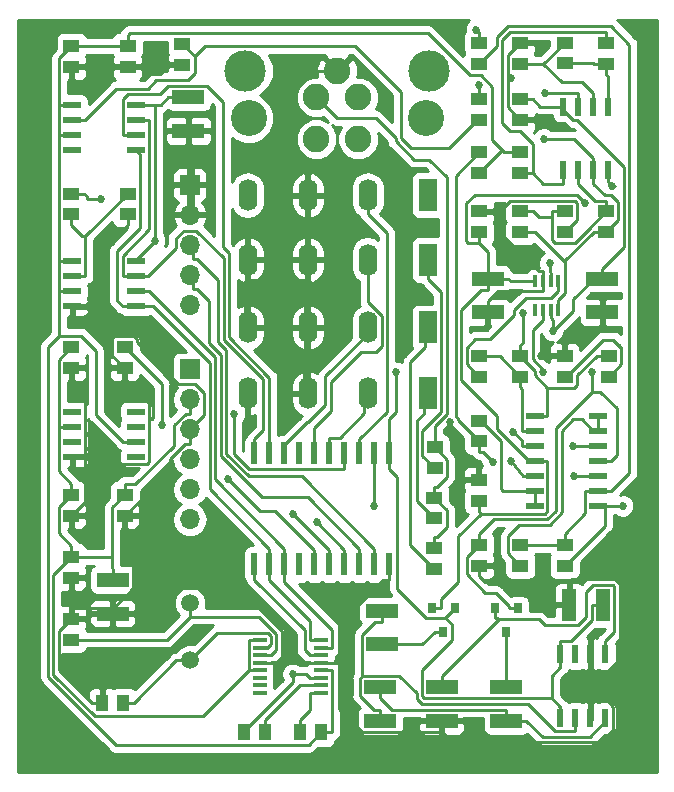
<source format=gtl>
G04 #@! TF.GenerationSoftware,KiCad,Pcbnew,5.0.0-rc2+dfsg1-3*
G04 #@! TF.CreationDate,2018-07-01T23:41:37-04:00*
G04 #@! TF.ProjectId,mystatv1,6D797374617476312E6B696361645F70,1*
G04 #@! TF.SameCoordinates,Original*
G04 #@! TF.FileFunction,Copper,L1,Top,Signal*
G04 #@! TF.FilePolarity,Positive*
%FSLAX46Y46*%
G04 Gerber Fmt 4.6, Leading zero omitted, Abs format (unit mm)*
G04 Created by KiCad (PCBNEW 5.0.0-rc2+dfsg1-3) date Sun Jul  1 23:41:37 2018*
%MOMM*%
%LPD*%
G01*
G04 APERTURE LIST*
G04 #@! TA.AperFunction,ComponentPad*
%ADD10C,2.250000*%
G04 #@! TD*
G04 #@! TA.AperFunction,WasherPad*
%ADD11C,3.500000*%
G04 #@! TD*
G04 #@! TA.AperFunction,WasherPad*
%ADD12C,3.050000*%
G04 #@! TD*
G04 #@! TA.AperFunction,ComponentPad*
%ADD13O,1.600000X2.700000*%
G04 #@! TD*
G04 #@! TA.AperFunction,ComponentPad*
%ADD14R,1.600000X2.700000*%
G04 #@! TD*
G04 #@! TA.AperFunction,SMDPad,CuDef*
%ADD15R,1.400000X1.120000*%
G04 #@! TD*
G04 #@! TA.AperFunction,SMDPad,CuDef*
%ADD16R,1.220000X2.700000*%
G04 #@! TD*
G04 #@! TA.AperFunction,SMDPad,CuDef*
%ADD17R,2.700000X1.220000*%
G04 #@! TD*
G04 #@! TA.AperFunction,SMDPad,CuDef*
%ADD18R,1.120000X1.400000*%
G04 #@! TD*
G04 #@! TA.AperFunction,SMDPad,CuDef*
%ADD19R,0.800000X0.900000*%
G04 #@! TD*
G04 #@! TA.AperFunction,ComponentPad*
%ADD20O,1.700000X1.700000*%
G04 #@! TD*
G04 #@! TA.AperFunction,ComponentPad*
%ADD21R,1.700000X1.700000*%
G04 #@! TD*
G04 #@! TA.AperFunction,SMDPad,CuDef*
%ADD22R,0.600000X1.550000*%
G04 #@! TD*
G04 #@! TA.AperFunction,SMDPad,CuDef*
%ADD23R,0.600000X1.950000*%
G04 #@! TD*
G04 #@! TA.AperFunction,SMDPad,CuDef*
%ADD24R,1.550000X0.600000*%
G04 #@! TD*
G04 #@! TA.AperFunction,SMDPad,CuDef*
%ADD25R,1.200000X0.400000*%
G04 #@! TD*
G04 #@! TA.AperFunction,SMDPad,CuDef*
%ADD26R,1.500000X0.600000*%
G04 #@! TD*
G04 #@! TA.AperFunction,SMDPad,CuDef*
%ADD27R,0.400000X1.000000*%
G04 #@! TD*
G04 #@! TA.AperFunction,ComponentPad*
%ADD28C,1.500000*%
G04 #@! TD*
G04 #@! TA.AperFunction,ViaPad*
%ADD29C,0.685800*%
G04 #@! TD*
G04 #@! TA.AperFunction,Conductor*
%ADD30C,0.228600*%
G04 #@! TD*
G04 #@! TA.AperFunction,Conductor*
%ADD31C,0.254000*%
G04 #@! TD*
G04 APERTURE END LIST*
D10*
G04 #@! TO.P,P2,5*
G04 #@! TO.N,GND*
X77750000Y-55000000D03*
D11*
G04 #@! TO.P,P2,*
G04 #@! TO.N,*
X85520000Y-55000000D03*
X69980000Y-55000000D03*
D12*
X70250000Y-59000000D03*
X85250000Y-59000000D03*
D10*
G04 #@! TO.P,P2,4*
G04 #@! TO.N,/RE*
X79520000Y-57230000D03*
G04 #@! TO.P,P2,3*
G04 #@! TO.N,/CE*
X75980000Y-57230000D03*
G04 #@! TO.P,P2,2*
G04 #@! TO.N,/SE*
X75980000Y-60770000D03*
G04 #@! TO.P,P2,1*
G04 #@! TO.N,/WE*
X79520000Y-60770000D03*
G04 #@! TD*
D13*
G04 #@! TO.P,K3,4*
G04 #@! TO.N,GND*
X70170000Y-82296000D03*
G04 #@! TO.P,K3,3*
X75250000Y-82296000D03*
G04 #@! TO.P,K3,2*
G04 #@! TO.N,/RANGE2*
X80330000Y-82296000D03*
D14*
G04 #@! TO.P,K3,1*
G04 #@! TO.N,Net-(K3-Pad1)*
X85410000Y-82296000D03*
G04 #@! TD*
D15*
G04 #@! TO.P,R17,2*
G04 #@! TO.N,/I_MEAS*
X93250000Y-68630000D03*
G04 #@! TO.P,R17,1*
G04 #@! TO.N,Net-(C29-Pad1)*
X93250000Y-66870000D03*
G04 #@! TD*
D16*
G04 #@! TO.P,C1,2*
G04 #@! TO.N,GND*
X97376000Y-100203000D03*
G04 #@! TO.P,C1,1*
G04 #@! TO.N,+5V*
X100236000Y-100203000D03*
G04 #@! TD*
D17*
G04 #@! TO.P,C2,2*
G04 #@! TO.N,GND*
X90500000Y-75430000D03*
G04 #@! TO.P,C2,1*
G04 #@! TO.N,+9V*
X90500000Y-72570000D03*
G04 #@! TD*
G04 #@! TO.P,C3,2*
G04 #@! TO.N,Net-(C3-Pad2)*
X81534000Y-100678000D03*
G04 #@! TO.P,C3,1*
G04 #@! TO.N,Net-(C3-Pad1)*
X81534000Y-103538000D03*
G04 #@! TD*
G04 #@! TO.P,C4,2*
G04 #@! TO.N,Net-(C4-Pad2)*
X81407000Y-107155000D03*
G04 #@! TO.P,C4,1*
G04 #@! TO.N,Net-(C3-Pad2)*
X81407000Y-110015000D03*
G04 #@! TD*
G04 #@! TO.P,C5,2*
G04 #@! TO.N,Net-(C5-Pad2)*
X86614000Y-107155000D03*
G04 #@! TO.P,C5,1*
G04 #@! TO.N,GND*
X86614000Y-110015000D03*
G04 #@! TD*
G04 #@! TO.P,C6,2*
G04 #@! TO.N,Net-(C6-Pad2)*
X92075000Y-107155000D03*
G04 #@! TO.P,C6,1*
G04 #@! TO.N,Net-(C4-Pad2)*
X92075000Y-110015000D03*
G04 #@! TD*
G04 #@! TO.P,C7,2*
G04 #@! TO.N,-9V*
X100203000Y-72570000D03*
G04 #@! TO.P,C7,1*
G04 #@! TO.N,GND*
X100203000Y-75430000D03*
G04 #@! TD*
G04 #@! TO.P,C8,2*
G04 #@! TO.N,GND*
X58750000Y-100930000D03*
G04 #@! TO.P,C8,1*
G04 #@! TO.N,+5V*
X58750000Y-98070000D03*
G04 #@! TD*
D15*
G04 #@! TO.P,C9,2*
G04 #@! TO.N,GND*
X59750000Y-92630000D03*
G04 #@! TO.P,C9,1*
G04 #@! TO.N,+5V*
X59750000Y-90870000D03*
G04 #@! TD*
G04 #@! TO.P,C10,2*
G04 #@! TO.N,GND*
X59750000Y-80130000D03*
G04 #@! TO.P,C10,1*
G04 #@! TO.N,Net-(C10-Pad1)*
X59750000Y-78370000D03*
G04 #@! TD*
G04 #@! TO.P,C11,2*
G04 #@! TO.N,GND*
X55245000Y-92630000D03*
G04 #@! TO.P,C11,1*
G04 #@! TO.N,+5V*
X55245000Y-90870000D03*
G04 #@! TD*
G04 #@! TO.P,C12,2*
G04 #@! TO.N,GND*
X60000000Y-54630000D03*
G04 #@! TO.P,C12,1*
G04 #@! TO.N,/VREF*
X60000000Y-52870000D03*
G04 #@! TD*
G04 #@! TO.P,C13,2*
G04 #@! TO.N,GND*
X60000000Y-67130000D03*
G04 #@! TO.P,C13,1*
G04 #@! TO.N,Net-(C13-Pad1)*
X60000000Y-65370000D03*
G04 #@! TD*
G04 #@! TO.P,C14,2*
G04 #@! TO.N,GND*
X55250000Y-97880000D03*
G04 #@! TO.P,C14,1*
G04 #@! TO.N,+5V*
X55250000Y-96120000D03*
G04 #@! TD*
G04 #@! TO.P,C15,2*
G04 #@! TO.N,GND*
X64643000Y-54474000D03*
G04 #@! TO.P,C15,1*
G04 #@! TO.N,Net-(C15-Pad1)*
X64643000Y-52714000D03*
G04 #@! TD*
G04 #@! TO.P,C16,2*
G04 #@! TO.N,GND*
X55250000Y-80130000D03*
G04 #@! TO.P,C16,1*
G04 #@! TO.N,+5V*
X55250000Y-78370000D03*
G04 #@! TD*
D18*
G04 #@! TO.P,C17,2*
G04 #@! TO.N,GND*
X57870000Y-108500000D03*
G04 #@! TO.P,C17,1*
G04 #@! TO.N,Net-(C17-Pad1)*
X59630000Y-108500000D03*
G04 #@! TD*
D15*
G04 #@! TO.P,C18,2*
G04 #@! TO.N,GND*
X55250000Y-101370000D03*
G04 #@! TO.P,C18,1*
G04 #@! TO.N,Net-(C18-Pad1)*
X55250000Y-103130000D03*
G04 #@! TD*
D17*
G04 #@! TO.P,C19,2*
G04 #@! TO.N,GND*
X65151000Y-60071000D03*
G04 #@! TO.P,C19,1*
G04 #@! TO.N,+5V*
X65151000Y-57211000D03*
G04 #@! TD*
D18*
G04 #@! TO.P,C20,2*
G04 #@! TO.N,Net-(C20-Pad2)*
X69870000Y-111000000D03*
G04 #@! TO.P,C20,1*
G04 #@! TO.N,Net-(C20-Pad1)*
X71630000Y-111000000D03*
G04 #@! TD*
G04 #@! TO.P,C21,2*
G04 #@! TO.N,/VREF*
X76380000Y-111000000D03*
G04 #@! TO.P,C21,1*
G04 #@! TO.N,Net-(C21-Pad1)*
X74620000Y-111000000D03*
G04 #@! TD*
D15*
G04 #@! TO.P,C22,2*
G04 #@! TO.N,+9V*
X89750000Y-68630000D03*
G04 #@! TO.P,C22,1*
G04 #@! TO.N,GND*
X89750000Y-66870000D03*
G04 #@! TD*
G04 #@! TO.P,C23,2*
G04 #@! TO.N,GND*
X89750000Y-96880000D03*
G04 #@! TO.P,C23,1*
G04 #@! TO.N,-9V*
X89750000Y-95120000D03*
G04 #@! TD*
G04 #@! TO.P,C24,2*
G04 #@! TO.N,Net-(C24-Pad2)*
X93250000Y-80880000D03*
G04 #@! TO.P,C24,1*
G04 #@! TO.N,Net-(C24-Pad1)*
X93250000Y-79120000D03*
G04 #@! TD*
G04 #@! TO.P,C25,2*
G04 #@! TO.N,GND*
X97000000Y-79120000D03*
G04 #@! TO.P,C25,1*
G04 #@! TO.N,Net-(C25-Pad1)*
X97000000Y-80880000D03*
G04 #@! TD*
G04 #@! TO.P,C26,2*
G04 #@! TO.N,/V_MEAS*
X97000000Y-96880000D03*
G04 #@! TO.P,C26,1*
G04 #@! TO.N,Net-(C26-Pad1)*
X97000000Y-95120000D03*
G04 #@! TD*
G04 #@! TO.P,C27,2*
G04 #@! TO.N,+9V*
X89750000Y-91380000D03*
G04 #@! TO.P,C27,1*
G04 #@! TO.N,GND*
X89750000Y-89620000D03*
G04 #@! TD*
G04 #@! TO.P,C28,2*
G04 #@! TO.N,GND*
X93250000Y-59130000D03*
G04 #@! TO.P,C28,1*
G04 #@! TO.N,-9V*
X93250000Y-57370000D03*
G04 #@! TD*
G04 #@! TO.P,C29,2*
G04 #@! TO.N,/I_MEAS*
X100500000Y-68630000D03*
G04 #@! TO.P,C29,1*
G04 #@! TO.N,Net-(C29-Pad1)*
X100500000Y-66870000D03*
G04 #@! TD*
D19*
G04 #@! TO.P,D1,3*
G04 #@! TO.N,Net-(C3-Pad1)*
X86741000Y-102473000D03*
G04 #@! TO.P,D1,2*
G04 #@! TO.N,+9V*
X85791000Y-100473000D03*
G04 #@! TO.P,D1,1*
G04 #@! TO.N,+5V*
X87691000Y-100473000D03*
G04 #@! TD*
G04 #@! TO.P,D2,3*
G04 #@! TO.N,Net-(C6-Pad2)*
X92075000Y-102473000D03*
G04 #@! TO.P,D2,2*
G04 #@! TO.N,Net-(C5-Pad2)*
X91125000Y-100473000D03*
G04 #@! TO.P,D2,1*
G04 #@! TO.N,-9V*
X93025000Y-100473000D03*
G04 #@! TD*
D13*
G04 #@! TO.P,K1,4*
G04 #@! TO.N,/WE*
X70170000Y-65500000D03*
G04 #@! TO.P,K1,3*
G04 #@! TO.N,GND*
X75250000Y-65500000D03*
G04 #@! TO.P,K1,2*
G04 #@! TO.N,/CELL_ON*
X80330000Y-65500000D03*
D14*
G04 #@! TO.P,K1,1*
G04 #@! TO.N,Net-(C24-Pad1)*
X85410000Y-65500000D03*
G04 #@! TD*
D13*
G04 #@! TO.P,K2,4*
G04 #@! TO.N,GND*
X70170000Y-70993000D03*
G04 #@! TO.P,K2,3*
X75250000Y-70993000D03*
G04 #@! TO.P,K2,2*
G04 #@! TO.N,/RANGE1*
X80330000Y-70993000D03*
D14*
G04 #@! TO.P,K2,1*
G04 #@! TO.N,Net-(K2-Pad1)*
X85410000Y-70993000D03*
G04 #@! TD*
D13*
G04 #@! TO.P,K4,4*
G04 #@! TO.N,GND*
X70170000Y-76708000D03*
G04 #@! TO.P,K4,3*
X75250000Y-76708000D03*
G04 #@! TO.P,K4,2*
G04 #@! TO.N,/RANGE3*
X80330000Y-76708000D03*
D14*
G04 #@! TO.P,K4,1*
G04 #@! TO.N,Net-(K4-Pad1)*
X85410000Y-76708000D03*
G04 #@! TD*
D20*
G04 #@! TO.P,P1,1*
G04 #@! TO.N,+5V*
X65278000Y-74803000D03*
G04 #@! TO.P,P1,2*
G04 #@! TO.N,/USB_D-*
X65278000Y-72263000D03*
G04 #@! TO.P,P1,3*
G04 #@! TO.N,/USB_D+*
X65278000Y-69723000D03*
G04 #@! TO.P,P1,4*
G04 #@! TO.N,GND*
X65278000Y-67183000D03*
D21*
G04 #@! TO.P,P1,5*
X65278000Y-64643000D03*
G04 #@! TD*
D20*
G04 #@! TO.P,P3,6*
G04 #@! TO.N,Net-(P3-Pad6)*
X65278000Y-92964000D03*
G04 #@! TO.P,P3,5*
G04 #@! TO.N,/ICSPCLK*
X65278000Y-90424000D03*
G04 #@! TO.P,P3,4*
G04 #@! TO.N,/ICSPDAT*
X65278000Y-87884000D03*
G04 #@! TO.P,P3,3*
G04 #@! TO.N,GND*
X65278000Y-85344000D03*
G04 #@! TO.P,P3,2*
G04 #@! TO.N,+5V*
X65278000Y-82804000D03*
D21*
G04 #@! TO.P,P3,1*
G04 #@! TO.N,/MCLR*
X65278000Y-80264000D03*
G04 #@! TD*
D15*
G04 #@! TO.P,R1,2*
G04 #@! TO.N,Net-(C13-Pad1)*
X55245000Y-67130000D03*
G04 #@! TO.P,R1,1*
G04 #@! TO.N,/V_MEAS*
X55245000Y-65370000D03*
G04 #@! TD*
G04 #@! TO.P,R2,2*
G04 #@! TO.N,GND*
X55250000Y-54630000D03*
G04 #@! TO.P,R2,1*
G04 #@! TO.N,/VREF*
X55250000Y-52870000D03*
G04 #@! TD*
G04 #@! TO.P,R3,2*
G04 #@! TO.N,Net-(C15-Pad1)*
X89750000Y-59130000D03*
G04 #@! TO.P,R3,1*
G04 #@! TO.N,/I_MEAS*
X89750000Y-57370000D03*
G04 #@! TD*
G04 #@! TO.P,R4,2*
G04 #@! TO.N,Net-(C25-Pad1)*
X100750000Y-80880000D03*
G04 #@! TO.P,R4,1*
G04 #@! TO.N,Net-(C24-Pad1)*
X100750000Y-79120000D03*
G04 #@! TD*
G04 #@! TO.P,R5,2*
G04 #@! TO.N,Net-(R5-Pad2)*
X89750000Y-80880000D03*
G04 #@! TO.P,R5,1*
G04 #@! TO.N,Net-(C24-Pad2)*
X89750000Y-79120000D03*
G04 #@! TD*
G04 #@! TO.P,R6,2*
G04 #@! TO.N,Net-(R6-Pad2)*
X89750000Y-86351000D03*
G04 #@! TO.P,R6,1*
G04 #@! TO.N,Net-(R6-Pad1)*
X89750000Y-84591000D03*
G04 #@! TD*
G04 #@! TO.P,R7,2*
G04 #@! TO.N,/VREF*
X89750000Y-63630000D03*
G04 #@! TO.P,R7,1*
G04 #@! TO.N,Net-(R6-Pad2)*
X89750000Y-61870000D03*
G04 #@! TD*
G04 #@! TO.P,R8,2*
G04 #@! TO.N,Net-(R8-Pad2)*
X93250000Y-96880000D03*
G04 #@! TO.P,R8,1*
G04 #@! TO.N,Net-(C26-Pad1)*
X93250000Y-95120000D03*
G04 #@! TD*
G04 #@! TO.P,R9,2*
G04 #@! TO.N,Net-(C26-Pad1)*
X89750000Y-54380000D03*
G04 #@! TO.P,R9,1*
G04 #@! TO.N,/V_MEAS*
X89750000Y-52620000D03*
G04 #@! TD*
G04 #@! TO.P,R10,2*
G04 #@! TO.N,Net-(K2-Pad1)*
X86000000Y-88630000D03*
G04 #@! TO.P,R10,1*
G04 #@! TO.N,/CE*
X86000000Y-86870000D03*
G04 #@! TD*
G04 #@! TO.P,R11,2*
G04 #@! TO.N,Net-(K3-Pad1)*
X85979000Y-92880000D03*
G04 #@! TO.P,R11,1*
G04 #@! TO.N,/CE*
X85979000Y-91120000D03*
G04 #@! TD*
G04 #@! TO.P,R12,2*
G04 #@! TO.N,Net-(K4-Pad1)*
X85979000Y-97130000D03*
G04 #@! TO.P,R12,1*
G04 #@! TO.N,/CE*
X85979000Y-95370000D03*
G04 #@! TD*
G04 #@! TO.P,R13,2*
G04 #@! TO.N,Net-(R13-Pad2)*
X97000000Y-54347000D03*
G04 #@! TO.P,R13,1*
G04 #@! TO.N,Net-(R13-Pad1)*
X97000000Y-52587000D03*
G04 #@! TD*
G04 #@! TO.P,R14,2*
G04 #@! TO.N,GND*
X93218000Y-52620000D03*
G04 #@! TO.P,R14,1*
G04 #@! TO.N,Net-(R13-Pad1)*
X93218000Y-54380000D03*
G04 #@! TD*
G04 #@! TO.P,R15,2*
G04 #@! TO.N,Net-(R15-Pad2)*
X93250000Y-63630000D03*
G04 #@! TO.P,R15,1*
G04 #@! TO.N,/VREF*
X93250000Y-61870000D03*
G04 #@! TD*
G04 #@! TO.P,R16,2*
G04 #@! TO.N,Net-(R15-Pad2)*
X100500000Y-52620000D03*
G04 #@! TO.P,R16,1*
G04 #@! TO.N,Net-(R13-Pad2)*
X100500000Y-54380000D03*
G04 #@! TD*
G04 #@! TO.P,R18,2*
G04 #@! TO.N,GND*
X97000000Y-68630000D03*
G04 #@! TO.P,R18,1*
G04 #@! TO.N,Net-(C29-Pad1)*
X97000000Y-66870000D03*
G04 #@! TD*
D22*
G04 #@! TO.P,U1,8*
G04 #@! TO.N,+5V*
X96647000Y-104361000D03*
G04 #@! TO.P,U1,7*
G04 #@! TO.N,Net-(U1-Pad7)*
X97917000Y-104361000D03*
G04 #@! TO.P,U1,6*
G04 #@! TO.N,GND*
X99187000Y-104361000D03*
G04 #@! TO.P,U1,5*
G04 #@! TO.N,Net-(C5-Pad2)*
X100457000Y-104361000D03*
G04 #@! TO.P,U1,4*
G04 #@! TO.N,Net-(C4-Pad2)*
X100457000Y-109761000D03*
G04 #@! TO.P,U1,3*
G04 #@! TO.N,GND*
X99187000Y-109761000D03*
G04 #@! TO.P,U1,2*
G04 #@! TO.N,Net-(C3-Pad2)*
X97917000Y-109761000D03*
G04 #@! TO.P,U1,1*
G04 #@! TO.N,+5V*
X96647000Y-109761000D03*
G04 #@! TD*
D23*
G04 #@! TO.P,U2,20*
G04 #@! TO.N,GND*
X82169000Y-96775000D03*
G04 #@! TO.P,U2,19*
G04 #@! TO.N,/USB_D+*
X80899000Y-96775000D03*
G04 #@! TO.P,U2,18*
G04 #@! TO.N,/USB_D-*
X79629000Y-96775000D03*
G04 #@! TO.P,U2,17*
G04 #@! TO.N,Net-(C10-Pad1)*
X78359000Y-96775000D03*
G04 #@! TO.P,U2,16*
G04 #@! TO.N,/ICSPDAT*
X77089000Y-96775000D03*
G04 #@! TO.P,U2,15*
G04 #@! TO.N,/ICSPCLK*
X75819000Y-96775000D03*
G04 #@! TO.P,U2,14*
G04 #@! TO.N,Net-(U2-Pad14)*
X74549000Y-96775000D03*
G04 #@! TO.P,U2,13*
G04 #@! TO.N,/SDIO*
X73279000Y-96775000D03*
G04 #@! TO.P,U2,12*
G04 #@! TO.N,/SCK*
X72009000Y-96775000D03*
G04 #@! TO.P,U2,11*
G04 #@! TO.N,/CS1*
X70739000Y-96775000D03*
G04 #@! TO.P,U2,10*
G04 #@! TO.N,/CS2*
X70739000Y-87375000D03*
G04 #@! TO.P,U2,9*
G04 #@! TO.N,/SDIO2*
X72009000Y-87375000D03*
G04 #@! TO.P,U2,8*
G04 #@! TO.N,/RANGE3*
X73279000Y-87375000D03*
G04 #@! TO.P,U2,7*
G04 #@! TO.N,Net-(U2-Pad7)*
X74549000Y-87375000D03*
G04 #@! TO.P,U2,6*
G04 #@! TO.N,/RANGE1*
X75819000Y-87375000D03*
G04 #@! TO.P,U2,5*
G04 #@! TO.N,/RANGE2*
X77089000Y-87375000D03*
G04 #@! TO.P,U2,4*
G04 #@! TO.N,/MCLR*
X78359000Y-87375000D03*
G04 #@! TO.P,U2,3*
G04 #@! TO.N,/CELL_ON*
X79629000Y-87375000D03*
G04 #@! TO.P,U2,2*
G04 #@! TO.N,/MODE_SW*
X80899000Y-87375000D03*
G04 #@! TO.P,U2,1*
G04 #@! TO.N,+5V*
X82169000Y-87375000D03*
G04 #@! TD*
D24*
G04 #@! TO.P,U3,8*
G04 #@! TO.N,Net-(U3-Pad8)*
X60700000Y-83845000D03*
G04 #@! TO.P,U3,7*
G04 #@! TO.N,Net-(U3-Pad7)*
X60700000Y-85115000D03*
G04 #@! TO.P,U3,6*
G04 #@! TO.N,/VREF*
X60700000Y-86385000D03*
G04 #@! TO.P,U3,5*
G04 #@! TO.N,Net-(U3-Pad5)*
X60700000Y-87655000D03*
G04 #@! TO.P,U3,4*
G04 #@! TO.N,GND*
X55300000Y-87655000D03*
G04 #@! TO.P,U3,3*
G04 #@! TO.N,Net-(U3-Pad3)*
X55300000Y-86385000D03*
G04 #@! TO.P,U3,2*
G04 #@! TO.N,+5V*
X55300000Y-85115000D03*
G04 #@! TO.P,U3,1*
G04 #@! TO.N,Net-(U3-Pad1)*
X55300000Y-83845000D03*
G04 #@! TD*
G04 #@! TO.P,U4,8*
G04 #@! TO.N,+5V*
X60700000Y-71095000D03*
G04 #@! TO.P,U4,7*
G04 #@! TO.N,/CS2*
X60700000Y-72365000D03*
G04 #@! TO.P,U4,6*
G04 #@! TO.N,/SDIO*
X60700000Y-73635000D03*
G04 #@! TO.P,U4,5*
G04 #@! TO.N,/SCK*
X60700000Y-74905000D03*
G04 #@! TO.P,U4,4*
G04 #@! TO.N,GND*
X55300000Y-74905000D03*
G04 #@! TO.P,U4,3*
G04 #@! TO.N,/VREF*
X55300000Y-73635000D03*
G04 #@! TO.P,U4,2*
G04 #@! TO.N,Net-(C13-Pad1)*
X55300000Y-72365000D03*
G04 #@! TO.P,U4,1*
G04 #@! TO.N,/VREF*
X55300000Y-71095000D03*
G04 #@! TD*
G04 #@! TO.P,U5,8*
G04 #@! TO.N,+5V*
X60700000Y-57845000D03*
G04 #@! TO.P,U5,7*
G04 #@! TO.N,/CS2*
X60700000Y-59115000D03*
G04 #@! TO.P,U5,6*
G04 #@! TO.N,/SDIO2*
X60700000Y-60385000D03*
G04 #@! TO.P,U5,5*
G04 #@! TO.N,/SCK*
X60700000Y-61655000D03*
G04 #@! TO.P,U5,4*
G04 #@! TO.N,Net-(U5-Pad4)*
X55300000Y-61655000D03*
G04 #@! TO.P,U5,3*
G04 #@! TO.N,/VREF*
X55300000Y-60385000D03*
G04 #@! TO.P,U5,2*
G04 #@! TO.N,Net-(C15-Pad1)*
X55300000Y-59115000D03*
G04 #@! TO.P,U5,1*
G04 #@! TO.N,/VREF*
X55300000Y-57845000D03*
G04 #@! TD*
D25*
G04 #@! TO.P,U6,16*
G04 #@! TO.N,/SCK*
X76387000Y-103187500D03*
G04 #@! TO.P,U6,15*
G04 #@! TO.N,/SDIO*
X76387000Y-103822500D03*
G04 #@! TO.P,U6,14*
G04 #@! TO.N,/CS1*
X76387000Y-104457500D03*
G04 #@! TO.P,U6,13*
G04 #@! TO.N,GND*
X76387000Y-105092500D03*
G04 #@! TO.P,U6,12*
G04 #@! TO.N,/VREF*
X76387000Y-105727500D03*
G04 #@! TO.P,U6,11*
G04 #@! TO.N,Net-(C20-Pad2)*
X76387000Y-106362500D03*
G04 #@! TO.P,U6,10*
G04 #@! TO.N,Net-(C20-Pad1)*
X76387000Y-106997500D03*
G04 #@! TO.P,U6,9*
G04 #@! TO.N,Net-(C21-Pad1)*
X76387000Y-107632500D03*
G04 #@! TO.P,U6,8*
G04 #@! TO.N,Net-(U6-Pad8)*
X71187000Y-107632500D03*
G04 #@! TO.P,U6,7*
G04 #@! TO.N,Net-(U6-Pad7)*
X71187000Y-106997500D03*
G04 #@! TO.P,U6,6*
G04 #@! TO.N,Net-(U6-Pad6)*
X71187000Y-106362500D03*
G04 #@! TO.P,U6,5*
G04 #@! TO.N,+5V*
X71187000Y-105727500D03*
G04 #@! TO.P,U6,4*
G04 #@! TO.N,GND*
X71187000Y-105092500D03*
G04 #@! TO.P,U6,3*
G04 #@! TO.N,Net-(C18-Pad1)*
X71187000Y-104457500D03*
G04 #@! TO.P,U6,2*
G04 #@! TO.N,Net-(C17-Pad1)*
X71187000Y-103822500D03*
G04 #@! TO.P,U6,1*
G04 #@! TO.N,+5V*
X71187000Y-103187500D03*
G04 #@! TD*
D26*
G04 #@! TO.P,U7,14*
G04 #@! TO.N,Net-(R8-Pad2)*
X99855000Y-84201000D03*
G04 #@! TO.P,U7,13*
X99855000Y-85471000D03*
G04 #@! TO.P,U7,12*
G04 #@! TO.N,/RE*
X99855000Y-86741000D03*
G04 #@! TO.P,U7,11*
G04 #@! TO.N,-9V*
X99855000Y-88011000D03*
G04 #@! TO.P,U7,10*
G04 #@! TO.N,Net-(R6-Pad2)*
X99855000Y-89281000D03*
G04 #@! TO.P,U7,9*
G04 #@! TO.N,Net-(C26-Pad1)*
X99855000Y-90551000D03*
G04 #@! TO.P,U7,8*
G04 #@! TO.N,/V_MEAS*
X99855000Y-91821000D03*
G04 #@! TO.P,U7,7*
G04 #@! TO.N,Net-(R6-Pad1)*
X94455000Y-91821000D03*
G04 #@! TO.P,U7,6*
X94455000Y-90551000D03*
G04 #@! TO.P,U7,5*
G04 #@! TO.N,/SE*
X94455000Y-89281000D03*
G04 #@! TO.P,U7,4*
G04 #@! TO.N,+9V*
X94455000Y-88011000D03*
G04 #@! TO.P,U7,3*
G04 #@! TO.N,Net-(C20-Pad2)*
X94455000Y-86741000D03*
G04 #@! TO.P,U7,2*
G04 #@! TO.N,Net-(C24-Pad2)*
X94455000Y-85471000D03*
G04 #@! TO.P,U7,1*
G04 #@! TO.N,Net-(C24-Pad1)*
X94455000Y-84201000D03*
G04 #@! TD*
D27*
G04 #@! TO.P,U8,8*
G04 #@! TO.N,/I_MEAS*
X96475000Y-75200000D03*
G04 #@! TO.P,U8,7*
G04 #@! TO.N,-9V*
X95825000Y-75200000D03*
G04 #@! TO.P,U8,5*
G04 #@! TO.N,Net-(U8-Pad5)*
X94525000Y-75200000D03*
G04 #@! TO.P,U8,6*
G04 #@! TO.N,/MODE_SW*
X95175000Y-75200000D03*
G04 #@! TO.P,U8,4*
G04 #@! TO.N,+9V*
X94525000Y-72800000D03*
G04 #@! TO.P,U8,2*
G04 #@! TO.N,/V_MEAS*
X95825000Y-72800000D03*
G04 #@! TO.P,U8,3*
G04 #@! TO.N,GND*
X95175000Y-72800000D03*
G04 #@! TO.P,U8,1*
G04 #@! TO.N,Net-(R5-Pad2)*
X96475000Y-72800000D03*
G04 #@! TD*
D22*
G04 #@! TO.P,U9,8*
G04 #@! TO.N,+9V*
X100711000Y-63406000D03*
G04 #@! TO.P,U9,7*
G04 #@! TO.N,/I_MEAS*
X99441000Y-63406000D03*
G04 #@! TO.P,U9,6*
G04 #@! TO.N,Net-(C29-Pad1)*
X98171000Y-63406000D03*
G04 #@! TO.P,U9,5*
G04 #@! TO.N,Net-(R15-Pad2)*
X96901000Y-63406000D03*
G04 #@! TO.P,U9,4*
G04 #@! TO.N,-9V*
X96901000Y-58006000D03*
G04 #@! TO.P,U9,3*
G04 #@! TO.N,/CE*
X98171000Y-58006000D03*
G04 #@! TO.P,U9,2*
G04 #@! TO.N,Net-(R13-Pad1)*
X99441000Y-58006000D03*
G04 #@! TO.P,U9,1*
G04 #@! TO.N,Net-(R13-Pad2)*
X100711000Y-58006000D03*
G04 #@! TD*
D28*
G04 #@! TO.P,X1,2*
G04 #@! TO.N,Net-(C18-Pad1)*
X65278000Y-100022000D03*
G04 #@! TO.P,X1,1*
G04 #@! TO.N,Net-(C17-Pad1)*
X65278000Y-104902000D03*
G04 #@! TD*
D29*
G04 #@! TO.N,+5V*
X82750000Y-80500000D03*
X62312400Y-69373100D03*
G04 #@! TO.N,GND*
X87292200Y-84718500D03*
X92442100Y-55581600D03*
X94999600Y-79106400D03*
X61761300Y-55289800D03*
X90500000Y-76612600D03*
G04 #@! TO.N,+9V*
X98745700Y-66137200D03*
X101051400Y-64750000D03*
G04 #@! TO.N,-9V*
X99312300Y-80510600D03*
X96000000Y-77000000D03*
G04 #@! TO.N,Net-(C10-Pad1)*
X62880000Y-85000000D03*
X76000000Y-93212400D03*
G04 #@! TO.N,Net-(C20-Pad2)*
X92657600Y-85560200D03*
X74000000Y-106058700D03*
G04 #@! TO.N,Net-(C24-Pad1)*
X93443900Y-75500800D03*
G04 #@! TO.N,/V_MEAS*
X89519200Y-51486000D03*
X101929000Y-91821000D03*
X95750000Y-71250000D03*
X57750000Y-65836200D03*
G04 #@! TO.N,/I_MEAS*
X89750000Y-56215700D03*
X95250000Y-60750000D03*
G04 #@! TO.N,/SE*
X92500000Y-88000000D03*
G04 #@! TO.N,/CE*
X95341300Y-56887800D03*
G04 #@! TO.N,/RE*
X97750000Y-86750000D03*
G04 #@! TO.N,/MCLR*
X69027500Y-84074000D03*
G04 #@! TO.N,/ICSPDAT*
X74000000Y-92482400D03*
G04 #@! TO.N,/ICSPCLK*
X68500000Y-89500000D03*
G04 #@! TO.N,Net-(R6-Pad2)*
X90936200Y-88091800D03*
X97781000Y-89281000D03*
G04 #@! TO.N,/MODE_SW*
X95206900Y-80479200D03*
X80899000Y-91851000D03*
G04 #@! TD*
D30*
G04 #@! TO.N,+5V*
X86897700Y-101266300D02*
X87691000Y-100473000D01*
X82169000Y-88693200D02*
X82812200Y-89336400D01*
X82812200Y-89336400D02*
X82812200Y-98831300D01*
X82812200Y-98831300D02*
X85247200Y-101266300D01*
X85247200Y-101266300D02*
X86897700Y-101266300D01*
X86897700Y-101266300D02*
X87484300Y-101852900D01*
X87484300Y-101852900D02*
X87484300Y-103141900D01*
X87484300Y-103141900D02*
X84920700Y-105705500D01*
X84920700Y-105705500D02*
X84920700Y-107907200D01*
X84920700Y-107907200D02*
X85121700Y-108108200D01*
X85121700Y-108108200D02*
X95947300Y-108108200D01*
X95947300Y-108108200D02*
X96647000Y-108807900D01*
X96647000Y-105479200D02*
X95947300Y-106178900D01*
X95947300Y-106178900D02*
X95947300Y-108108200D01*
X96647000Y-103242800D02*
X97504600Y-103242800D01*
X97504600Y-103242800D02*
X99282800Y-101464600D01*
X99282800Y-101464600D02*
X99282800Y-100203000D01*
X96647000Y-104361000D02*
X96647000Y-103242800D01*
X82169000Y-87375000D02*
X82169000Y-88693200D01*
X82169000Y-84441400D02*
X82169000Y-87375000D01*
X71187000Y-103187500D02*
X70243800Y-103187500D01*
X70243800Y-103187500D02*
X70243800Y-105727500D01*
X96647000Y-104361000D02*
X96647000Y-105479200D01*
X100236000Y-100203000D02*
X99282800Y-100203000D01*
X96647000Y-109761000D02*
X96647000Y-108807900D01*
X62312400Y-57845000D02*
X61818200Y-57845000D01*
X63457800Y-57211000D02*
X62823800Y-57845000D01*
X62823800Y-57845000D02*
X62312400Y-57845000D01*
X62312400Y-57845000D02*
X62312400Y-69373100D01*
X65278000Y-83997200D02*
X64907100Y-83997200D01*
X64907100Y-83997200D02*
X63912100Y-84992200D01*
X63912100Y-84992200D02*
X63912100Y-86707900D01*
X63912100Y-86707900D02*
X60653200Y-89966800D01*
X60653200Y-89966800D02*
X59750000Y-89966800D01*
X65278000Y-82804000D02*
X65278000Y-83997200D01*
X59750000Y-90870000D02*
X59750000Y-89966800D01*
X58675200Y-96120000D02*
X58675200Y-91944800D01*
X58675200Y-91944800D02*
X59750000Y-90870000D01*
X65151000Y-57211000D02*
X63457800Y-57211000D01*
X70243800Y-105727500D02*
X66380600Y-109590700D01*
X66380600Y-109590700D02*
X57201600Y-109590700D01*
X57201600Y-109590700D02*
X53723600Y-106112700D01*
X53723600Y-106112700D02*
X53723600Y-97646400D01*
X53723600Y-97646400D02*
X55250000Y-96120000D01*
X71187000Y-105727500D02*
X70243800Y-105727500D01*
X60700000Y-57845000D02*
X61818200Y-57845000D01*
X58750000Y-97116800D02*
X58675200Y-97042000D01*
X58675200Y-97042000D02*
X58675200Y-96120000D01*
X58675200Y-96120000D02*
X55250000Y-96120000D01*
X55250000Y-96120000D02*
X55250000Y-95216800D01*
X55245000Y-90870000D02*
X55245000Y-89966800D01*
X55245000Y-89966800D02*
X54181800Y-88903600D01*
X54181800Y-88903600D02*
X54181800Y-85115000D01*
X55250000Y-95216800D02*
X54181700Y-94148500D01*
X54181700Y-94148500D02*
X54181700Y-91933300D01*
X54181700Y-91933300D02*
X55245000Y-90870000D01*
X55250000Y-78370000D02*
X54181800Y-79438200D01*
X54181800Y-79438200D02*
X54181800Y-85115000D01*
X58750000Y-98070000D02*
X58750000Y-97116800D01*
X55300000Y-85115000D02*
X54181800Y-85115000D01*
X82169000Y-84441400D02*
X82750000Y-83860400D01*
X82750000Y-83860400D02*
X82750000Y-80500000D01*
X82750000Y-80500000D02*
X82750000Y-80500000D01*
X62312400Y-69373100D02*
X62312400Y-69373100D01*
X60700000Y-70985500D02*
X60700000Y-71095000D01*
X62312400Y-69373100D02*
X60700000Y-70985500D01*
G04 #@! TO.N,GND*
X90500000Y-75430000D02*
X90500000Y-74476800D01*
X95175000Y-72800000D02*
X95175000Y-73643200D01*
X95175000Y-73643200D02*
X91333600Y-73643200D01*
X91333600Y-73643200D02*
X90500000Y-74476800D01*
X95175000Y-72378400D02*
X95175000Y-72800000D01*
X95175000Y-72378400D02*
X95175000Y-71956800D01*
X89750000Y-89620000D02*
X89750000Y-88716800D01*
X87292200Y-84718500D02*
X87292200Y-86259000D01*
X87292200Y-86259000D02*
X89750000Y-88716800D01*
X92174700Y-55581600D02*
X92174700Y-53663300D01*
X92174700Y-53663300D02*
X93218000Y-52620000D01*
X93250000Y-59130000D02*
X92174700Y-58054700D01*
X92174700Y-58054700D02*
X92174700Y-55581600D01*
X92174700Y-55581600D02*
X92442100Y-55581600D01*
X82169000Y-96775000D02*
X82169000Y-98093200D01*
X77880800Y-105092500D02*
X77880800Y-101820800D01*
X77880800Y-101820800D02*
X81608400Y-98093200D01*
X81608400Y-98093200D02*
X82169000Y-98093200D01*
X77880800Y-105092500D02*
X77880800Y-108984300D01*
X77880800Y-108984300D02*
X79864700Y-110968200D01*
X79864700Y-110968200D02*
X86614000Y-110968200D01*
X77330200Y-105092500D02*
X77880800Y-105092500D01*
X75057000Y-72686200D02*
X75184000Y-72686200D01*
X70104000Y-72686200D02*
X75057000Y-72686200D01*
X75057000Y-72686200D02*
X75057000Y-76708000D01*
X74930000Y-82296000D02*
X74930000Y-80602800D01*
X74930000Y-80602800D02*
X75057000Y-80475800D01*
X75057000Y-80475800D02*
X75057000Y-76708000D01*
X73057800Y-105032200D02*
X73057800Y-102427100D01*
X73057800Y-102427100D02*
X69437000Y-98806300D01*
X69437000Y-98806300D02*
X60470600Y-98806300D01*
X89750000Y-66870000D02*
X90793200Y-66870000D01*
X91421400Y-66941400D02*
X90864600Y-66941400D01*
X90864600Y-66941400D02*
X90793200Y-66870000D01*
X97000000Y-68630000D02*
X98043300Y-67586700D01*
X98043300Y-67586700D02*
X98043300Y-66162900D01*
X98043300Y-66162900D02*
X97845700Y-65965300D01*
X97845700Y-65965300D02*
X92397500Y-65965300D01*
X92397500Y-65965300D02*
X91421400Y-66941400D01*
X95175000Y-71956800D02*
X94791300Y-71956800D01*
X94791300Y-71956800D02*
X91421400Y-68586900D01*
X91421400Y-68586900D02*
X91421400Y-66941400D01*
X70104000Y-72686200D02*
X70104000Y-70993000D01*
X69977000Y-75014800D02*
X70104000Y-74887800D01*
X70104000Y-74887800D02*
X70104000Y-72686200D01*
X75184000Y-70993000D02*
X75184000Y-72686200D01*
X75184000Y-70993000D02*
X75184000Y-69299800D01*
X75184000Y-69299800D02*
X75250000Y-69233800D01*
X75250000Y-69233800D02*
X75250000Y-65500000D01*
X73057800Y-105032200D02*
X72190500Y-105032200D01*
X72190500Y-105032200D02*
X72130200Y-105092500D01*
X75443800Y-105092500D02*
X75383500Y-105032200D01*
X75383500Y-105032200D02*
X73057800Y-105032200D01*
X60470600Y-98806300D02*
X58823500Y-100453400D01*
X58823500Y-100453400D02*
X58750000Y-100453400D01*
X59750000Y-93533200D02*
X60470600Y-94253800D01*
X60470600Y-94253800D02*
X60470600Y-98806300D01*
X71187000Y-105092500D02*
X72130200Y-105092500D01*
X59750000Y-92630000D02*
X59750000Y-93533200D01*
X65278000Y-86537200D02*
X64866900Y-86537200D01*
X64866900Y-86537200D02*
X63590800Y-87813300D01*
X63590800Y-87813300D02*
X63590800Y-88789200D01*
X63590800Y-88789200D02*
X59750000Y-92630000D01*
X76387000Y-105092500D02*
X75443800Y-105092500D01*
X97376000Y-98276100D02*
X90242900Y-98276100D01*
X90242900Y-98276100D02*
X89750000Y-97783200D01*
X100063400Y-106355600D02*
X101686100Y-104732900D01*
X101686100Y-104732900D02*
X101686100Y-98474200D01*
X101686100Y-98474200D02*
X101254300Y-98042400D01*
X101254300Y-98042400D02*
X97609700Y-98042400D01*
X97609700Y-98042400D02*
X97376000Y-98276100D01*
X97376000Y-98276100D02*
X97376000Y-98509800D01*
X89750000Y-96880000D02*
X89750000Y-97783200D01*
X100063400Y-106355600D02*
X99187000Y-105479200D01*
X100063400Y-107770600D02*
X100063400Y-106355600D01*
X97376000Y-100203000D02*
X97376000Y-98509800D01*
X86614000Y-110968200D02*
X87484600Y-111838800D01*
X87484600Y-111838800D02*
X100015100Y-111838800D01*
X100015100Y-111838800D02*
X101100300Y-110753600D01*
X101100300Y-110753600D02*
X101100300Y-108807500D01*
X101100300Y-108807500D02*
X100063400Y-107770600D01*
X99187000Y-108642800D02*
X99191200Y-108642800D01*
X99191200Y-108642800D02*
X100063400Y-107770600D01*
X99187000Y-109761000D02*
X99187000Y-108642800D01*
X65278000Y-85344000D02*
X65278000Y-86537200D01*
X58872200Y-77436200D02*
X60561600Y-77436200D01*
X60561600Y-77436200D02*
X60793200Y-77667800D01*
X60793200Y-77667800D02*
X60793200Y-77976700D01*
X60793200Y-77976700D02*
X64273800Y-81457300D01*
X64273800Y-81457300D02*
X65671900Y-81457300D01*
X65671900Y-81457300D02*
X66471300Y-82256700D01*
X66471300Y-82256700D02*
X66471300Y-84150700D01*
X66471300Y-84150700D02*
X65278000Y-85344000D01*
X60000000Y-68033200D02*
X58209300Y-69823900D01*
X58209300Y-69823900D02*
X58209300Y-73113900D01*
X58209300Y-73113900D02*
X56418200Y-74905000D01*
X56418200Y-74905000D02*
X58872200Y-77359000D01*
X58872200Y-77359000D02*
X58872200Y-77436200D01*
X58872200Y-77436200D02*
X58706700Y-77601700D01*
X58706700Y-77601700D02*
X58706700Y-79086700D01*
X58706700Y-79086700D02*
X59750000Y-80130000D01*
X56418200Y-87655000D02*
X57061500Y-88298300D01*
X57061500Y-88298300D02*
X61617100Y-88298300D01*
X61617100Y-88298300D02*
X61834800Y-88080600D01*
X61834800Y-88080600D02*
X61834800Y-83118000D01*
X61834800Y-83118000D02*
X59750000Y-81033200D01*
X55250000Y-81033200D02*
X56418200Y-82201400D01*
X56418200Y-82201400D02*
X56418200Y-87655000D01*
X59750000Y-80130000D02*
X59750000Y-81033200D01*
X56418200Y-87655000D02*
X56418200Y-91456800D01*
X56418200Y-91456800D02*
X55245000Y-92630000D01*
X64643000Y-54474000D02*
X63599800Y-54474000D01*
X61761300Y-55289800D02*
X62784000Y-55289800D01*
X62784000Y-55289800D02*
X63599800Y-54474000D01*
X61043200Y-54630000D02*
X61703000Y-55289800D01*
X61703000Y-55289800D02*
X61761300Y-55289800D01*
X60000000Y-54630000D02*
X61043200Y-54630000D01*
X86614000Y-110015000D02*
X86614000Y-110968200D01*
X76387000Y-105092500D02*
X77330200Y-105092500D01*
X99187000Y-104361000D02*
X99187000Y-105479200D01*
X55250000Y-54630000D02*
X58956800Y-54630000D01*
X60000000Y-54630000D02*
X58956800Y-54630000D01*
X55250000Y-80130000D02*
X55250000Y-81033200D01*
X55300000Y-87655000D02*
X56418200Y-87655000D01*
X55250000Y-97880000D02*
X55250000Y-98783200D01*
X55263400Y-100453400D02*
X55250000Y-100466800D01*
X58750000Y-100453400D02*
X55263400Y-100453400D01*
X55263400Y-100453400D02*
X55263400Y-98796600D01*
X55263400Y-98796600D02*
X55250000Y-98783200D01*
X55250000Y-101370000D02*
X55250000Y-100466800D01*
X58750000Y-100930000D02*
X58750000Y-100453400D01*
X90500000Y-76612600D02*
X90500000Y-75430000D01*
X65151000Y-60071000D02*
X65151000Y-61024200D01*
X65151000Y-61024200D02*
X65532000Y-61405200D01*
X65532000Y-61405200D02*
X65532000Y-63449800D01*
X60000000Y-67130000D02*
X60000000Y-68033200D01*
X57870000Y-108500000D02*
X56966800Y-108500000D01*
X56966800Y-108500000D02*
X54206700Y-105739900D01*
X54206700Y-105739900D02*
X54206700Y-102413300D01*
X54206700Y-102413300D02*
X55250000Y-101370000D01*
X65532000Y-64643000D02*
X65532000Y-63449800D01*
X65532000Y-64643000D02*
X65532000Y-67183000D01*
X69977000Y-76708000D02*
X69977000Y-75014800D01*
X55300000Y-74905000D02*
X56418200Y-74905000D01*
X100203000Y-76598400D02*
X100203000Y-75430000D01*
X99650700Y-77150700D02*
X100203000Y-76598400D01*
X97000000Y-79120000D02*
X97000000Y-77650700D01*
X97000000Y-77650700D02*
X97500000Y-77150700D01*
X97500000Y-77150700D02*
X99650700Y-77150700D01*
X95013200Y-79120000D02*
X94999600Y-79106400D01*
X97000000Y-79120000D02*
X95013200Y-79120000D01*
X77750000Y-55000000D02*
X75000000Y-55000000D01*
X75000000Y-55000000D02*
X74000000Y-56000000D01*
X74000000Y-56000000D02*
X74000000Y-62500000D01*
X75250000Y-63750000D02*
X75250000Y-65500000D01*
X74000000Y-62500000D02*
X75250000Y-63750000D01*
G04 #@! TO.N,+9V*
X90500000Y-72570000D02*
X92193200Y-72570000D01*
X94525000Y-72800000D02*
X92423200Y-72800000D01*
X92423200Y-72800000D02*
X92193200Y-72570000D01*
X90500000Y-72570000D02*
X90500000Y-73523200D01*
X90500000Y-73523200D02*
X89904300Y-73523200D01*
X89904300Y-73523200D02*
X88230300Y-75197200D01*
X88230300Y-75197200D02*
X88230300Y-81178600D01*
X88230300Y-81178600D02*
X91293400Y-84241700D01*
X91293400Y-84241700D02*
X91293400Y-85319600D01*
X91293400Y-85319600D02*
X93984800Y-88011000D01*
X93984800Y-88011000D02*
X94455000Y-88011000D01*
X94455000Y-88011000D02*
X95548200Y-88011000D01*
X89911700Y-92483100D02*
X95349300Y-92483100D01*
X95349300Y-92483100D02*
X95548200Y-92284200D01*
X95548200Y-92284200D02*
X95548200Y-88011000D01*
X89750000Y-92283200D02*
X89750000Y-92321400D01*
X89750000Y-92321400D02*
X89911700Y-92483100D01*
X89911700Y-92483100D02*
X87990400Y-94404400D01*
X87990400Y-94404400D02*
X87990400Y-98273600D01*
X87990400Y-98273600D02*
X86534200Y-99729800D01*
X86534200Y-99729800D02*
X86534200Y-100473000D01*
X89750000Y-91380000D02*
X89750000Y-92283200D01*
X85791000Y-100473000D02*
X86534200Y-100473000D01*
X90500000Y-72570000D02*
X90500000Y-70283200D01*
X90500000Y-70283200D02*
X89750000Y-69533200D01*
X98745700Y-66137200D02*
X98070300Y-65461800D01*
X98070300Y-65461800D02*
X89384400Y-65461800D01*
X89384400Y-65461800D02*
X88666800Y-66179400D01*
X88666800Y-66179400D02*
X88666800Y-69397800D01*
X88666800Y-69397800D02*
X88802200Y-69533200D01*
X88802200Y-69533200D02*
X89750000Y-69533200D01*
X89750000Y-68630000D02*
X89750000Y-69533200D01*
X100711000Y-64409600D02*
X101051400Y-64750000D01*
X100711000Y-63406000D02*
X100711000Y-64409600D01*
X101051400Y-64750000D02*
X101250000Y-64750000D01*
X101051400Y-64750000D02*
X101051400Y-64750000D01*
G04 #@! TO.N,Net-(C3-Pad1)*
X86741000Y-102473000D02*
X85997800Y-102473000D01*
X85997800Y-102473000D02*
X84932800Y-103538000D01*
X84932800Y-103538000D02*
X81534000Y-103538000D01*
G04 #@! TO.N,Net-(C3-Pad2)*
X97917000Y-109761000D02*
X97917000Y-110879200D01*
X97917000Y-110879200D02*
X96204900Y-110879200D01*
X96204900Y-110879200D02*
X93929900Y-108604200D01*
X93929900Y-108604200D02*
X84916000Y-108604200D01*
X84916000Y-108604200D02*
X84463100Y-108151300D01*
X84463100Y-108151300D02*
X84463100Y-107663800D01*
X84463100Y-107663800D02*
X83001100Y-106201800D01*
X83001100Y-106201800D02*
X79914800Y-106201800D01*
X81534000Y-100678000D02*
X81534000Y-101631200D01*
X79914800Y-106201800D02*
X79840700Y-106127700D01*
X79840700Y-106127700D02*
X79840700Y-102728800D01*
X79840700Y-102728800D02*
X80938300Y-101631200D01*
X80938300Y-101631200D02*
X81534000Y-101631200D01*
X79914800Y-106201800D02*
X79713800Y-106402800D01*
X79713800Y-106402800D02*
X79713800Y-107907200D01*
X79713800Y-107907200D02*
X80868300Y-109061700D01*
X80868300Y-109061700D02*
X81407000Y-109061700D01*
X81407000Y-109061700D02*
X81407000Y-109061800D01*
X81407000Y-110015000D02*
X81407000Y-109061800D01*
G04 #@! TO.N,Net-(C4-Pad2)*
X81407000Y-107155000D02*
X81407000Y-108108200D01*
X92075000Y-110015000D02*
X92075000Y-109061800D01*
X92075000Y-109061800D02*
X82360600Y-109061800D01*
X82360600Y-109061800D02*
X81407000Y-108108200D01*
X92921600Y-110015000D02*
X92075000Y-110015000D01*
X92921600Y-110015000D02*
X93768200Y-110015000D01*
X100457000Y-109761000D02*
X100457000Y-110051400D01*
X100457000Y-110051400D02*
X99127200Y-111381200D01*
X99127200Y-111381200D02*
X95134400Y-111381200D01*
X95134400Y-111381200D02*
X93768200Y-110015000D01*
G04 #@! TO.N,Net-(C5-Pad2)*
X91125000Y-100473000D02*
X91125000Y-101266200D01*
X91420900Y-101394900D02*
X91292100Y-101266200D01*
X91292100Y-101266200D02*
X91125000Y-101266200D01*
X100457000Y-103242800D02*
X101189300Y-102510500D01*
X101189300Y-102510500D02*
X101189300Y-98624500D01*
X101189300Y-98624500D02*
X101074500Y-98509700D01*
X101074500Y-98509700D02*
X99387500Y-98509700D01*
X99387500Y-98509700D02*
X98825300Y-99071900D01*
X98825300Y-99071900D02*
X98825300Y-101200900D01*
X98825300Y-101200900D02*
X98129900Y-101896300D01*
X98129900Y-101896300D02*
X95300500Y-101896300D01*
X95300500Y-101896300D02*
X94832700Y-101428500D01*
X94832700Y-101428500D02*
X91454400Y-101428500D01*
X91454400Y-101428500D02*
X91420900Y-101394900D01*
X91420900Y-101394900D02*
X86614000Y-106201800D01*
X100457000Y-104361000D02*
X100457000Y-103242800D01*
X86614000Y-107155000D02*
X86614000Y-106201800D01*
G04 #@! TO.N,Net-(C6-Pad2)*
X92075000Y-102473000D02*
X92075000Y-107155000D01*
G04 #@! TO.N,-9V*
X99312300Y-82140300D02*
X99312300Y-80510600D01*
X99312300Y-82140300D02*
X96234400Y-85218200D01*
X96234400Y-85218200D02*
X96234400Y-92244900D01*
X96234400Y-92244900D02*
X95538700Y-92940600D01*
X95538700Y-92940600D02*
X91026200Y-92940600D01*
X91026200Y-92940600D02*
X89750000Y-94216800D01*
X100948200Y-88011000D02*
X101413200Y-87546000D01*
X101413200Y-87546000D02*
X101413200Y-83562200D01*
X101413200Y-83562200D02*
X99991300Y-82140300D01*
X99991300Y-82140300D02*
X99312300Y-82140300D01*
X96901000Y-58006000D02*
X94929200Y-58006000D01*
X94929200Y-58006000D02*
X94293200Y-57370000D01*
X93250000Y-57370000D02*
X94293200Y-57370000D01*
X96901000Y-58006000D02*
X96901000Y-58318100D01*
X96901000Y-58318100D02*
X97707200Y-59124300D01*
X97707200Y-59124300D02*
X98051100Y-59124300D01*
X98051100Y-59124300D02*
X102031300Y-63104500D01*
X102031300Y-63104500D02*
X102031300Y-68873600D01*
X93025000Y-100473000D02*
X92281800Y-100473000D01*
X92281800Y-100473000D02*
X92281800Y-100287200D01*
X92281800Y-100287200D02*
X91191700Y-99197100D01*
X91191700Y-99197100D02*
X90295900Y-99197100D01*
X90295900Y-99197100D02*
X88706700Y-97607900D01*
X88706700Y-97607900D02*
X88706700Y-96163300D01*
X88706700Y-96163300D02*
X89750000Y-95120000D01*
X89750000Y-95120000D02*
X89750000Y-94216800D01*
X99855000Y-88011000D02*
X100948200Y-88011000D01*
X99463000Y-72570000D02*
X100203000Y-72570000D01*
X97705600Y-74327400D02*
X99463000Y-72570000D01*
X102031300Y-69903100D02*
X102031300Y-68873600D01*
X100203000Y-71731400D02*
X102031300Y-69903100D01*
X100203000Y-72570000D02*
X100203000Y-71731400D01*
X95825000Y-75928600D02*
X96000000Y-76103600D01*
X95825000Y-75200000D02*
X95825000Y-75928600D01*
X96000000Y-76103600D02*
X96000000Y-77000000D01*
X97705600Y-75294400D02*
X97705600Y-74500000D01*
X96000000Y-77000000D02*
X97705600Y-75294400D01*
X97705600Y-74500000D02*
X97705600Y-74327400D01*
X96000000Y-77000000D02*
X96000000Y-77000000D01*
G04 #@! TO.N,Net-(C10-Pad1)*
X62880000Y-81500000D02*
X62880000Y-85000000D01*
X59750000Y-78370000D02*
X62880000Y-81500000D01*
X62880000Y-85000000D02*
X62880000Y-85120000D01*
X78359000Y-95571400D02*
X76000000Y-93212400D01*
X78359000Y-96775000D02*
X78359000Y-95571400D01*
X76000000Y-93212400D02*
X76000000Y-93212400D01*
G04 #@! TO.N,/VREF*
X54181800Y-71095000D02*
X54181800Y-73635000D01*
X54296200Y-71095000D02*
X54181800Y-71095000D01*
X55300000Y-71095000D02*
X54296200Y-71095000D01*
X54181800Y-60385000D02*
X54181800Y-71095000D01*
X54206700Y-57845000D02*
X54181800Y-57869900D01*
X54181800Y-57869900D02*
X54181800Y-60385000D01*
X55300000Y-73635000D02*
X54181800Y-73635000D01*
X54181900Y-77415400D02*
X54181800Y-77415300D01*
X54181800Y-77415300D02*
X54181800Y-73635000D01*
X54181900Y-77415400D02*
X53266100Y-78331200D01*
X53266100Y-78331200D02*
X53266100Y-106302100D01*
X53266100Y-106302100D02*
X59007300Y-112043300D01*
X59007300Y-112043300D02*
X75336700Y-112043300D01*
X75336700Y-112043300D02*
X76380000Y-111000000D01*
X59581800Y-86385000D02*
X57338300Y-84141500D01*
X57338300Y-84141500D02*
X57338300Y-78709500D01*
X57338300Y-78709500D02*
X56044200Y-77415400D01*
X56044200Y-77415400D02*
X54181900Y-77415400D01*
X54308700Y-57845000D02*
X54206700Y-57845000D01*
X54206700Y-57845000D02*
X54206700Y-53913300D01*
X54206700Y-53913300D02*
X55250000Y-52870000D01*
X55300000Y-60385000D02*
X54181800Y-60385000D01*
X76380000Y-111000000D02*
X77283200Y-111000000D01*
X76387000Y-105727500D02*
X77330200Y-105727500D01*
X77330200Y-105727500D02*
X77330200Y-110953000D01*
X77330200Y-110953000D02*
X77283200Y-111000000D01*
X91689600Y-61690400D02*
X90877200Y-60878000D01*
X90877200Y-60878000D02*
X90877200Y-56332800D01*
X90877200Y-56332800D02*
X89903600Y-55359200D01*
X89903600Y-55359200D02*
X88983800Y-55359200D01*
X88983800Y-55359200D02*
X85423800Y-51799200D01*
X85423800Y-51799200D02*
X60167600Y-51799200D01*
X60167600Y-51799200D02*
X60000000Y-51966800D01*
X55250000Y-52870000D02*
X58956800Y-52870000D01*
X60000000Y-52870000D02*
X58956800Y-52870000D01*
X60000000Y-52870000D02*
X60000000Y-51966800D01*
X91689600Y-61690400D02*
X91869200Y-61870000D01*
X91869200Y-61870000D02*
X92206800Y-61870000D01*
X89750000Y-63630000D02*
X91689600Y-61690400D01*
X93250000Y-61870000D02*
X92206800Y-61870000D01*
X60700000Y-86385000D02*
X59581800Y-86385000D01*
X55300000Y-57845000D02*
X54308700Y-57845000D01*
G04 #@! TO.N,Net-(C13-Pad1)*
X56418200Y-68951800D02*
X60000000Y-65370000D01*
X56418200Y-72365000D02*
X56418200Y-68951800D01*
X56418200Y-68951800D02*
X56163600Y-68951800D01*
X56163600Y-68951800D02*
X55245000Y-68033200D01*
X55245000Y-67130000D02*
X55245000Y-68033200D01*
X55300000Y-72365000D02*
X56418200Y-72365000D01*
G04 #@! TO.N,Net-(C15-Pad1)*
X65686300Y-53757300D02*
X65686300Y-55187800D01*
X65686300Y-55187800D02*
X65100200Y-55773900D01*
X65100200Y-55773900D02*
X62445400Y-55773900D01*
X62445400Y-55773900D02*
X61740100Y-56479200D01*
X61740100Y-56479200D02*
X59053900Y-56479200D01*
X59053900Y-56479200D02*
X59053900Y-56479300D01*
X59053900Y-56479300D02*
X56418200Y-59115000D01*
X65686300Y-53757300D02*
X64643000Y-52714000D01*
X55300000Y-59115000D02*
X56418200Y-59115000D01*
X89610000Y-59130000D02*
X89750000Y-59130000D01*
X87240000Y-61500000D02*
X89610000Y-59130000D01*
X79294300Y-52895300D02*
X83149000Y-56750000D01*
X83149000Y-60649000D02*
X84000000Y-61500000D01*
X65686300Y-53757300D02*
X66548300Y-52895300D01*
X66548300Y-52895300D02*
X79294300Y-52895300D01*
X83149000Y-56750000D02*
X83149000Y-60649000D01*
X84000000Y-61500000D02*
X87240000Y-61500000D01*
G04 #@! TO.N,Net-(C17-Pad1)*
X65278000Y-104902000D02*
X67582000Y-102598000D01*
X67582000Y-102598000D02*
X71889000Y-102598000D01*
X71889000Y-102598000D02*
X72130300Y-102839300D01*
X72130300Y-102839300D02*
X72130300Y-103531200D01*
X72130300Y-103531200D02*
X71839000Y-103822500D01*
X71839000Y-103822500D02*
X71187000Y-103822500D01*
X60533200Y-108500000D02*
X64131200Y-104902000D01*
X64131200Y-104902000D02*
X65278000Y-104902000D01*
X59630000Y-108500000D02*
X60533200Y-108500000D01*
G04 #@! TO.N,Net-(C18-Pad1)*
X72130200Y-104457500D02*
X72588800Y-103998900D01*
X72588800Y-103998900D02*
X72588800Y-102650700D01*
X72588800Y-102650700D02*
X71124700Y-101186600D01*
X71124700Y-101186600D02*
X65278000Y-101186600D01*
X55250000Y-103130000D02*
X63334600Y-103130000D01*
X63334600Y-103130000D02*
X65278000Y-101186600D01*
X65278000Y-101186600D02*
X65278000Y-100022000D01*
X71187000Y-104457500D02*
X72130200Y-104457500D01*
G04 #@! TO.N,Net-(C20-Pad1)*
X71630000Y-111000000D02*
X71630000Y-109956800D01*
X76387000Y-106997500D02*
X74589300Y-106997500D01*
X74589300Y-106997500D02*
X71630000Y-109956800D01*
G04 #@! TO.N,Net-(C20-Pad2)*
X93361800Y-86741000D02*
X93361800Y-86264400D01*
X93361800Y-86264400D02*
X92657600Y-85560200D01*
X94455000Y-86741000D02*
X93361800Y-86741000D01*
X75443800Y-106362500D02*
X75140000Y-106058700D01*
X75140000Y-106058700D02*
X75131000Y-106058700D01*
X76387000Y-106362500D02*
X75443800Y-106362500D01*
X75000000Y-106058700D02*
X74000000Y-106058700D01*
X75000000Y-106058700D02*
X74811300Y-106058700D01*
X75131000Y-106058700D02*
X75000000Y-106058700D01*
X74000000Y-106058700D02*
X73808700Y-106058700D01*
X74000000Y-106730000D02*
X74000000Y-106543633D01*
X74000000Y-106543633D02*
X74000000Y-106058700D01*
X69870000Y-110860000D02*
X74000000Y-106730000D01*
X69870000Y-111000000D02*
X69870000Y-110860000D01*
G04 #@! TO.N,Net-(C21-Pad1)*
X74620000Y-111000000D02*
X74620000Y-109956800D01*
X76387000Y-107632500D02*
X75443800Y-107632500D01*
X75443800Y-107632500D02*
X75443800Y-109133000D01*
X75443800Y-109133000D02*
X74620000Y-109956800D01*
G04 #@! TO.N,Net-(C24-Pad1)*
X93250000Y-79120000D02*
X94520800Y-80390800D01*
X94520800Y-80390800D02*
X94520800Y-80768500D01*
X94520800Y-80768500D02*
X95548200Y-81795900D01*
X95548200Y-81795900D02*
X95548200Y-84201000D01*
X99706800Y-79120000D02*
X98074100Y-80752700D01*
X98074100Y-80752700D02*
X98074100Y-81558100D01*
X98074100Y-81558100D02*
X97836300Y-81795900D01*
X97836300Y-81795900D02*
X95548200Y-81795900D01*
X100750000Y-79120000D02*
X99706800Y-79120000D01*
X93250000Y-79120000D02*
X93250000Y-78216800D01*
X93250000Y-78216800D02*
X93443900Y-78022900D01*
X93443900Y-78022900D02*
X93443900Y-75500800D01*
X94455000Y-84201000D02*
X95548200Y-84201000D01*
G04 #@! TO.N,Net-(C24-Pad2)*
X93250000Y-80880000D02*
X93250000Y-81783200D01*
X94455000Y-85471000D02*
X93361800Y-85471000D01*
X93361800Y-85471000D02*
X93361800Y-81895000D01*
X93361800Y-81895000D02*
X93250000Y-81783200D01*
X89750000Y-79120000D02*
X91490000Y-79120000D01*
X91490000Y-79120000D02*
X93250000Y-80880000D01*
G04 #@! TO.N,Net-(C25-Pad1)*
X100750000Y-80880000D02*
X101793300Y-79836700D01*
X101793300Y-79836700D02*
X101793300Y-78417800D01*
X101793300Y-78417800D02*
X101592300Y-78216800D01*
X101125500Y-77750000D02*
X101793300Y-78417800D01*
X100270000Y-77750000D02*
X101125500Y-77750000D01*
X97000000Y-80880000D02*
X97140000Y-80880000D01*
X97140000Y-80880000D02*
X100270000Y-77750000D01*
G04 #@! TO.N,/V_MEAS*
X100401600Y-91821000D02*
X100401600Y-93478400D01*
X100401600Y-93478400D02*
X97000000Y-96880000D01*
X99855000Y-91821000D02*
X100401600Y-91821000D01*
X89750000Y-51716800D02*
X89519200Y-51486000D01*
X89750000Y-52620000D02*
X89750000Y-51716800D01*
X99855000Y-91821000D02*
X101929000Y-91821000D01*
X101929000Y-91821000D02*
X101929000Y-91821000D01*
X95825000Y-72071400D02*
X95750000Y-71996400D01*
X95825000Y-72800000D02*
X95825000Y-72071400D01*
X95750000Y-71996400D02*
X95750000Y-71250000D01*
X95750000Y-71250000D02*
X95750000Y-71250000D01*
X56288200Y-65370000D02*
X55245000Y-65370000D01*
X56523500Y-65605300D02*
X56288200Y-65370000D01*
X57750000Y-65836200D02*
X56523500Y-65836200D01*
X56523500Y-65836200D02*
X56523500Y-65605300D01*
G04 #@! TO.N,Net-(C26-Pad1)*
X97000000Y-95120000D02*
X97000000Y-94216800D01*
X99855000Y-90551000D02*
X98761800Y-90551000D01*
X98761800Y-90551000D02*
X98761800Y-92455000D01*
X98761800Y-92455000D02*
X97000000Y-94216800D01*
X100287300Y-90551000D02*
X99855000Y-90551000D01*
X100287300Y-90551000D02*
X100948200Y-90551000D01*
X100948200Y-90551000D02*
X102488900Y-89010300D01*
X102488900Y-89010300D02*
X102488900Y-52773400D01*
X102488900Y-52773400D02*
X100905300Y-51189800D01*
X100905300Y-51189800D02*
X92222600Y-51189800D01*
X92222600Y-51189800D02*
X91259500Y-52152900D01*
X91259500Y-52152900D02*
X91259500Y-52870500D01*
X91259500Y-52870500D02*
X89750000Y-54380000D01*
X94293200Y-95120000D02*
X95956800Y-95120000D01*
X97000000Y-95120000D02*
X95956800Y-95120000D01*
X93250000Y-95120000D02*
X94293200Y-95120000D01*
G04 #@! TO.N,Net-(C29-Pad1)*
X98171000Y-63406000D02*
X98171000Y-64524200D01*
X100500000Y-66870000D02*
X100500000Y-65966800D01*
X98171000Y-64524200D02*
X99613600Y-65966800D01*
X99613600Y-65966800D02*
X100500000Y-65966800D01*
X93250000Y-66870000D02*
X94293200Y-66870000D01*
X97000000Y-66870000D02*
X95956800Y-66870000D01*
X95946400Y-67391700D02*
X94814900Y-67391700D01*
X94814900Y-67391700D02*
X94293200Y-66870000D01*
X95956800Y-66870000D02*
X95956800Y-67381300D01*
X95956800Y-67381300D02*
X95946400Y-67391700D01*
X95946400Y-67391700D02*
X95946400Y-69333300D01*
X95946400Y-69333300D02*
X96146400Y-69533300D01*
X96146400Y-69533300D02*
X97895800Y-69533300D01*
X97895800Y-69533300D02*
X98943600Y-68485500D01*
X98943600Y-68485500D02*
X98943600Y-68426400D01*
X98943600Y-68426400D02*
X100500000Y-66870000D01*
G04 #@! TO.N,/I_MEAS*
X89750000Y-56466800D02*
X89750000Y-56215700D01*
X89750000Y-57370000D02*
X89750000Y-56466800D01*
X99441000Y-63965100D02*
X99441000Y-63406000D01*
X99441000Y-63965100D02*
X99441000Y-64524200D01*
X100500000Y-68630000D02*
X101543300Y-67586700D01*
X101543300Y-67586700D02*
X101543300Y-66124400D01*
X101543300Y-66124400D02*
X100896100Y-65477200D01*
X100896100Y-65477200D02*
X100394000Y-65477200D01*
X100394000Y-65477200D02*
X99441000Y-64524200D01*
X99978400Y-68630000D02*
X100500000Y-68630000D01*
X99978400Y-68630000D02*
X99456800Y-68630000D01*
X96978700Y-71108100D02*
X94500600Y-68630000D01*
X94500600Y-68630000D02*
X94293200Y-68630000D01*
X96475000Y-74356800D02*
X97029300Y-73802500D01*
X97029300Y-73802500D02*
X97029300Y-71158700D01*
X97029300Y-71158700D02*
X96978700Y-71108100D01*
X96978700Y-71108100D02*
X99456800Y-68630000D01*
X93250000Y-68630000D02*
X94293200Y-68630000D01*
X96475000Y-75200000D02*
X96475000Y-74356800D01*
X99441000Y-62402400D02*
X97788600Y-60750000D01*
X99441000Y-63406000D02*
X99441000Y-62402400D01*
X97788600Y-60750000D02*
X95250000Y-60750000D01*
X95250000Y-60750000D02*
X95250000Y-60750000D01*
G04 #@! TO.N,/CELL_ON*
X81957209Y-68705809D02*
X81957209Y-83843191D01*
X79629000Y-86171400D02*
X79629000Y-87375000D01*
X80330000Y-67078600D02*
X81957209Y-68705809D01*
X81957209Y-83843191D02*
X79629000Y-86171400D01*
X80330000Y-65500000D02*
X80330000Y-67078600D01*
G04 #@! TO.N,Net-(K2-Pad1)*
X84956800Y-87586800D02*
X86000000Y-88630000D01*
X84956800Y-85436800D02*
X84956800Y-87586800D01*
X86552901Y-83840699D02*
X84956800Y-85436800D01*
X86552901Y-73714501D02*
X86552901Y-83840699D01*
X85410000Y-72571600D02*
X86552901Y-73714501D01*
X85410000Y-70993000D02*
X85410000Y-72571600D01*
G04 #@! TO.N,/RANGE1*
X80330000Y-74541682D02*
X81500000Y-75711682D01*
X80330000Y-70993000D02*
X80330000Y-74541682D01*
X81500000Y-75711682D02*
X81500000Y-78250000D01*
X81000000Y-78750000D02*
X79750000Y-78750000D01*
X81500000Y-78250000D02*
X81000000Y-78750000D01*
X77207210Y-81292790D02*
X77207210Y-83792790D01*
X79750000Y-78750000D02*
X77207210Y-81292790D01*
X75819000Y-85181000D02*
X75819000Y-87375000D01*
X77207210Y-83792790D02*
X75819000Y-85181000D01*
G04 #@! TO.N,Net-(K3-Pad1)*
X85090000Y-82296000D02*
X85090000Y-83989200D01*
X85090000Y-83989200D02*
X84490000Y-84589200D01*
X84490000Y-84589200D02*
X84490000Y-91391000D01*
X84490000Y-91391000D02*
X85979000Y-92880000D01*
G04 #@! TO.N,/RANGE2*
X77089000Y-87375000D02*
X77089000Y-86056800D01*
X80010000Y-82296000D02*
X80010000Y-83989200D01*
X77089000Y-86056800D02*
X77942400Y-86056800D01*
X77942400Y-86056800D02*
X80010000Y-83989200D01*
G04 #@! TO.N,/RANGE3*
X73279000Y-86700000D02*
X73279000Y-87375000D01*
X80330000Y-76708000D02*
X80330000Y-77258000D01*
X80330000Y-77258000D02*
X76750000Y-80838000D01*
X76750000Y-80838000D02*
X76750000Y-83250000D01*
X76750000Y-83250000D02*
X75250000Y-84750000D01*
X75250000Y-84750000D02*
X75229000Y-84750000D01*
X75229000Y-84750000D02*
X73279000Y-86700000D01*
G04 #@! TO.N,Net-(K4-Pad1)*
X85217000Y-76708000D02*
X85217000Y-78401200D01*
X85217000Y-78401200D02*
X83946700Y-79671500D01*
X83946700Y-79671500D02*
X83946700Y-95097700D01*
X83946700Y-95097700D02*
X85979000Y-97130000D01*
G04 #@! TO.N,/USB_D+*
X65532000Y-70916200D02*
X65902900Y-70916200D01*
X65902900Y-70916200D02*
X67669200Y-72682500D01*
X67669200Y-72682500D02*
X67669200Y-77916900D01*
X67669200Y-77916900D02*
X68341400Y-78589100D01*
X68341400Y-78589100D02*
X68341400Y-87395200D01*
X68341400Y-87395200D02*
X70240600Y-89294400D01*
X70240600Y-89294400D02*
X74736600Y-89294400D01*
X74736600Y-89294400D02*
X80899000Y-95456800D01*
X65532000Y-69723000D02*
X65532000Y-70916200D01*
X80899000Y-96775000D02*
X80899000Y-95456800D01*
G04 #@! TO.N,/USB_D-*
X65532000Y-72263000D02*
X65532000Y-73456200D01*
X79629000Y-96775000D02*
X79629000Y-95456800D01*
X79629000Y-95456800D02*
X75240600Y-91068400D01*
X75240600Y-91068400D02*
X71360800Y-91068400D01*
X71360800Y-91068400D02*
X67883800Y-87591400D01*
X67883800Y-87591400D02*
X67883800Y-79053500D01*
X67883800Y-79053500D02*
X66878700Y-78048400D01*
X66878700Y-78048400D02*
X66878700Y-74432000D01*
X66878700Y-74432000D02*
X65902900Y-73456200D01*
X65902900Y-73456200D02*
X65532000Y-73456200D01*
G04 #@! TO.N,/SE*
X93476400Y-89281000D02*
X92500000Y-88000000D01*
X94455000Y-89281000D02*
X93476400Y-89281000D01*
X92500000Y-88304600D02*
X92500000Y-88000000D01*
X92500000Y-88000000D02*
X92500000Y-88304600D01*
G04 #@! TO.N,/CE*
X98171000Y-56887800D02*
X95341300Y-56887800D01*
X86000000Y-85040500D02*
X86000000Y-85966800D01*
X98171000Y-58006000D02*
X98171000Y-56887800D01*
X85979000Y-91120000D02*
X85979000Y-90216800D01*
X85979000Y-90216800D02*
X86204800Y-90216800D01*
X86204800Y-90216800D02*
X87043300Y-89378300D01*
X87043300Y-89378300D02*
X87043300Y-87913300D01*
X87043300Y-87913300D02*
X86000000Y-86870000D01*
X85979000Y-94466800D02*
X86204800Y-94466800D01*
X86204800Y-94466800D02*
X87061100Y-93610500D01*
X87061100Y-93610500D02*
X87061100Y-92202100D01*
X87061100Y-92202100D02*
X85979000Y-91120000D01*
X85979000Y-95370000D02*
X85979000Y-94466800D01*
X77750000Y-59000000D02*
X77750000Y-59001300D01*
X75980000Y-57230000D02*
X77750000Y-59000000D01*
X77750000Y-59001300D02*
X81001300Y-59001300D01*
X82691790Y-60691790D02*
X82691790Y-60941790D01*
X81001300Y-59001300D02*
X82691790Y-60691790D01*
X82691790Y-60941790D02*
X84250000Y-62500000D01*
X86000000Y-85040192D02*
X86000000Y-86250000D01*
X87010111Y-84030081D02*
X86000000Y-85040192D01*
X85500000Y-62500000D02*
X87010111Y-64010111D01*
X84250000Y-62500000D02*
X85500000Y-62500000D01*
X86000000Y-86250000D02*
X86000000Y-85966800D01*
X87010111Y-64010111D02*
X87010111Y-84030081D01*
X86000000Y-86870000D02*
X86000000Y-86250000D01*
G04 #@! TO.N,/RE*
X97759000Y-86741000D02*
X97750000Y-86750000D01*
X99855000Y-86741000D02*
X97759000Y-86741000D01*
G04 #@! TO.N,/MCLR*
X78359000Y-88693200D02*
X70287600Y-88693200D01*
X70287600Y-88693200D02*
X69027500Y-87433100D01*
X69027500Y-87433100D02*
X69027500Y-84074000D01*
X78359000Y-87375000D02*
X78359000Y-88693200D01*
G04 #@! TO.N,/ICSPDAT*
X77089000Y-95571400D02*
X74000000Y-92482400D01*
X77089000Y-96775000D02*
X77089000Y-95571400D01*
X74000000Y-92482400D02*
X74000000Y-92482400D01*
G04 #@! TO.N,/ICSPCLK*
X75819000Y-95571400D02*
X72497600Y-92250000D01*
X75819000Y-96775000D02*
X75819000Y-95571400D01*
X72497600Y-92250000D02*
X71750000Y-92250000D01*
X71750000Y-92250000D02*
X71750000Y-92250000D01*
X71750000Y-92250000D02*
X71250000Y-92250000D01*
X71250000Y-92250000D02*
X68500000Y-89500000D01*
X68500000Y-89500000D02*
X68500000Y-89500000D01*
G04 #@! TO.N,Net-(R5-Pad2)*
X96475000Y-73643200D02*
X95889500Y-74228700D01*
X95889500Y-74228700D02*
X93745800Y-74228700D01*
X93745800Y-74228700D02*
X92757800Y-75216700D01*
X92757800Y-75216700D02*
X92757800Y-75622700D01*
X92757800Y-75622700D02*
X90712800Y-77667700D01*
X90712800Y-77667700D02*
X89455000Y-77667700D01*
X89455000Y-77667700D02*
X88706700Y-78416000D01*
X88706700Y-78416000D02*
X88706700Y-79836700D01*
X88706700Y-79836700D02*
X89750000Y-80880000D01*
X96475000Y-72800000D02*
X96475000Y-73643200D01*
G04 #@! TO.N,Net-(R6-Pad2)*
X89750000Y-86351000D02*
X87978300Y-84579300D01*
X87978300Y-84579300D02*
X87978300Y-84434300D01*
X87978300Y-84434300D02*
X87772700Y-84228700D01*
X87772700Y-84228700D02*
X87772700Y-63847300D01*
X87772700Y-63847300D02*
X89750000Y-61870000D01*
X89750000Y-86351000D02*
X89750000Y-87254200D01*
X89750000Y-87254200D02*
X90098600Y-87254200D01*
X90098600Y-87254200D02*
X90936200Y-88091800D01*
X99855000Y-89281000D02*
X97781000Y-89281000D01*
X97781000Y-89281000D02*
X97781000Y-89281000D01*
G04 #@! TO.N,Net-(R6-Pad1)*
X94455000Y-90551000D02*
X94455000Y-91821000D01*
X91622001Y-86323001D02*
X91622001Y-90377999D01*
X89750000Y-84591000D02*
X89890000Y-84591000D01*
X89890000Y-84591000D02*
X91622001Y-86323001D01*
X91795002Y-90551000D02*
X94455000Y-90551000D01*
X91622001Y-90377999D02*
X91795002Y-90551000D01*
G04 #@! TO.N,Net-(R8-Pad2)*
X96771300Y-92359000D02*
X95732100Y-93398200D01*
X95732100Y-93398200D02*
X93180100Y-93398200D01*
X93180100Y-93398200D02*
X92206700Y-94371600D01*
X92206700Y-94371600D02*
X92206700Y-95836700D01*
X92206700Y-95836700D02*
X93250000Y-96880000D01*
X99855000Y-85471000D02*
X99855000Y-84201000D01*
X99405000Y-85471000D02*
X98434000Y-84500000D01*
X99855000Y-85471000D02*
X99405000Y-85471000D01*
X98434000Y-84500000D02*
X97750000Y-84500000D01*
X97750000Y-84500000D02*
X96750000Y-85500000D01*
X96771300Y-85521300D02*
X96771300Y-87750000D01*
X96750000Y-85500000D02*
X96771300Y-85521300D01*
X96771300Y-87461500D02*
X96771300Y-87750000D01*
X96771300Y-87750000D02*
X96771300Y-92359000D01*
G04 #@! TO.N,Net-(R13-Pad2)*
X100500000Y-54380000D02*
X99456800Y-54380000D01*
X97000000Y-54347000D02*
X99423800Y-54347000D01*
X99423800Y-54347000D02*
X99456800Y-54380000D01*
X100500000Y-54380000D02*
X100500000Y-55283200D01*
X100711000Y-58006000D02*
X100711000Y-55494200D01*
X100711000Y-55494200D02*
X100500000Y-55283200D01*
G04 #@! TO.N,Net-(R13-Pad1)*
X99441000Y-56887800D02*
X98493100Y-55939900D01*
X98493100Y-55939900D02*
X96766900Y-55939900D01*
X96766900Y-55939900D02*
X95207000Y-54380000D01*
X99441000Y-58006000D02*
X99441000Y-56887800D01*
X95207000Y-54380000D02*
X97000000Y-52587000D01*
X93218000Y-54380000D02*
X95207000Y-54380000D01*
G04 #@! TO.N,Net-(R15-Pad2)*
X94293200Y-63630000D02*
X94293200Y-61137300D01*
X94293200Y-61137300D02*
X93208400Y-60052500D01*
X93208400Y-60052500D02*
X92364500Y-60052500D01*
X92364500Y-60052500D02*
X91717100Y-59405100D01*
X91717100Y-59405100D02*
X91717100Y-52342400D01*
X91717100Y-52342400D02*
X92375800Y-51683700D01*
X92375800Y-51683700D02*
X100466900Y-51683700D01*
X100466900Y-51683700D02*
X100500000Y-51716800D01*
X100500000Y-52620000D02*
X100500000Y-51716800D01*
X93250000Y-63630000D02*
X94293200Y-63630000D01*
X96901000Y-63406000D02*
X96901000Y-64524200D01*
X96901000Y-64524200D02*
X95187400Y-64524200D01*
X95187400Y-64524200D02*
X94293200Y-63630000D01*
G04 #@! TO.N,/MODE_SW*
X95175000Y-75200000D02*
X95175000Y-76043200D01*
X95175000Y-76043200D02*
X94293300Y-76924900D01*
X94293300Y-76924900D02*
X94293300Y-79370400D01*
X94293300Y-79370400D02*
X95206900Y-80284000D01*
X95206900Y-80284000D02*
X95206900Y-80479200D01*
X80899000Y-87375000D02*
X80899000Y-91851000D01*
X80899000Y-91851000D02*
X80899000Y-91851000D01*
G04 #@! TO.N,/SDIO2*
X60700000Y-60385000D02*
X59581800Y-60385000D01*
X72009000Y-87375000D02*
X72009000Y-80962900D01*
X72009000Y-80962900D02*
X68584200Y-77538100D01*
X68584200Y-77538100D02*
X68584200Y-70409900D01*
X68584200Y-70409900D02*
X68093200Y-69918900D01*
X68093200Y-69918900D02*
X68093200Y-57634700D01*
X68093200Y-57634700D02*
X66716200Y-56257700D01*
X66716200Y-56257700D02*
X63457700Y-56257700D01*
X63457700Y-56257700D02*
X62778600Y-56936800D01*
X62778600Y-56936800D02*
X60005900Y-56936800D01*
X60005900Y-56936800D02*
X59581800Y-57360900D01*
X59581800Y-57360900D02*
X59581800Y-60385000D01*
G04 #@! TO.N,/CS2*
X60700000Y-59115000D02*
X61818200Y-59115000D01*
X60700000Y-72365000D02*
X59581800Y-72365000D01*
X59581800Y-72365000D02*
X59581800Y-70629700D01*
X59581800Y-70629700D02*
X61818200Y-68393300D01*
X61818200Y-68393300D02*
X61818200Y-59115000D01*
X71500000Y-81101108D02*
X71500000Y-85410400D01*
X71500000Y-85410400D02*
X70739000Y-86171400D01*
X70739000Y-86171400D02*
X70739000Y-87375000D01*
X64085099Y-69983501D02*
X64085099Y-69164901D01*
X60700000Y-72365000D02*
X61703600Y-72365000D01*
X61703600Y-72365000D02*
X64085099Y-69983501D01*
X64085099Y-69164901D02*
X64750000Y-68500000D01*
X68126990Y-77728098D02*
X68250000Y-77851108D01*
X65820494Y-68500000D02*
X68126990Y-70806496D01*
X64750000Y-68500000D02*
X65820494Y-68500000D01*
X68126990Y-70806496D02*
X68126990Y-77728098D01*
X68126700Y-77727808D02*
X68250000Y-77851108D01*
X68250000Y-77851108D02*
X71500000Y-81101108D01*
G04 #@! TO.N,/CS1*
X70739000Y-96775000D02*
X70739000Y-98093200D01*
X76387000Y-104457500D02*
X75443800Y-104457500D01*
X75443800Y-104457500D02*
X74986200Y-103999900D01*
X74986200Y-103999900D02*
X74986200Y-102340400D01*
X74986200Y-102340400D02*
X70739000Y-98093200D01*
G04 #@! TO.N,/SCK*
X60700000Y-74905000D02*
X62141300Y-74905000D01*
X62141300Y-74905000D02*
X66942900Y-79706600D01*
X66942900Y-79706600D02*
X66942900Y-90390700D01*
X66942900Y-90390700D02*
X72009000Y-95456800D01*
X72009000Y-96775000D02*
X72009000Y-98093200D01*
X75443800Y-103187500D02*
X75443800Y-101528000D01*
X75443800Y-101528000D02*
X72009000Y-98093200D01*
X60700000Y-61655000D02*
X61043300Y-61998300D01*
X61043300Y-61998300D02*
X61043300Y-68275000D01*
X61043300Y-68275000D02*
X59124300Y-70194000D01*
X59124300Y-70194000D02*
X59124300Y-74447500D01*
X59124300Y-74447500D02*
X59581800Y-74905000D01*
X72009000Y-96775000D02*
X72009000Y-95456800D01*
X60700000Y-74905000D02*
X59581800Y-74905000D01*
X76387000Y-103187500D02*
X75443800Y-103187500D01*
G04 #@! TO.N,/SDIO*
X61818200Y-73635000D02*
X67400500Y-79217300D01*
X67400500Y-79217300D02*
X67400500Y-89578300D01*
X67400500Y-89578300D02*
X73279000Y-95456800D01*
X76387000Y-103822500D02*
X77330200Y-103822500D01*
X77330200Y-103822500D02*
X77330200Y-102304400D01*
X77330200Y-102304400D02*
X73279000Y-98253200D01*
X73279000Y-98253200D02*
X73279000Y-96775000D01*
X73279000Y-96775000D02*
X73279000Y-95456800D01*
X60700000Y-73635000D02*
X61818200Y-73635000D01*
G04 #@! TD*
D31*
G04 #@! TO.N,GND*
G36*
X88690177Y-50932064D02*
X88541300Y-51291484D01*
X88541300Y-51678354D01*
X88451843Y-51812235D01*
X88402560Y-52060000D01*
X88402560Y-53180000D01*
X88451843Y-53427765D01*
X88500109Y-53500000D01*
X88451843Y-53572235D01*
X88419435Y-53735165D01*
X86005821Y-51321552D01*
X85964015Y-51258985D01*
X85716162Y-51093375D01*
X85497597Y-51049900D01*
X85497596Y-51049900D01*
X85423800Y-51035221D01*
X85350004Y-51049900D01*
X60241395Y-51049900D01*
X60167599Y-51035221D01*
X60093804Y-51049900D01*
X60093803Y-51049900D01*
X59875238Y-51093375D01*
X59627385Y-51258985D01*
X59585579Y-51321552D01*
X59522350Y-51384781D01*
X59459786Y-51426585D01*
X59354772Y-51583750D01*
X59302113Y-51662560D01*
X59300000Y-51662560D01*
X59052235Y-51711843D01*
X58842191Y-51852191D01*
X58701843Y-52062235D01*
X58690214Y-52120700D01*
X56559786Y-52120700D01*
X56548157Y-52062235D01*
X56407809Y-51852191D01*
X56197765Y-51711843D01*
X55950000Y-51662560D01*
X54550000Y-51662560D01*
X54302235Y-51711843D01*
X54092191Y-51852191D01*
X53951843Y-52062235D01*
X53902560Y-52310000D01*
X53902560Y-53157771D01*
X53729049Y-53331281D01*
X53666486Y-53373085D01*
X53605112Y-53464938D01*
X53500876Y-53620938D01*
X53442721Y-53913300D01*
X53457401Y-53987100D01*
X53457400Y-57670922D01*
X53448270Y-57716823D01*
X53417821Y-57869900D01*
X53432500Y-57943696D01*
X53432501Y-60311198D01*
X53417821Y-60385000D01*
X53432500Y-60458797D01*
X53432501Y-71021198D01*
X53417821Y-71095000D01*
X53432500Y-71168796D01*
X53432501Y-73561198D01*
X53417821Y-73635000D01*
X53432501Y-73708802D01*
X53432500Y-77105130D01*
X52788451Y-77749179D01*
X52725885Y-77790985D01*
X52560275Y-78038839D01*
X52535240Y-78164700D01*
X52502121Y-78331200D01*
X52516800Y-78404996D01*
X52516801Y-106228299D01*
X52502121Y-106302100D01*
X52540325Y-106494162D01*
X52560276Y-106594462D01*
X52725886Y-106842315D01*
X52788450Y-106884119D01*
X58425281Y-112520951D01*
X58467085Y-112583515D01*
X58714938Y-112749125D01*
X58933503Y-112792600D01*
X58933504Y-112792600D01*
X59007300Y-112807279D01*
X59081096Y-112792600D01*
X75262904Y-112792600D01*
X75336700Y-112807279D01*
X75410496Y-112792600D01*
X75410497Y-112792600D01*
X75629062Y-112749125D01*
X75876915Y-112583515D01*
X75918721Y-112520949D01*
X76092229Y-112347440D01*
X76940000Y-112347440D01*
X77187765Y-112298157D01*
X77397809Y-112157809D01*
X77538157Y-111947765D01*
X77587440Y-111700000D01*
X77587440Y-111697888D01*
X77823415Y-111540215D01*
X77842241Y-111512041D01*
X77870415Y-111493215D01*
X78036025Y-111245362D01*
X78079500Y-111026797D01*
X78079500Y-111026796D01*
X78094179Y-110953001D01*
X78079500Y-110879205D01*
X78079500Y-105801297D01*
X78094179Y-105727500D01*
X78071444Y-105613200D01*
X78036025Y-105435138D01*
X77870415Y-105187285D01*
X77807854Y-105145483D01*
X77622562Y-105021675D01*
X77622000Y-105021563D01*
X77622000Y-104965498D01*
X77544910Y-104965498D01*
X77585157Y-104905265D01*
X77593766Y-104861984D01*
X77622000Y-104833750D01*
X77622000Y-104766190D01*
X77615798Y-104751218D01*
X77634440Y-104657500D01*
X77634440Y-104520388D01*
X77870415Y-104362715D01*
X78036025Y-104114862D01*
X78071252Y-103937765D01*
X78079500Y-103896297D01*
X78079500Y-103896296D01*
X78094179Y-103822500D01*
X78079500Y-103748703D01*
X78079500Y-102378196D01*
X78094179Y-102304400D01*
X78079097Y-102228579D01*
X78036025Y-102012038D01*
X77870415Y-101764185D01*
X77807851Y-101722381D01*
X74482909Y-98397440D01*
X74849000Y-98397440D01*
X75096765Y-98348157D01*
X75184000Y-98289868D01*
X75271235Y-98348157D01*
X75519000Y-98397440D01*
X76119000Y-98397440D01*
X76366765Y-98348157D01*
X76454000Y-98289868D01*
X76541235Y-98348157D01*
X76789000Y-98397440D01*
X77389000Y-98397440D01*
X77636765Y-98348157D01*
X77724000Y-98289868D01*
X77811235Y-98348157D01*
X78059000Y-98397440D01*
X78659000Y-98397440D01*
X78906765Y-98348157D01*
X78994000Y-98289868D01*
X79081235Y-98348157D01*
X79329000Y-98397440D01*
X79929000Y-98397440D01*
X80176765Y-98348157D01*
X80264000Y-98289868D01*
X80351235Y-98348157D01*
X80599000Y-98397440D01*
X81199000Y-98397440D01*
X81446765Y-98348157D01*
X81525972Y-98295232D01*
X81742690Y-98385000D01*
X81883250Y-98385000D01*
X82041998Y-98226252D01*
X82041998Y-98385000D01*
X82062901Y-98385000D01*
X82062901Y-98757499D01*
X82048221Y-98831300D01*
X82106376Y-99123662D01*
X82271986Y-99371515D01*
X82334550Y-99413319D01*
X82341791Y-99420560D01*
X80184000Y-99420560D01*
X79936235Y-99469843D01*
X79726191Y-99610191D01*
X79585843Y-99820235D01*
X79536560Y-100068000D01*
X79536560Y-101288000D01*
X79585843Y-101535765D01*
X79726191Y-101745809D01*
X79748869Y-101760962D01*
X79363049Y-102146781D01*
X79300486Y-102188585D01*
X79201302Y-102337025D01*
X79134876Y-102436438D01*
X79076721Y-102728800D01*
X79091401Y-102802600D01*
X79091400Y-105985584D01*
X79007975Y-106110439D01*
X78980573Y-106248200D01*
X78949821Y-106402800D01*
X78964500Y-106476596D01*
X78964501Y-107833400D01*
X78949821Y-107907200D01*
X78998376Y-108151300D01*
X79007976Y-108199562D01*
X79173586Y-108447415D01*
X79236149Y-108489219D01*
X79656098Y-108909167D01*
X79599191Y-108947191D01*
X79458843Y-109157235D01*
X79409560Y-109405000D01*
X79409560Y-110625000D01*
X79458843Y-110872765D01*
X79599191Y-111082809D01*
X79809235Y-111223157D01*
X80057000Y-111272440D01*
X82757000Y-111272440D01*
X83004765Y-111223157D01*
X83214809Y-111082809D01*
X83355157Y-110872765D01*
X83404440Y-110625000D01*
X83404440Y-110300750D01*
X84629000Y-110300750D01*
X84629000Y-110751309D01*
X84725673Y-110984698D01*
X84904301Y-111163327D01*
X85137690Y-111260000D01*
X86328250Y-111260000D01*
X86487000Y-111101250D01*
X86487000Y-110142000D01*
X86741000Y-110142000D01*
X86741000Y-111101250D01*
X86899750Y-111260000D01*
X88090310Y-111260000D01*
X88323699Y-111163327D01*
X88502327Y-110984698D01*
X88599000Y-110751309D01*
X88599000Y-110300750D01*
X88440250Y-110142000D01*
X86741000Y-110142000D01*
X86487000Y-110142000D01*
X84787750Y-110142000D01*
X84629000Y-110300750D01*
X83404440Y-110300750D01*
X83404440Y-109811100D01*
X84710850Y-109811100D01*
X84787750Y-109888000D01*
X86487000Y-109888000D01*
X86487000Y-109868000D01*
X86741000Y-109868000D01*
X86741000Y-109888000D01*
X88440250Y-109888000D01*
X88517150Y-109811100D01*
X90077560Y-109811100D01*
X90077560Y-110625000D01*
X90126843Y-110872765D01*
X90267191Y-111082809D01*
X90477235Y-111223157D01*
X90725000Y-111272440D01*
X93425000Y-111272440D01*
X93672765Y-111223157D01*
X93818985Y-111125455D01*
X94552381Y-111858851D01*
X94594185Y-111921415D01*
X94742188Y-112020308D01*
X94842037Y-112087025D01*
X95134400Y-112145179D01*
X95208197Y-112130500D01*
X99053404Y-112130500D01*
X99127200Y-112145179D01*
X99200996Y-112130500D01*
X99200997Y-112130500D01*
X99419562Y-112087025D01*
X99667415Y-111921415D01*
X99709221Y-111858848D01*
X100384630Y-111183440D01*
X100757000Y-111183440D01*
X101004765Y-111134157D01*
X101214809Y-110993809D01*
X101355157Y-110783765D01*
X101404440Y-110536000D01*
X101404440Y-108986000D01*
X101355157Y-108738235D01*
X101214809Y-108528191D01*
X101004765Y-108387843D01*
X100757000Y-108338560D01*
X100157000Y-108338560D01*
X99909235Y-108387843D01*
X99830028Y-108440768D01*
X99613310Y-108351000D01*
X99472750Y-108351000D01*
X99314000Y-108509750D01*
X99314000Y-109634000D01*
X99334000Y-109634000D01*
X99334000Y-109888000D01*
X99314000Y-109888000D01*
X99314000Y-109908000D01*
X99060000Y-109908000D01*
X99060000Y-109888000D01*
X99040000Y-109888000D01*
X99040000Y-109634000D01*
X99060000Y-109634000D01*
X99060000Y-108509750D01*
X98901250Y-108351000D01*
X98760690Y-108351000D01*
X98543972Y-108440768D01*
X98464765Y-108387843D01*
X98217000Y-108338560D01*
X97617000Y-108338560D01*
X97369235Y-108387843D01*
X97298903Y-108434838D01*
X97187215Y-108267685D01*
X97124651Y-108225881D01*
X96696600Y-107797831D01*
X96696600Y-106489269D01*
X97124651Y-106061219D01*
X97187215Y-106019415D01*
X97352825Y-105771562D01*
X97361318Y-105728867D01*
X97369235Y-105734157D01*
X97617000Y-105783440D01*
X98217000Y-105783440D01*
X98464765Y-105734157D01*
X98543972Y-105681232D01*
X98760690Y-105771000D01*
X98901250Y-105771000D01*
X99060000Y-105612250D01*
X99060000Y-104488000D01*
X99040000Y-104488000D01*
X99040000Y-104234000D01*
X99060000Y-104234000D01*
X99060000Y-103109750D01*
X98901250Y-102951000D01*
X98856069Y-102951000D01*
X99609844Y-102197226D01*
X99626000Y-102200440D01*
X100439690Y-102200440D01*
X99979349Y-102660782D01*
X99916786Y-102702585D01*
X99766169Y-102928000D01*
X99751176Y-102950438D01*
X99740578Y-103003716D01*
X99613310Y-102951000D01*
X99472750Y-102951000D01*
X99314000Y-103109750D01*
X99314000Y-104234000D01*
X99334000Y-104234000D01*
X99334000Y-104488000D01*
X99314000Y-104488000D01*
X99314000Y-105612250D01*
X99472750Y-105771000D01*
X99613310Y-105771000D01*
X99830028Y-105681232D01*
X99909235Y-105734157D01*
X100157000Y-105783440D01*
X100757000Y-105783440D01*
X101004765Y-105734157D01*
X101214809Y-105593809D01*
X101355157Y-105383765D01*
X101404440Y-105136000D01*
X101404440Y-103586000D01*
X101366120Y-103393350D01*
X101666951Y-103092518D01*
X101729515Y-103050715D01*
X101863937Y-102849538D01*
X101895125Y-102802863D01*
X101953279Y-102510500D01*
X101938600Y-102436703D01*
X101938600Y-98698296D01*
X101953279Y-98624500D01*
X101937577Y-98545561D01*
X101895125Y-98332138D01*
X101729515Y-98084285D01*
X101666948Y-98042479D01*
X101656521Y-98032052D01*
X101614715Y-97969485D01*
X101366862Y-97803875D01*
X101148297Y-97760400D01*
X101148296Y-97760400D01*
X101074500Y-97745721D01*
X101000704Y-97760400D01*
X99461296Y-97760400D01*
X99387500Y-97745721D01*
X99313704Y-97760400D01*
X99313703Y-97760400D01*
X99095138Y-97803875D01*
X98847285Y-97969485D01*
X98805481Y-98032049D01*
X98434278Y-98403253D01*
X98345698Y-98314673D01*
X98112309Y-98218000D01*
X97661750Y-98218000D01*
X97503000Y-98376750D01*
X97503000Y-100076000D01*
X97523000Y-100076000D01*
X97523000Y-100330000D01*
X97503000Y-100330000D01*
X97503000Y-100350000D01*
X97249000Y-100350000D01*
X97249000Y-100330000D01*
X96289750Y-100330000D01*
X96131000Y-100488750D01*
X96131000Y-101147000D01*
X95610869Y-101147000D01*
X95414721Y-100950852D01*
X95372915Y-100888285D01*
X95125062Y-100722675D01*
X94906497Y-100679200D01*
X94906496Y-100679200D01*
X94832700Y-100664521D01*
X94758904Y-100679200D01*
X94072440Y-100679200D01*
X94072440Y-100023000D01*
X94023157Y-99775235D01*
X93882809Y-99565191D01*
X93672765Y-99424843D01*
X93425000Y-99375560D01*
X92625000Y-99375560D01*
X92462210Y-99407941D01*
X91780960Y-98726690D01*
X96131000Y-98726690D01*
X96131000Y-99917250D01*
X96289750Y-100076000D01*
X97249000Y-100076000D01*
X97249000Y-98376750D01*
X97090250Y-98218000D01*
X96639691Y-98218000D01*
X96406302Y-98314673D01*
X96227673Y-98493301D01*
X96131000Y-98726690D01*
X91780960Y-98726690D01*
X91773721Y-98719451D01*
X91731915Y-98656885D01*
X91484062Y-98491275D01*
X91265497Y-98447800D01*
X91265496Y-98447800D01*
X91191700Y-98433121D01*
X91117904Y-98447800D01*
X90606270Y-98447800D01*
X90233470Y-98075000D01*
X90576310Y-98075000D01*
X90809699Y-97978327D01*
X90988327Y-97799698D01*
X91085000Y-97566309D01*
X91085000Y-97165750D01*
X90926250Y-97007000D01*
X89877000Y-97007000D01*
X89877000Y-97027000D01*
X89623000Y-97027000D01*
X89623000Y-97007000D01*
X89603000Y-97007000D01*
X89603000Y-96753000D01*
X89623000Y-96753000D01*
X89623000Y-96733000D01*
X89877000Y-96733000D01*
X89877000Y-96753000D01*
X90926250Y-96753000D01*
X91085000Y-96594250D01*
X91085000Y-96193691D01*
X91002903Y-95995492D01*
X91048157Y-95927765D01*
X91097440Y-95680000D01*
X91097440Y-94560000D01*
X91048157Y-94312235D01*
X90914406Y-94112064D01*
X91336570Y-93689900D01*
X91828731Y-93689900D01*
X91729051Y-93789580D01*
X91666485Y-93831385D01*
X91500875Y-94079239D01*
X91468425Y-94242379D01*
X91442721Y-94371600D01*
X91457400Y-94445396D01*
X91457401Y-95762900D01*
X91442721Y-95836700D01*
X91493007Y-96089503D01*
X91500876Y-96129062D01*
X91666486Y-96376915D01*
X91729049Y-96418719D01*
X91902560Y-96592229D01*
X91902560Y-97440000D01*
X91951843Y-97687765D01*
X92092191Y-97897809D01*
X92302235Y-98038157D01*
X92550000Y-98087440D01*
X93950000Y-98087440D01*
X94197765Y-98038157D01*
X94407809Y-97897809D01*
X94548157Y-97687765D01*
X94597440Y-97440000D01*
X94597440Y-96320000D01*
X94548157Y-96072235D01*
X94499891Y-96000000D01*
X94548157Y-95927765D01*
X94559786Y-95869300D01*
X95690214Y-95869300D01*
X95701843Y-95927765D01*
X95750109Y-96000000D01*
X95701843Y-96072235D01*
X95652560Y-96320000D01*
X95652560Y-97440000D01*
X95701843Y-97687765D01*
X95842191Y-97897809D01*
X96052235Y-98038157D01*
X96300000Y-98087440D01*
X97700000Y-98087440D01*
X97947765Y-98038157D01*
X98157809Y-97897809D01*
X98298157Y-97687765D01*
X98347440Y-97440000D01*
X98347440Y-96592229D01*
X100879251Y-94060419D01*
X100941815Y-94018615D01*
X101107425Y-93770762D01*
X101150900Y-93552197D01*
X101150900Y-93552196D01*
X101165579Y-93478400D01*
X101150900Y-93404604D01*
X101150900Y-92570300D01*
X101295341Y-92570300D01*
X101375064Y-92650023D01*
X101734484Y-92798900D01*
X102123516Y-92798900D01*
X102482936Y-92650023D01*
X102758023Y-92374936D01*
X102906900Y-92015516D01*
X102906900Y-91626484D01*
X102758023Y-91267064D01*
X102482936Y-90991977D01*
X102123516Y-90843100D01*
X101734484Y-90843100D01*
X101702536Y-90856333D01*
X102966552Y-89592318D01*
X103029115Y-89550515D01*
X103194725Y-89302662D01*
X103238200Y-89084097D01*
X103238200Y-89084096D01*
X103252879Y-89010300D01*
X103238200Y-88936504D01*
X103238200Y-52847197D01*
X103252879Y-52773400D01*
X103194725Y-52481037D01*
X103128008Y-52381188D01*
X103029115Y-52233185D01*
X102966551Y-52191381D01*
X101487321Y-50712152D01*
X101469179Y-50685000D01*
X104815000Y-50685000D01*
X104815001Y-114315000D01*
X50685000Y-114315000D01*
X50685000Y-50685000D01*
X88937241Y-50685000D01*
X88690177Y-50932064D01*
X88690177Y-50932064D01*
G37*
X88690177Y-50932064D02*
X88541300Y-51291484D01*
X88541300Y-51678354D01*
X88451843Y-51812235D01*
X88402560Y-52060000D01*
X88402560Y-53180000D01*
X88451843Y-53427765D01*
X88500109Y-53500000D01*
X88451843Y-53572235D01*
X88419435Y-53735165D01*
X86005821Y-51321552D01*
X85964015Y-51258985D01*
X85716162Y-51093375D01*
X85497597Y-51049900D01*
X85497596Y-51049900D01*
X85423800Y-51035221D01*
X85350004Y-51049900D01*
X60241395Y-51049900D01*
X60167599Y-51035221D01*
X60093804Y-51049900D01*
X60093803Y-51049900D01*
X59875238Y-51093375D01*
X59627385Y-51258985D01*
X59585579Y-51321552D01*
X59522350Y-51384781D01*
X59459786Y-51426585D01*
X59354772Y-51583750D01*
X59302113Y-51662560D01*
X59300000Y-51662560D01*
X59052235Y-51711843D01*
X58842191Y-51852191D01*
X58701843Y-52062235D01*
X58690214Y-52120700D01*
X56559786Y-52120700D01*
X56548157Y-52062235D01*
X56407809Y-51852191D01*
X56197765Y-51711843D01*
X55950000Y-51662560D01*
X54550000Y-51662560D01*
X54302235Y-51711843D01*
X54092191Y-51852191D01*
X53951843Y-52062235D01*
X53902560Y-52310000D01*
X53902560Y-53157771D01*
X53729049Y-53331281D01*
X53666486Y-53373085D01*
X53605112Y-53464938D01*
X53500876Y-53620938D01*
X53442721Y-53913300D01*
X53457401Y-53987100D01*
X53457400Y-57670922D01*
X53448270Y-57716823D01*
X53417821Y-57869900D01*
X53432500Y-57943696D01*
X53432501Y-60311198D01*
X53417821Y-60385000D01*
X53432500Y-60458797D01*
X53432501Y-71021198D01*
X53417821Y-71095000D01*
X53432500Y-71168796D01*
X53432501Y-73561198D01*
X53417821Y-73635000D01*
X53432501Y-73708802D01*
X53432500Y-77105130D01*
X52788451Y-77749179D01*
X52725885Y-77790985D01*
X52560275Y-78038839D01*
X52535240Y-78164700D01*
X52502121Y-78331200D01*
X52516800Y-78404996D01*
X52516801Y-106228299D01*
X52502121Y-106302100D01*
X52540325Y-106494162D01*
X52560276Y-106594462D01*
X52725886Y-106842315D01*
X52788450Y-106884119D01*
X58425281Y-112520951D01*
X58467085Y-112583515D01*
X58714938Y-112749125D01*
X58933503Y-112792600D01*
X58933504Y-112792600D01*
X59007300Y-112807279D01*
X59081096Y-112792600D01*
X75262904Y-112792600D01*
X75336700Y-112807279D01*
X75410496Y-112792600D01*
X75410497Y-112792600D01*
X75629062Y-112749125D01*
X75876915Y-112583515D01*
X75918721Y-112520949D01*
X76092229Y-112347440D01*
X76940000Y-112347440D01*
X77187765Y-112298157D01*
X77397809Y-112157809D01*
X77538157Y-111947765D01*
X77587440Y-111700000D01*
X77587440Y-111697888D01*
X77823415Y-111540215D01*
X77842241Y-111512041D01*
X77870415Y-111493215D01*
X78036025Y-111245362D01*
X78079500Y-111026797D01*
X78079500Y-111026796D01*
X78094179Y-110953001D01*
X78079500Y-110879205D01*
X78079500Y-105801297D01*
X78094179Y-105727500D01*
X78071444Y-105613200D01*
X78036025Y-105435138D01*
X77870415Y-105187285D01*
X77807854Y-105145483D01*
X77622562Y-105021675D01*
X77622000Y-105021563D01*
X77622000Y-104965498D01*
X77544910Y-104965498D01*
X77585157Y-104905265D01*
X77593766Y-104861984D01*
X77622000Y-104833750D01*
X77622000Y-104766190D01*
X77615798Y-104751218D01*
X77634440Y-104657500D01*
X77634440Y-104520388D01*
X77870415Y-104362715D01*
X78036025Y-104114862D01*
X78071252Y-103937765D01*
X78079500Y-103896297D01*
X78079500Y-103896296D01*
X78094179Y-103822500D01*
X78079500Y-103748703D01*
X78079500Y-102378196D01*
X78094179Y-102304400D01*
X78079097Y-102228579D01*
X78036025Y-102012038D01*
X77870415Y-101764185D01*
X77807851Y-101722381D01*
X74482909Y-98397440D01*
X74849000Y-98397440D01*
X75096765Y-98348157D01*
X75184000Y-98289868D01*
X75271235Y-98348157D01*
X75519000Y-98397440D01*
X76119000Y-98397440D01*
X76366765Y-98348157D01*
X76454000Y-98289868D01*
X76541235Y-98348157D01*
X76789000Y-98397440D01*
X77389000Y-98397440D01*
X77636765Y-98348157D01*
X77724000Y-98289868D01*
X77811235Y-98348157D01*
X78059000Y-98397440D01*
X78659000Y-98397440D01*
X78906765Y-98348157D01*
X78994000Y-98289868D01*
X79081235Y-98348157D01*
X79329000Y-98397440D01*
X79929000Y-98397440D01*
X80176765Y-98348157D01*
X80264000Y-98289868D01*
X80351235Y-98348157D01*
X80599000Y-98397440D01*
X81199000Y-98397440D01*
X81446765Y-98348157D01*
X81525972Y-98295232D01*
X81742690Y-98385000D01*
X81883250Y-98385000D01*
X82041998Y-98226252D01*
X82041998Y-98385000D01*
X82062901Y-98385000D01*
X82062901Y-98757499D01*
X82048221Y-98831300D01*
X82106376Y-99123662D01*
X82271986Y-99371515D01*
X82334550Y-99413319D01*
X82341791Y-99420560D01*
X80184000Y-99420560D01*
X79936235Y-99469843D01*
X79726191Y-99610191D01*
X79585843Y-99820235D01*
X79536560Y-100068000D01*
X79536560Y-101288000D01*
X79585843Y-101535765D01*
X79726191Y-101745809D01*
X79748869Y-101760962D01*
X79363049Y-102146781D01*
X79300486Y-102188585D01*
X79201302Y-102337025D01*
X79134876Y-102436438D01*
X79076721Y-102728800D01*
X79091401Y-102802600D01*
X79091400Y-105985584D01*
X79007975Y-106110439D01*
X78980573Y-106248200D01*
X78949821Y-106402800D01*
X78964500Y-106476596D01*
X78964501Y-107833400D01*
X78949821Y-107907200D01*
X78998376Y-108151300D01*
X79007976Y-108199562D01*
X79173586Y-108447415D01*
X79236149Y-108489219D01*
X79656098Y-108909167D01*
X79599191Y-108947191D01*
X79458843Y-109157235D01*
X79409560Y-109405000D01*
X79409560Y-110625000D01*
X79458843Y-110872765D01*
X79599191Y-111082809D01*
X79809235Y-111223157D01*
X80057000Y-111272440D01*
X82757000Y-111272440D01*
X83004765Y-111223157D01*
X83214809Y-111082809D01*
X83355157Y-110872765D01*
X83404440Y-110625000D01*
X83404440Y-110300750D01*
X84629000Y-110300750D01*
X84629000Y-110751309D01*
X84725673Y-110984698D01*
X84904301Y-111163327D01*
X85137690Y-111260000D01*
X86328250Y-111260000D01*
X86487000Y-111101250D01*
X86487000Y-110142000D01*
X86741000Y-110142000D01*
X86741000Y-111101250D01*
X86899750Y-111260000D01*
X88090310Y-111260000D01*
X88323699Y-111163327D01*
X88502327Y-110984698D01*
X88599000Y-110751309D01*
X88599000Y-110300750D01*
X88440250Y-110142000D01*
X86741000Y-110142000D01*
X86487000Y-110142000D01*
X84787750Y-110142000D01*
X84629000Y-110300750D01*
X83404440Y-110300750D01*
X83404440Y-109811100D01*
X84710850Y-109811100D01*
X84787750Y-109888000D01*
X86487000Y-109888000D01*
X86487000Y-109868000D01*
X86741000Y-109868000D01*
X86741000Y-109888000D01*
X88440250Y-109888000D01*
X88517150Y-109811100D01*
X90077560Y-109811100D01*
X90077560Y-110625000D01*
X90126843Y-110872765D01*
X90267191Y-111082809D01*
X90477235Y-111223157D01*
X90725000Y-111272440D01*
X93425000Y-111272440D01*
X93672765Y-111223157D01*
X93818985Y-111125455D01*
X94552381Y-111858851D01*
X94594185Y-111921415D01*
X94742188Y-112020308D01*
X94842037Y-112087025D01*
X95134400Y-112145179D01*
X95208197Y-112130500D01*
X99053404Y-112130500D01*
X99127200Y-112145179D01*
X99200996Y-112130500D01*
X99200997Y-112130500D01*
X99419562Y-112087025D01*
X99667415Y-111921415D01*
X99709221Y-111858848D01*
X100384630Y-111183440D01*
X100757000Y-111183440D01*
X101004765Y-111134157D01*
X101214809Y-110993809D01*
X101355157Y-110783765D01*
X101404440Y-110536000D01*
X101404440Y-108986000D01*
X101355157Y-108738235D01*
X101214809Y-108528191D01*
X101004765Y-108387843D01*
X100757000Y-108338560D01*
X100157000Y-108338560D01*
X99909235Y-108387843D01*
X99830028Y-108440768D01*
X99613310Y-108351000D01*
X99472750Y-108351000D01*
X99314000Y-108509750D01*
X99314000Y-109634000D01*
X99334000Y-109634000D01*
X99334000Y-109888000D01*
X99314000Y-109888000D01*
X99314000Y-109908000D01*
X99060000Y-109908000D01*
X99060000Y-109888000D01*
X99040000Y-109888000D01*
X99040000Y-109634000D01*
X99060000Y-109634000D01*
X99060000Y-108509750D01*
X98901250Y-108351000D01*
X98760690Y-108351000D01*
X98543972Y-108440768D01*
X98464765Y-108387843D01*
X98217000Y-108338560D01*
X97617000Y-108338560D01*
X97369235Y-108387843D01*
X97298903Y-108434838D01*
X97187215Y-108267685D01*
X97124651Y-108225881D01*
X96696600Y-107797831D01*
X96696600Y-106489269D01*
X97124651Y-106061219D01*
X97187215Y-106019415D01*
X97352825Y-105771562D01*
X97361318Y-105728867D01*
X97369235Y-105734157D01*
X97617000Y-105783440D01*
X98217000Y-105783440D01*
X98464765Y-105734157D01*
X98543972Y-105681232D01*
X98760690Y-105771000D01*
X98901250Y-105771000D01*
X99060000Y-105612250D01*
X99060000Y-104488000D01*
X99040000Y-104488000D01*
X99040000Y-104234000D01*
X99060000Y-104234000D01*
X99060000Y-103109750D01*
X98901250Y-102951000D01*
X98856069Y-102951000D01*
X99609844Y-102197226D01*
X99626000Y-102200440D01*
X100439690Y-102200440D01*
X99979349Y-102660782D01*
X99916786Y-102702585D01*
X99766169Y-102928000D01*
X99751176Y-102950438D01*
X99740578Y-103003716D01*
X99613310Y-102951000D01*
X99472750Y-102951000D01*
X99314000Y-103109750D01*
X99314000Y-104234000D01*
X99334000Y-104234000D01*
X99334000Y-104488000D01*
X99314000Y-104488000D01*
X99314000Y-105612250D01*
X99472750Y-105771000D01*
X99613310Y-105771000D01*
X99830028Y-105681232D01*
X99909235Y-105734157D01*
X100157000Y-105783440D01*
X100757000Y-105783440D01*
X101004765Y-105734157D01*
X101214809Y-105593809D01*
X101355157Y-105383765D01*
X101404440Y-105136000D01*
X101404440Y-103586000D01*
X101366120Y-103393350D01*
X101666951Y-103092518D01*
X101729515Y-103050715D01*
X101863937Y-102849538D01*
X101895125Y-102802863D01*
X101953279Y-102510500D01*
X101938600Y-102436703D01*
X101938600Y-98698296D01*
X101953279Y-98624500D01*
X101937577Y-98545561D01*
X101895125Y-98332138D01*
X101729515Y-98084285D01*
X101666948Y-98042479D01*
X101656521Y-98032052D01*
X101614715Y-97969485D01*
X101366862Y-97803875D01*
X101148297Y-97760400D01*
X101148296Y-97760400D01*
X101074500Y-97745721D01*
X101000704Y-97760400D01*
X99461296Y-97760400D01*
X99387500Y-97745721D01*
X99313704Y-97760400D01*
X99313703Y-97760400D01*
X99095138Y-97803875D01*
X98847285Y-97969485D01*
X98805481Y-98032049D01*
X98434278Y-98403253D01*
X98345698Y-98314673D01*
X98112309Y-98218000D01*
X97661750Y-98218000D01*
X97503000Y-98376750D01*
X97503000Y-100076000D01*
X97523000Y-100076000D01*
X97523000Y-100330000D01*
X97503000Y-100330000D01*
X97503000Y-100350000D01*
X97249000Y-100350000D01*
X97249000Y-100330000D01*
X96289750Y-100330000D01*
X96131000Y-100488750D01*
X96131000Y-101147000D01*
X95610869Y-101147000D01*
X95414721Y-100950852D01*
X95372915Y-100888285D01*
X95125062Y-100722675D01*
X94906497Y-100679200D01*
X94906496Y-100679200D01*
X94832700Y-100664521D01*
X94758904Y-100679200D01*
X94072440Y-100679200D01*
X94072440Y-100023000D01*
X94023157Y-99775235D01*
X93882809Y-99565191D01*
X93672765Y-99424843D01*
X93425000Y-99375560D01*
X92625000Y-99375560D01*
X92462210Y-99407941D01*
X91780960Y-98726690D01*
X96131000Y-98726690D01*
X96131000Y-99917250D01*
X96289750Y-100076000D01*
X97249000Y-100076000D01*
X97249000Y-98376750D01*
X97090250Y-98218000D01*
X96639691Y-98218000D01*
X96406302Y-98314673D01*
X96227673Y-98493301D01*
X96131000Y-98726690D01*
X91780960Y-98726690D01*
X91773721Y-98719451D01*
X91731915Y-98656885D01*
X91484062Y-98491275D01*
X91265497Y-98447800D01*
X91265496Y-98447800D01*
X91191700Y-98433121D01*
X91117904Y-98447800D01*
X90606270Y-98447800D01*
X90233470Y-98075000D01*
X90576310Y-98075000D01*
X90809699Y-97978327D01*
X90988327Y-97799698D01*
X91085000Y-97566309D01*
X91085000Y-97165750D01*
X90926250Y-97007000D01*
X89877000Y-97007000D01*
X89877000Y-97027000D01*
X89623000Y-97027000D01*
X89623000Y-97007000D01*
X89603000Y-97007000D01*
X89603000Y-96753000D01*
X89623000Y-96753000D01*
X89623000Y-96733000D01*
X89877000Y-96733000D01*
X89877000Y-96753000D01*
X90926250Y-96753000D01*
X91085000Y-96594250D01*
X91085000Y-96193691D01*
X91002903Y-95995492D01*
X91048157Y-95927765D01*
X91097440Y-95680000D01*
X91097440Y-94560000D01*
X91048157Y-94312235D01*
X90914406Y-94112064D01*
X91336570Y-93689900D01*
X91828731Y-93689900D01*
X91729051Y-93789580D01*
X91666485Y-93831385D01*
X91500875Y-94079239D01*
X91468425Y-94242379D01*
X91442721Y-94371600D01*
X91457400Y-94445396D01*
X91457401Y-95762900D01*
X91442721Y-95836700D01*
X91493007Y-96089503D01*
X91500876Y-96129062D01*
X91666486Y-96376915D01*
X91729049Y-96418719D01*
X91902560Y-96592229D01*
X91902560Y-97440000D01*
X91951843Y-97687765D01*
X92092191Y-97897809D01*
X92302235Y-98038157D01*
X92550000Y-98087440D01*
X93950000Y-98087440D01*
X94197765Y-98038157D01*
X94407809Y-97897809D01*
X94548157Y-97687765D01*
X94597440Y-97440000D01*
X94597440Y-96320000D01*
X94548157Y-96072235D01*
X94499891Y-96000000D01*
X94548157Y-95927765D01*
X94559786Y-95869300D01*
X95690214Y-95869300D01*
X95701843Y-95927765D01*
X95750109Y-96000000D01*
X95701843Y-96072235D01*
X95652560Y-96320000D01*
X95652560Y-97440000D01*
X95701843Y-97687765D01*
X95842191Y-97897809D01*
X96052235Y-98038157D01*
X96300000Y-98087440D01*
X97700000Y-98087440D01*
X97947765Y-98038157D01*
X98157809Y-97897809D01*
X98298157Y-97687765D01*
X98347440Y-97440000D01*
X98347440Y-96592229D01*
X100879251Y-94060419D01*
X100941815Y-94018615D01*
X101107425Y-93770762D01*
X101150900Y-93552197D01*
X101150900Y-93552196D01*
X101165579Y-93478400D01*
X101150900Y-93404604D01*
X101150900Y-92570300D01*
X101295341Y-92570300D01*
X101375064Y-92650023D01*
X101734484Y-92798900D01*
X102123516Y-92798900D01*
X102482936Y-92650023D01*
X102758023Y-92374936D01*
X102906900Y-92015516D01*
X102906900Y-91626484D01*
X102758023Y-91267064D01*
X102482936Y-90991977D01*
X102123516Y-90843100D01*
X101734484Y-90843100D01*
X101702536Y-90856333D01*
X102966552Y-89592318D01*
X103029115Y-89550515D01*
X103194725Y-89302662D01*
X103238200Y-89084097D01*
X103238200Y-89084096D01*
X103252879Y-89010300D01*
X103238200Y-88936504D01*
X103238200Y-52847197D01*
X103252879Y-52773400D01*
X103194725Y-52481037D01*
X103128008Y-52381188D01*
X103029115Y-52233185D01*
X102966551Y-52191381D01*
X101487321Y-50712152D01*
X101469179Y-50685000D01*
X104815000Y-50685000D01*
X104815001Y-114315000D01*
X50685000Y-114315000D01*
X50685000Y-50685000D01*
X88937241Y-50685000D01*
X88690177Y-50932064D01*
G36*
X67041785Y-102057785D02*
X66999981Y-102120349D01*
X65588734Y-103531597D01*
X65553494Y-103517000D01*
X65002506Y-103517000D01*
X64493460Y-103727853D01*
X64103853Y-104117460D01*
X64092116Y-104145795D01*
X64057403Y-104152700D01*
X63838838Y-104196175D01*
X63590985Y-104361785D01*
X63549183Y-104424346D01*
X60637936Y-107335594D01*
X60437765Y-107201843D01*
X60190000Y-107152560D01*
X59070000Y-107152560D01*
X58822235Y-107201843D01*
X58754508Y-107247097D01*
X58556309Y-107165000D01*
X58155750Y-107165000D01*
X57997000Y-107323750D01*
X57997000Y-108373000D01*
X58017000Y-108373000D01*
X58017000Y-108627000D01*
X57997000Y-108627000D01*
X57997000Y-108647000D01*
X57743000Y-108647000D01*
X57743000Y-108627000D01*
X57723000Y-108627000D01*
X57723000Y-108373000D01*
X57743000Y-108373000D01*
X57743000Y-107323750D01*
X57584250Y-107165000D01*
X57183691Y-107165000D01*
X56950302Y-107261673D01*
X56771673Y-107440301D01*
X56675000Y-107673690D01*
X56675000Y-108004430D01*
X54472900Y-105802331D01*
X54472900Y-104322104D01*
X54550000Y-104337440D01*
X55950000Y-104337440D01*
X56197765Y-104288157D01*
X56407809Y-104147809D01*
X56548157Y-103937765D01*
X56559786Y-103879300D01*
X63260804Y-103879300D01*
X63334600Y-103893979D01*
X63408396Y-103879300D01*
X63408397Y-103879300D01*
X63626962Y-103835825D01*
X63874815Y-103670215D01*
X63916621Y-103607648D01*
X65588370Y-101935900D01*
X67224199Y-101935900D01*
X67041785Y-102057785D01*
X67041785Y-102057785D01*
G37*
X67041785Y-102057785D02*
X66999981Y-102120349D01*
X65588734Y-103531597D01*
X65553494Y-103517000D01*
X65002506Y-103517000D01*
X64493460Y-103727853D01*
X64103853Y-104117460D01*
X64092116Y-104145795D01*
X64057403Y-104152700D01*
X63838838Y-104196175D01*
X63590985Y-104361785D01*
X63549183Y-104424346D01*
X60637936Y-107335594D01*
X60437765Y-107201843D01*
X60190000Y-107152560D01*
X59070000Y-107152560D01*
X58822235Y-107201843D01*
X58754508Y-107247097D01*
X58556309Y-107165000D01*
X58155750Y-107165000D01*
X57997000Y-107323750D01*
X57997000Y-108373000D01*
X58017000Y-108373000D01*
X58017000Y-108627000D01*
X57997000Y-108627000D01*
X57997000Y-108647000D01*
X57743000Y-108647000D01*
X57743000Y-108627000D01*
X57723000Y-108627000D01*
X57723000Y-108373000D01*
X57743000Y-108373000D01*
X57743000Y-107323750D01*
X57584250Y-107165000D01*
X57183691Y-107165000D01*
X56950302Y-107261673D01*
X56771673Y-107440301D01*
X56675000Y-107673690D01*
X56675000Y-108004430D01*
X54472900Y-105802331D01*
X54472900Y-104322104D01*
X54550000Y-104337440D01*
X55950000Y-104337440D01*
X56197765Y-104288157D01*
X56407809Y-104147809D01*
X56548157Y-103937765D01*
X56559786Y-103879300D01*
X63260804Y-103879300D01*
X63334600Y-103893979D01*
X63408396Y-103879300D01*
X63408397Y-103879300D01*
X63626962Y-103835825D01*
X63874815Y-103670215D01*
X63916621Y-103607648D01*
X65588370Y-101935900D01*
X67224199Y-101935900D01*
X67041785Y-102057785D01*
G36*
X63879161Y-88463418D02*
X64207375Y-88954625D01*
X64505761Y-89154000D01*
X64207375Y-89353375D01*
X63879161Y-89844582D01*
X63763908Y-90424000D01*
X63879161Y-91003418D01*
X64207375Y-91494625D01*
X64505761Y-91694000D01*
X64207375Y-91893375D01*
X63879161Y-92384582D01*
X63763908Y-92964000D01*
X63879161Y-93543418D01*
X64207375Y-94034625D01*
X64698582Y-94362839D01*
X65131744Y-94449000D01*
X65424256Y-94449000D01*
X65857418Y-94362839D01*
X66348625Y-94034625D01*
X66676839Y-93543418D01*
X66792092Y-92964000D01*
X66676839Y-92384582D01*
X66348625Y-91893375D01*
X66050239Y-91694000D01*
X66348625Y-91494625D01*
X66604385Y-91111854D01*
X70645090Y-95152560D01*
X70439000Y-95152560D01*
X70191235Y-95201843D01*
X69981191Y-95342191D01*
X69840843Y-95552235D01*
X69791560Y-95800000D01*
X69791560Y-97750000D01*
X69840843Y-97997765D01*
X69981191Y-98207809D01*
X70000367Y-98220622D01*
X70025736Y-98348157D01*
X70033176Y-98385562D01*
X70198786Y-98633415D01*
X70261350Y-98675219D01*
X74236901Y-102650771D01*
X74236900Y-103926104D01*
X74222221Y-103999900D01*
X74236900Y-104073696D01*
X74280375Y-104292261D01*
X74445985Y-104540115D01*
X74508552Y-104581921D01*
X74861779Y-104935148D01*
X74903585Y-104997715D01*
X75151438Y-105163325D01*
X75152000Y-105163437D01*
X75152000Y-105219502D01*
X75229090Y-105219502D01*
X75188843Y-105279735D01*
X75184117Y-105303496D01*
X75140000Y-105294721D01*
X75066204Y-105309400D01*
X74633659Y-105309400D01*
X74553936Y-105229677D01*
X74194516Y-105080800D01*
X73805484Y-105080800D01*
X73446064Y-105229677D01*
X73170977Y-105504764D01*
X73022100Y-105864184D01*
X73022100Y-106253216D01*
X73137797Y-106532533D01*
X72424908Y-107245423D01*
X72434440Y-107197500D01*
X72434440Y-106797500D01*
X72411068Y-106680000D01*
X72434440Y-106562500D01*
X72434440Y-106162500D01*
X72411068Y-106045000D01*
X72434440Y-105927500D01*
X72434440Y-105527500D01*
X72415798Y-105433782D01*
X72422000Y-105418810D01*
X72422000Y-105351250D01*
X72393766Y-105323016D01*
X72385157Y-105279735D01*
X72344910Y-105219502D01*
X72422000Y-105219502D01*
X72422000Y-105163437D01*
X72422562Y-105163325D01*
X72670415Y-104997715D01*
X72712221Y-104935148D01*
X73066449Y-104580920D01*
X73129015Y-104539115D01*
X73294625Y-104291262D01*
X73338100Y-104072697D01*
X73338100Y-104072696D01*
X73352779Y-103998901D01*
X73338100Y-103925105D01*
X73338100Y-102724495D01*
X73352779Y-102650699D01*
X73335732Y-102565000D01*
X73294625Y-102358338D01*
X73129015Y-102110485D01*
X73066451Y-102068681D01*
X71706721Y-100708952D01*
X71664915Y-100646385D01*
X71417062Y-100480775D01*
X71198497Y-100437300D01*
X71198496Y-100437300D01*
X71124700Y-100422621D01*
X71050904Y-100437300D01*
X66605091Y-100437300D01*
X66663000Y-100297494D01*
X66663000Y-99746506D01*
X66452147Y-99237460D01*
X66062540Y-98847853D01*
X65553494Y-98637000D01*
X65002506Y-98637000D01*
X64493460Y-98847853D01*
X64103853Y-99237460D01*
X63893000Y-99746506D01*
X63893000Y-100297494D01*
X64103853Y-100806540D01*
X64351122Y-101053809D01*
X63024231Y-102380700D01*
X56559786Y-102380700D01*
X56548157Y-102322235D01*
X56502903Y-102254508D01*
X56585000Y-102056309D01*
X56585000Y-101655750D01*
X56426250Y-101497000D01*
X55377000Y-101497000D01*
X55377000Y-101517000D01*
X55123000Y-101517000D01*
X55123000Y-101497000D01*
X55103000Y-101497000D01*
X55103000Y-101243000D01*
X55123000Y-101243000D01*
X55123000Y-100333750D01*
X55377000Y-100333750D01*
X55377000Y-101243000D01*
X56426250Y-101243000D01*
X56453500Y-101215750D01*
X56765000Y-101215750D01*
X56765000Y-101666309D01*
X56861673Y-101899698D01*
X57040301Y-102078327D01*
X57273690Y-102175000D01*
X58464250Y-102175000D01*
X58623000Y-102016250D01*
X58623000Y-101057000D01*
X58877000Y-101057000D01*
X58877000Y-102016250D01*
X59035750Y-102175000D01*
X60226310Y-102175000D01*
X60459699Y-102078327D01*
X60638327Y-101899698D01*
X60735000Y-101666309D01*
X60735000Y-101215750D01*
X60576250Y-101057000D01*
X58877000Y-101057000D01*
X58623000Y-101057000D01*
X56923750Y-101057000D01*
X56765000Y-101215750D01*
X56453500Y-101215750D01*
X56585000Y-101084250D01*
X56585000Y-100683691D01*
X56488327Y-100450302D01*
X56309699Y-100271673D01*
X56121435Y-100193691D01*
X56765000Y-100193691D01*
X56765000Y-100644250D01*
X56923750Y-100803000D01*
X58623000Y-100803000D01*
X58623000Y-99843750D01*
X58877000Y-99843750D01*
X58877000Y-100803000D01*
X60576250Y-100803000D01*
X60735000Y-100644250D01*
X60735000Y-100193691D01*
X60638327Y-99960302D01*
X60459699Y-99781673D01*
X60226310Y-99685000D01*
X59035750Y-99685000D01*
X58877000Y-99843750D01*
X58623000Y-99843750D01*
X58464250Y-99685000D01*
X57273690Y-99685000D01*
X57040301Y-99781673D01*
X56861673Y-99960302D01*
X56765000Y-100193691D01*
X56121435Y-100193691D01*
X56076310Y-100175000D01*
X55535750Y-100175000D01*
X55377000Y-100333750D01*
X55123000Y-100333750D01*
X54964250Y-100175000D01*
X54472900Y-100175000D01*
X54472900Y-99075000D01*
X54964250Y-99075000D01*
X55123000Y-98916250D01*
X55123000Y-98007000D01*
X55377000Y-98007000D01*
X55377000Y-98916250D01*
X55535750Y-99075000D01*
X56076310Y-99075000D01*
X56309699Y-98978327D01*
X56488327Y-98799698D01*
X56585000Y-98566309D01*
X56585000Y-98165750D01*
X56426250Y-98007000D01*
X55377000Y-98007000D01*
X55123000Y-98007000D01*
X55103000Y-98007000D01*
X55103000Y-97753000D01*
X55123000Y-97753000D01*
X55123000Y-97733000D01*
X55377000Y-97733000D01*
X55377000Y-97753000D01*
X56426250Y-97753000D01*
X56585000Y-97594250D01*
X56585000Y-97193691D01*
X56502903Y-96995492D01*
X56548157Y-96927765D01*
X56559786Y-96869300D01*
X57141075Y-96869300D01*
X56942191Y-97002191D01*
X56801843Y-97212235D01*
X56752560Y-97460000D01*
X56752560Y-98680000D01*
X56801843Y-98927765D01*
X56942191Y-99137809D01*
X57152235Y-99278157D01*
X57400000Y-99327440D01*
X60100000Y-99327440D01*
X60347765Y-99278157D01*
X60557809Y-99137809D01*
X60698157Y-98927765D01*
X60747440Y-98680000D01*
X60747440Y-97460000D01*
X60698157Y-97212235D01*
X60557809Y-97002191D01*
X60347765Y-96861843D01*
X60100000Y-96812560D01*
X59447888Y-96812560D01*
X59424500Y-96777557D01*
X59424500Y-96193796D01*
X59439179Y-96120000D01*
X59424500Y-96046203D01*
X59424500Y-93825000D01*
X59464250Y-93825000D01*
X59623000Y-93666250D01*
X59623000Y-92757000D01*
X59877000Y-92757000D01*
X59877000Y-93666250D01*
X60035750Y-93825000D01*
X60576310Y-93825000D01*
X60809699Y-93728327D01*
X60988327Y-93549698D01*
X61085000Y-93316309D01*
X61085000Y-92915750D01*
X60926250Y-92757000D01*
X59877000Y-92757000D01*
X59623000Y-92757000D01*
X59603000Y-92757000D01*
X59603000Y-92503000D01*
X59623000Y-92503000D01*
X59623000Y-92483000D01*
X59877000Y-92483000D01*
X59877000Y-92503000D01*
X60926250Y-92503000D01*
X61085000Y-92344250D01*
X61085000Y-91943691D01*
X61002903Y-91745492D01*
X61048157Y-91677765D01*
X61097440Y-91430000D01*
X61097440Y-90571143D01*
X61193415Y-90507015D01*
X61235221Y-90444448D01*
X63769178Y-87910492D01*
X63879161Y-88463418D01*
X63879161Y-88463418D01*
G37*
X63879161Y-88463418D02*
X64207375Y-88954625D01*
X64505761Y-89154000D01*
X64207375Y-89353375D01*
X63879161Y-89844582D01*
X63763908Y-90424000D01*
X63879161Y-91003418D01*
X64207375Y-91494625D01*
X64505761Y-91694000D01*
X64207375Y-91893375D01*
X63879161Y-92384582D01*
X63763908Y-92964000D01*
X63879161Y-93543418D01*
X64207375Y-94034625D01*
X64698582Y-94362839D01*
X65131744Y-94449000D01*
X65424256Y-94449000D01*
X65857418Y-94362839D01*
X66348625Y-94034625D01*
X66676839Y-93543418D01*
X66792092Y-92964000D01*
X66676839Y-92384582D01*
X66348625Y-91893375D01*
X66050239Y-91694000D01*
X66348625Y-91494625D01*
X66604385Y-91111854D01*
X70645090Y-95152560D01*
X70439000Y-95152560D01*
X70191235Y-95201843D01*
X69981191Y-95342191D01*
X69840843Y-95552235D01*
X69791560Y-95800000D01*
X69791560Y-97750000D01*
X69840843Y-97997765D01*
X69981191Y-98207809D01*
X70000367Y-98220622D01*
X70025736Y-98348157D01*
X70033176Y-98385562D01*
X70198786Y-98633415D01*
X70261350Y-98675219D01*
X74236901Y-102650771D01*
X74236900Y-103926104D01*
X74222221Y-103999900D01*
X74236900Y-104073696D01*
X74280375Y-104292261D01*
X74445985Y-104540115D01*
X74508552Y-104581921D01*
X74861779Y-104935148D01*
X74903585Y-104997715D01*
X75151438Y-105163325D01*
X75152000Y-105163437D01*
X75152000Y-105219502D01*
X75229090Y-105219502D01*
X75188843Y-105279735D01*
X75184117Y-105303496D01*
X75140000Y-105294721D01*
X75066204Y-105309400D01*
X74633659Y-105309400D01*
X74553936Y-105229677D01*
X74194516Y-105080800D01*
X73805484Y-105080800D01*
X73446064Y-105229677D01*
X73170977Y-105504764D01*
X73022100Y-105864184D01*
X73022100Y-106253216D01*
X73137797Y-106532533D01*
X72424908Y-107245423D01*
X72434440Y-107197500D01*
X72434440Y-106797500D01*
X72411068Y-106680000D01*
X72434440Y-106562500D01*
X72434440Y-106162500D01*
X72411068Y-106045000D01*
X72434440Y-105927500D01*
X72434440Y-105527500D01*
X72415798Y-105433782D01*
X72422000Y-105418810D01*
X72422000Y-105351250D01*
X72393766Y-105323016D01*
X72385157Y-105279735D01*
X72344910Y-105219502D01*
X72422000Y-105219502D01*
X72422000Y-105163437D01*
X72422562Y-105163325D01*
X72670415Y-104997715D01*
X72712221Y-104935148D01*
X73066449Y-104580920D01*
X73129015Y-104539115D01*
X73294625Y-104291262D01*
X73338100Y-104072697D01*
X73338100Y-104072696D01*
X73352779Y-103998901D01*
X73338100Y-103925105D01*
X73338100Y-102724495D01*
X73352779Y-102650699D01*
X73335732Y-102565000D01*
X73294625Y-102358338D01*
X73129015Y-102110485D01*
X73066451Y-102068681D01*
X71706721Y-100708952D01*
X71664915Y-100646385D01*
X71417062Y-100480775D01*
X71198497Y-100437300D01*
X71198496Y-100437300D01*
X71124700Y-100422621D01*
X71050904Y-100437300D01*
X66605091Y-100437300D01*
X66663000Y-100297494D01*
X66663000Y-99746506D01*
X66452147Y-99237460D01*
X66062540Y-98847853D01*
X65553494Y-98637000D01*
X65002506Y-98637000D01*
X64493460Y-98847853D01*
X64103853Y-99237460D01*
X63893000Y-99746506D01*
X63893000Y-100297494D01*
X64103853Y-100806540D01*
X64351122Y-101053809D01*
X63024231Y-102380700D01*
X56559786Y-102380700D01*
X56548157Y-102322235D01*
X56502903Y-102254508D01*
X56585000Y-102056309D01*
X56585000Y-101655750D01*
X56426250Y-101497000D01*
X55377000Y-101497000D01*
X55377000Y-101517000D01*
X55123000Y-101517000D01*
X55123000Y-101497000D01*
X55103000Y-101497000D01*
X55103000Y-101243000D01*
X55123000Y-101243000D01*
X55123000Y-100333750D01*
X55377000Y-100333750D01*
X55377000Y-101243000D01*
X56426250Y-101243000D01*
X56453500Y-101215750D01*
X56765000Y-101215750D01*
X56765000Y-101666309D01*
X56861673Y-101899698D01*
X57040301Y-102078327D01*
X57273690Y-102175000D01*
X58464250Y-102175000D01*
X58623000Y-102016250D01*
X58623000Y-101057000D01*
X58877000Y-101057000D01*
X58877000Y-102016250D01*
X59035750Y-102175000D01*
X60226310Y-102175000D01*
X60459699Y-102078327D01*
X60638327Y-101899698D01*
X60735000Y-101666309D01*
X60735000Y-101215750D01*
X60576250Y-101057000D01*
X58877000Y-101057000D01*
X58623000Y-101057000D01*
X56923750Y-101057000D01*
X56765000Y-101215750D01*
X56453500Y-101215750D01*
X56585000Y-101084250D01*
X56585000Y-100683691D01*
X56488327Y-100450302D01*
X56309699Y-100271673D01*
X56121435Y-100193691D01*
X56765000Y-100193691D01*
X56765000Y-100644250D01*
X56923750Y-100803000D01*
X58623000Y-100803000D01*
X58623000Y-99843750D01*
X58877000Y-99843750D01*
X58877000Y-100803000D01*
X60576250Y-100803000D01*
X60735000Y-100644250D01*
X60735000Y-100193691D01*
X60638327Y-99960302D01*
X60459699Y-99781673D01*
X60226310Y-99685000D01*
X59035750Y-99685000D01*
X58877000Y-99843750D01*
X58623000Y-99843750D01*
X58464250Y-99685000D01*
X57273690Y-99685000D01*
X57040301Y-99781673D01*
X56861673Y-99960302D01*
X56765000Y-100193691D01*
X56121435Y-100193691D01*
X56076310Y-100175000D01*
X55535750Y-100175000D01*
X55377000Y-100333750D01*
X55123000Y-100333750D01*
X54964250Y-100175000D01*
X54472900Y-100175000D01*
X54472900Y-99075000D01*
X54964250Y-99075000D01*
X55123000Y-98916250D01*
X55123000Y-98007000D01*
X55377000Y-98007000D01*
X55377000Y-98916250D01*
X55535750Y-99075000D01*
X56076310Y-99075000D01*
X56309699Y-98978327D01*
X56488327Y-98799698D01*
X56585000Y-98566309D01*
X56585000Y-98165750D01*
X56426250Y-98007000D01*
X55377000Y-98007000D01*
X55123000Y-98007000D01*
X55103000Y-98007000D01*
X55103000Y-97753000D01*
X55123000Y-97753000D01*
X55123000Y-97733000D01*
X55377000Y-97733000D01*
X55377000Y-97753000D01*
X56426250Y-97753000D01*
X56585000Y-97594250D01*
X56585000Y-97193691D01*
X56502903Y-96995492D01*
X56548157Y-96927765D01*
X56559786Y-96869300D01*
X57141075Y-96869300D01*
X56942191Y-97002191D01*
X56801843Y-97212235D01*
X56752560Y-97460000D01*
X56752560Y-98680000D01*
X56801843Y-98927765D01*
X56942191Y-99137809D01*
X57152235Y-99278157D01*
X57400000Y-99327440D01*
X60100000Y-99327440D01*
X60347765Y-99278157D01*
X60557809Y-99137809D01*
X60698157Y-98927765D01*
X60747440Y-98680000D01*
X60747440Y-97460000D01*
X60698157Y-97212235D01*
X60557809Y-97002191D01*
X60347765Y-96861843D01*
X60100000Y-96812560D01*
X59447888Y-96812560D01*
X59424500Y-96777557D01*
X59424500Y-96193796D01*
X59439179Y-96120000D01*
X59424500Y-96046203D01*
X59424500Y-93825000D01*
X59464250Y-93825000D01*
X59623000Y-93666250D01*
X59623000Y-92757000D01*
X59877000Y-92757000D01*
X59877000Y-93666250D01*
X60035750Y-93825000D01*
X60576310Y-93825000D01*
X60809699Y-93728327D01*
X60988327Y-93549698D01*
X61085000Y-93316309D01*
X61085000Y-92915750D01*
X60926250Y-92757000D01*
X59877000Y-92757000D01*
X59623000Y-92757000D01*
X59603000Y-92757000D01*
X59603000Y-92503000D01*
X59623000Y-92503000D01*
X59623000Y-92483000D01*
X59877000Y-92483000D01*
X59877000Y-92503000D01*
X60926250Y-92503000D01*
X61085000Y-92344250D01*
X61085000Y-91943691D01*
X61002903Y-91745492D01*
X61048157Y-91677765D01*
X61097440Y-91430000D01*
X61097440Y-90571143D01*
X61193415Y-90507015D01*
X61235221Y-90444448D01*
X63769178Y-87910492D01*
X63879161Y-88463418D01*
G36*
X56798085Y-84681715D02*
X56860652Y-84723521D01*
X58999781Y-86862651D01*
X59041585Y-86925215D01*
X59289438Y-87090825D01*
X59332133Y-87099318D01*
X59326843Y-87107235D01*
X59277560Y-87355000D01*
X59277560Y-87955000D01*
X59326843Y-88202765D01*
X59467191Y-88412809D01*
X59677235Y-88553157D01*
X59925000Y-88602440D01*
X60957891Y-88602440D01*
X60342831Y-89217500D01*
X59823797Y-89217500D01*
X59750000Y-89202821D01*
X59676203Y-89217500D01*
X59457638Y-89260975D01*
X59209785Y-89426585D01*
X59052112Y-89662560D01*
X59050000Y-89662560D01*
X58802235Y-89711843D01*
X58592191Y-89852191D01*
X58451843Y-90062235D01*
X58402560Y-90310000D01*
X58402560Y-91157771D01*
X58197549Y-91362781D01*
X58134986Y-91404585D01*
X58018863Y-91578376D01*
X57969376Y-91652438D01*
X57911221Y-91944800D01*
X57925901Y-92018600D01*
X57925900Y-95370700D01*
X56559786Y-95370700D01*
X56548157Y-95312235D01*
X56407809Y-95102191D01*
X56197765Y-94961843D01*
X55950000Y-94912560D01*
X55947888Y-94912560D01*
X55790215Y-94676585D01*
X55727651Y-94634781D01*
X54931000Y-93838131D01*
X54931000Y-93825000D01*
X54959250Y-93825000D01*
X55118000Y-93666250D01*
X55118000Y-92757000D01*
X55372000Y-92757000D01*
X55372000Y-93666250D01*
X55530750Y-93825000D01*
X56071310Y-93825000D01*
X56304699Y-93728327D01*
X56483327Y-93549698D01*
X56580000Y-93316309D01*
X56580000Y-92915750D01*
X56421250Y-92757000D01*
X55372000Y-92757000D01*
X55118000Y-92757000D01*
X55098000Y-92757000D01*
X55098000Y-92503000D01*
X55118000Y-92503000D01*
X55118000Y-92483000D01*
X55372000Y-92483000D01*
X55372000Y-92503000D01*
X56421250Y-92503000D01*
X56580000Y-92344250D01*
X56580000Y-91943691D01*
X56497903Y-91745492D01*
X56543157Y-91677765D01*
X56592440Y-91430000D01*
X56592440Y-90310000D01*
X56543157Y-90062235D01*
X56402809Y-89852191D01*
X56192765Y-89711843D01*
X55945000Y-89662560D01*
X55942888Y-89662560D01*
X55785215Y-89426585D01*
X55722651Y-89384781D01*
X54931100Y-88593231D01*
X54931100Y-88590000D01*
X55014250Y-88590000D01*
X55173000Y-88431250D01*
X55173000Y-87782000D01*
X55427000Y-87782000D01*
X55427000Y-88431250D01*
X55585750Y-88590000D01*
X56201309Y-88590000D01*
X56434698Y-88493327D01*
X56613327Y-88314699D01*
X56710000Y-88081310D01*
X56710000Y-87940750D01*
X56551250Y-87782000D01*
X55427000Y-87782000D01*
X55173000Y-87782000D01*
X55153000Y-87782000D01*
X55153000Y-87528000D01*
X55173000Y-87528000D01*
X55173000Y-87508000D01*
X55427000Y-87508000D01*
X55427000Y-87528000D01*
X56551250Y-87528000D01*
X56710000Y-87369250D01*
X56710000Y-87228690D01*
X56620232Y-87011972D01*
X56673157Y-86932765D01*
X56722440Y-86685000D01*
X56722440Y-86085000D01*
X56673157Y-85837235D01*
X56614868Y-85750000D01*
X56673157Y-85662765D01*
X56722440Y-85415000D01*
X56722440Y-84815000D01*
X56673157Y-84567235D01*
X56614868Y-84480000D01*
X56639086Y-84443755D01*
X56798085Y-84681715D01*
X56798085Y-84681715D01*
G37*
X56798085Y-84681715D02*
X56860652Y-84723521D01*
X58999781Y-86862651D01*
X59041585Y-86925215D01*
X59289438Y-87090825D01*
X59332133Y-87099318D01*
X59326843Y-87107235D01*
X59277560Y-87355000D01*
X59277560Y-87955000D01*
X59326843Y-88202765D01*
X59467191Y-88412809D01*
X59677235Y-88553157D01*
X59925000Y-88602440D01*
X60957891Y-88602440D01*
X60342831Y-89217500D01*
X59823797Y-89217500D01*
X59750000Y-89202821D01*
X59676203Y-89217500D01*
X59457638Y-89260975D01*
X59209785Y-89426585D01*
X59052112Y-89662560D01*
X59050000Y-89662560D01*
X58802235Y-89711843D01*
X58592191Y-89852191D01*
X58451843Y-90062235D01*
X58402560Y-90310000D01*
X58402560Y-91157771D01*
X58197549Y-91362781D01*
X58134986Y-91404585D01*
X58018863Y-91578376D01*
X57969376Y-91652438D01*
X57911221Y-91944800D01*
X57925901Y-92018600D01*
X57925900Y-95370700D01*
X56559786Y-95370700D01*
X56548157Y-95312235D01*
X56407809Y-95102191D01*
X56197765Y-94961843D01*
X55950000Y-94912560D01*
X55947888Y-94912560D01*
X55790215Y-94676585D01*
X55727651Y-94634781D01*
X54931000Y-93838131D01*
X54931000Y-93825000D01*
X54959250Y-93825000D01*
X55118000Y-93666250D01*
X55118000Y-92757000D01*
X55372000Y-92757000D01*
X55372000Y-93666250D01*
X55530750Y-93825000D01*
X56071310Y-93825000D01*
X56304699Y-93728327D01*
X56483327Y-93549698D01*
X56580000Y-93316309D01*
X56580000Y-92915750D01*
X56421250Y-92757000D01*
X55372000Y-92757000D01*
X55118000Y-92757000D01*
X55098000Y-92757000D01*
X55098000Y-92503000D01*
X55118000Y-92503000D01*
X55118000Y-92483000D01*
X55372000Y-92483000D01*
X55372000Y-92503000D01*
X56421250Y-92503000D01*
X56580000Y-92344250D01*
X56580000Y-91943691D01*
X56497903Y-91745492D01*
X56543157Y-91677765D01*
X56592440Y-91430000D01*
X56592440Y-90310000D01*
X56543157Y-90062235D01*
X56402809Y-89852191D01*
X56192765Y-89711843D01*
X55945000Y-89662560D01*
X55942888Y-89662560D01*
X55785215Y-89426585D01*
X55722651Y-89384781D01*
X54931100Y-88593231D01*
X54931100Y-88590000D01*
X55014250Y-88590000D01*
X55173000Y-88431250D01*
X55173000Y-87782000D01*
X55427000Y-87782000D01*
X55427000Y-88431250D01*
X55585750Y-88590000D01*
X56201309Y-88590000D01*
X56434698Y-88493327D01*
X56613327Y-88314699D01*
X56710000Y-88081310D01*
X56710000Y-87940750D01*
X56551250Y-87782000D01*
X55427000Y-87782000D01*
X55173000Y-87782000D01*
X55153000Y-87782000D01*
X55153000Y-87528000D01*
X55173000Y-87528000D01*
X55173000Y-87508000D01*
X55427000Y-87508000D01*
X55427000Y-87528000D01*
X56551250Y-87528000D01*
X56710000Y-87369250D01*
X56710000Y-87228690D01*
X56620232Y-87011972D01*
X56673157Y-86932765D01*
X56722440Y-86685000D01*
X56722440Y-86085000D01*
X56673157Y-85837235D01*
X56614868Y-85750000D01*
X56673157Y-85662765D01*
X56722440Y-85415000D01*
X56722440Y-84815000D01*
X56673157Y-84567235D01*
X56614868Y-84480000D01*
X56639086Y-84443755D01*
X56798085Y-84681715D01*
G36*
X87272475Y-84871661D02*
X87438085Y-85119515D01*
X87500652Y-85161321D01*
X88402560Y-86063230D01*
X88402560Y-86911000D01*
X88451843Y-87158765D01*
X88592191Y-87368809D01*
X88802235Y-87509157D01*
X89050000Y-87558440D01*
X89052112Y-87558440D01*
X89209785Y-87794415D01*
X89457638Y-87960025D01*
X89676203Y-88003500D01*
X89750000Y-88018179D01*
X89794131Y-88009401D01*
X89958300Y-88173569D01*
X89958300Y-88286316D01*
X90021604Y-88439146D01*
X89877000Y-88583750D01*
X89877000Y-89493000D01*
X89897000Y-89493000D01*
X89897000Y-89747000D01*
X89877000Y-89747000D01*
X89877000Y-89767000D01*
X89623000Y-89767000D01*
X89623000Y-89747000D01*
X88573750Y-89747000D01*
X88415000Y-89905750D01*
X88415000Y-90306309D01*
X88497097Y-90504508D01*
X88451843Y-90572235D01*
X88402560Y-90820000D01*
X88402560Y-91940000D01*
X88451843Y-92187765D01*
X88592191Y-92397809D01*
X88799081Y-92536049D01*
X87810400Y-93524731D01*
X87810400Y-92275895D01*
X87825079Y-92202099D01*
X87807428Y-92113362D01*
X87766925Y-91909738D01*
X87655504Y-91742985D01*
X87643117Y-91724446D01*
X87601315Y-91661885D01*
X87538754Y-91620083D01*
X87326440Y-91407770D01*
X87326440Y-90560000D01*
X87277157Y-90312235D01*
X87233849Y-90247421D01*
X87520951Y-89960318D01*
X87583515Y-89918515D01*
X87749125Y-89670662D01*
X87792600Y-89452097D01*
X87792600Y-89452096D01*
X87807279Y-89378301D01*
X87792600Y-89304505D01*
X87792600Y-88933691D01*
X88415000Y-88933691D01*
X88415000Y-89334250D01*
X88573750Y-89493000D01*
X89623000Y-89493000D01*
X89623000Y-88583750D01*
X89464250Y-88425000D01*
X88923690Y-88425000D01*
X88690301Y-88521673D01*
X88511673Y-88700302D01*
X88415000Y-88933691D01*
X87792600Y-88933691D01*
X87792600Y-87987095D01*
X87807279Y-87913299D01*
X87771187Y-87731852D01*
X87749125Y-87620938D01*
X87583515Y-87373085D01*
X87520951Y-87331281D01*
X87347440Y-87157770D01*
X87347440Y-86310000D01*
X87298157Y-86062235D01*
X87157809Y-85852191D01*
X86947765Y-85711843D01*
X86749300Y-85672366D01*
X86749300Y-85350561D01*
X87265129Y-84834732D01*
X87272475Y-84871661D01*
X87272475Y-84871661D01*
G37*
X87272475Y-84871661D02*
X87438085Y-85119515D01*
X87500652Y-85161321D01*
X88402560Y-86063230D01*
X88402560Y-86911000D01*
X88451843Y-87158765D01*
X88592191Y-87368809D01*
X88802235Y-87509157D01*
X89050000Y-87558440D01*
X89052112Y-87558440D01*
X89209785Y-87794415D01*
X89457638Y-87960025D01*
X89676203Y-88003500D01*
X89750000Y-88018179D01*
X89794131Y-88009401D01*
X89958300Y-88173569D01*
X89958300Y-88286316D01*
X90021604Y-88439146D01*
X89877000Y-88583750D01*
X89877000Y-89493000D01*
X89897000Y-89493000D01*
X89897000Y-89747000D01*
X89877000Y-89747000D01*
X89877000Y-89767000D01*
X89623000Y-89767000D01*
X89623000Y-89747000D01*
X88573750Y-89747000D01*
X88415000Y-89905750D01*
X88415000Y-90306309D01*
X88497097Y-90504508D01*
X88451843Y-90572235D01*
X88402560Y-90820000D01*
X88402560Y-91940000D01*
X88451843Y-92187765D01*
X88592191Y-92397809D01*
X88799081Y-92536049D01*
X87810400Y-93524731D01*
X87810400Y-92275895D01*
X87825079Y-92202099D01*
X87807428Y-92113362D01*
X87766925Y-91909738D01*
X87655504Y-91742985D01*
X87643117Y-91724446D01*
X87601315Y-91661885D01*
X87538754Y-91620083D01*
X87326440Y-91407770D01*
X87326440Y-90560000D01*
X87277157Y-90312235D01*
X87233849Y-90247421D01*
X87520951Y-89960318D01*
X87583515Y-89918515D01*
X87749125Y-89670662D01*
X87792600Y-89452097D01*
X87792600Y-89452096D01*
X87807279Y-89378301D01*
X87792600Y-89304505D01*
X87792600Y-88933691D01*
X88415000Y-88933691D01*
X88415000Y-89334250D01*
X88573750Y-89493000D01*
X89623000Y-89493000D01*
X89623000Y-88583750D01*
X89464250Y-88425000D01*
X88923690Y-88425000D01*
X88690301Y-88521673D01*
X88511673Y-88700302D01*
X88415000Y-88933691D01*
X87792600Y-88933691D01*
X87792600Y-87987095D01*
X87807279Y-87913299D01*
X87771187Y-87731852D01*
X87749125Y-87620938D01*
X87583515Y-87373085D01*
X87520951Y-87331281D01*
X87347440Y-87157770D01*
X87347440Y-86310000D01*
X87298157Y-86062235D01*
X87157809Y-85852191D01*
X86947765Y-85711843D01*
X86749300Y-85672366D01*
X86749300Y-85350561D01*
X87265129Y-84834732D01*
X87272475Y-84871661D01*
G36*
X70297000Y-82169000D02*
X70317000Y-82169000D01*
X70317000Y-82423000D01*
X70297000Y-82423000D01*
X70297000Y-84115915D01*
X70519039Y-84237904D01*
X70601819Y-84220367D01*
X70750701Y-84138882D01*
X70750701Y-85100029D01*
X70261351Y-85589380D01*
X70198785Y-85631185D01*
X70033175Y-85879039D01*
X70026656Y-85911812D01*
X69981191Y-85942191D01*
X69840843Y-86152235D01*
X69791560Y-86400000D01*
X69791560Y-87137491D01*
X69776800Y-87122731D01*
X69776800Y-84707659D01*
X69856523Y-84627936D01*
X70005400Y-84268516D01*
X70005400Y-84136573D01*
X70043000Y-84115915D01*
X70043000Y-82423000D01*
X70023000Y-82423000D01*
X70023000Y-82169000D01*
X70043000Y-82169000D01*
X70043000Y-82149000D01*
X70297000Y-82149000D01*
X70297000Y-82169000D01*
X70297000Y-82169000D01*
G37*
X70297000Y-82169000D02*
X70317000Y-82169000D01*
X70317000Y-82423000D01*
X70297000Y-82423000D01*
X70297000Y-84115915D01*
X70519039Y-84237904D01*
X70601819Y-84220367D01*
X70750701Y-84138882D01*
X70750701Y-85100029D01*
X70261351Y-85589380D01*
X70198785Y-85631185D01*
X70033175Y-85879039D01*
X70026656Y-85911812D01*
X69981191Y-85942191D01*
X69840843Y-86152235D01*
X69791560Y-86400000D01*
X69791560Y-87137491D01*
X69776800Y-87122731D01*
X69776800Y-84707659D01*
X69856523Y-84627936D01*
X70005400Y-84268516D01*
X70005400Y-84136573D01*
X70043000Y-84115915D01*
X70043000Y-82423000D01*
X70023000Y-82423000D01*
X70023000Y-82169000D01*
X70043000Y-82169000D01*
X70043000Y-82149000D01*
X70297000Y-82149000D01*
X70297000Y-82169000D01*
G36*
X76686658Y-53757053D02*
X77750000Y-54820395D01*
X78813342Y-53757053D01*
X78767544Y-53644600D01*
X78983931Y-53644600D01*
X82399700Y-57060370D01*
X82399701Y-59340031D01*
X81583321Y-58523652D01*
X81541515Y-58461085D01*
X81293662Y-58295475D01*
X81075097Y-58252000D01*
X81075096Y-58252000D01*
X81001629Y-58237387D01*
X81012056Y-58226960D01*
X81280000Y-57580086D01*
X81280000Y-56879914D01*
X81012056Y-56233040D01*
X80516960Y-55737944D01*
X79870086Y-55470000D01*
X79453835Y-55470000D01*
X79520170Y-55294371D01*
X79498075Y-54594549D01*
X79272773Y-54050621D01*
X78992947Y-53936658D01*
X77929605Y-55000000D01*
X77943748Y-55014143D01*
X77764143Y-55193748D01*
X77750000Y-55179605D01*
X77735858Y-55193748D01*
X77556253Y-55014143D01*
X77570395Y-55000000D01*
X76507053Y-53936658D01*
X76227227Y-54050621D01*
X75979830Y-54705629D01*
X76001925Y-55405451D01*
X76028662Y-55470000D01*
X75629914Y-55470000D01*
X74983040Y-55737944D01*
X74487944Y-56233040D01*
X74220000Y-56879914D01*
X74220000Y-57580086D01*
X74487944Y-58226960D01*
X74983040Y-58722056D01*
X75629914Y-58990000D01*
X76330086Y-58990000D01*
X76577746Y-58887416D01*
X76962132Y-59271802D01*
X76330086Y-59010000D01*
X75629914Y-59010000D01*
X74983040Y-59277944D01*
X74487944Y-59773040D01*
X74220000Y-60419914D01*
X74220000Y-61120086D01*
X74487944Y-61766960D01*
X74983040Y-62262056D01*
X75629914Y-62530000D01*
X76330086Y-62530000D01*
X76976960Y-62262056D01*
X77472056Y-61766960D01*
X77740000Y-61120086D01*
X77740000Y-60419914D01*
X77472056Y-59773040D01*
X77302443Y-59603427D01*
X77457638Y-59707125D01*
X77676203Y-59750600D01*
X77750000Y-59765279D01*
X77823797Y-59750600D01*
X78050384Y-59750600D01*
X78027944Y-59773040D01*
X77760000Y-60419914D01*
X77760000Y-61120086D01*
X78027944Y-61766960D01*
X78523040Y-62262056D01*
X79169914Y-62530000D01*
X79870086Y-62530000D01*
X80516960Y-62262056D01*
X81012056Y-61766960D01*
X81280000Y-61120086D01*
X81280000Y-60419914D01*
X81223259Y-60282928D01*
X81939156Y-60998826D01*
X81942490Y-61015586D01*
X81942490Y-61015587D01*
X81985965Y-61234152D01*
X82151575Y-61482005D01*
X82214141Y-61523810D01*
X83667981Y-62977651D01*
X83709785Y-63040215D01*
X83957638Y-63205825D01*
X84176203Y-63249300D01*
X84176204Y-63249300D01*
X84250000Y-63263979D01*
X84323796Y-63249300D01*
X85189631Y-63249300D01*
X85442890Y-63502560D01*
X84610000Y-63502560D01*
X84362235Y-63551843D01*
X84152191Y-63692191D01*
X84011843Y-63902235D01*
X83962560Y-64150000D01*
X83962560Y-66850000D01*
X84011843Y-67097765D01*
X84152191Y-67307809D01*
X84362235Y-67448157D01*
X84610000Y-67497440D01*
X86210000Y-67497440D01*
X86260811Y-67487333D01*
X86260811Y-69005667D01*
X86210000Y-68995560D01*
X84610000Y-68995560D01*
X84362235Y-69044843D01*
X84152191Y-69185191D01*
X84011843Y-69395235D01*
X83962560Y-69643000D01*
X83962560Y-72343000D01*
X84011843Y-72590765D01*
X84152191Y-72800809D01*
X84362235Y-72941157D01*
X84610000Y-72990440D01*
X84788686Y-72990440D01*
X84869786Y-73111815D01*
X84932349Y-73153619D01*
X85803601Y-74024871D01*
X85803601Y-74710560D01*
X84610000Y-74710560D01*
X84362235Y-74759843D01*
X84152191Y-74900191D01*
X84011843Y-75110235D01*
X83962560Y-75358000D01*
X83962560Y-78058000D01*
X84011843Y-78305765D01*
X84108343Y-78450187D01*
X83469051Y-79089480D01*
X83406485Y-79131285D01*
X83240875Y-79379139D01*
X83211234Y-79528157D01*
X83192044Y-79624630D01*
X82944516Y-79522100D01*
X82706509Y-79522100D01*
X82706509Y-68779604D01*
X82721188Y-68705808D01*
X82705012Y-68624486D01*
X82663034Y-68413447D01*
X82497424Y-68165594D01*
X82434861Y-68123791D01*
X81377021Y-67065952D01*
X81681740Y-66609909D01*
X81765000Y-66191333D01*
X81765000Y-64808667D01*
X81681740Y-64390091D01*
X81364577Y-63915423D01*
X80889909Y-63598260D01*
X80330000Y-63486887D01*
X79770092Y-63598260D01*
X79295424Y-63915423D01*
X78978260Y-64390091D01*
X78895000Y-64808667D01*
X78895000Y-66191332D01*
X78978260Y-66609908D01*
X79295423Y-67084576D01*
X79608870Y-67294015D01*
X79611614Y-67307809D01*
X79624176Y-67370962D01*
X79789786Y-67618815D01*
X79852350Y-67660619D01*
X81207909Y-69016179D01*
X81207909Y-69303741D01*
X80889909Y-69091260D01*
X80330000Y-68979887D01*
X79770092Y-69091260D01*
X79295424Y-69408423D01*
X78978260Y-69883091D01*
X78895000Y-70301667D01*
X78895000Y-71684332D01*
X78978260Y-72102908D01*
X79295423Y-72577576D01*
X79580701Y-72768193D01*
X79580701Y-74467882D01*
X79566021Y-74541682D01*
X79610660Y-74766096D01*
X79624176Y-74834044D01*
X79656380Y-74882240D01*
X79295424Y-75123423D01*
X78978260Y-75598091D01*
X78895000Y-76016667D01*
X78895000Y-77399332D01*
X78933823Y-77594507D01*
X76272352Y-80255979D01*
X76209785Y-80297785D01*
X76044175Y-80545639D01*
X76039813Y-80567568D01*
X75681819Y-80371633D01*
X75599039Y-80354096D01*
X75377000Y-80476085D01*
X75377000Y-82169000D01*
X75397000Y-82169000D01*
X75397000Y-82423000D01*
X75377000Y-82423000D01*
X75377000Y-82443000D01*
X75123000Y-82443000D01*
X75123000Y-82423000D01*
X73815000Y-82423000D01*
X73815000Y-82973000D01*
X73972834Y-83512483D01*
X74325104Y-83950500D01*
X74738344Y-84176671D01*
X74688785Y-84209785D01*
X74646983Y-84272346D01*
X73166771Y-85752560D01*
X72979000Y-85752560D01*
X72758300Y-85796459D01*
X72758300Y-81619000D01*
X73815000Y-81619000D01*
X73815000Y-82169000D01*
X75123000Y-82169000D01*
X75123000Y-80476085D01*
X74900961Y-80354096D01*
X74818181Y-80371633D01*
X74325104Y-80641500D01*
X73972834Y-81079517D01*
X73815000Y-81619000D01*
X72758300Y-81619000D01*
X72758300Y-81036697D01*
X72772979Y-80962900D01*
X72714825Y-80670537D01*
X72631370Y-80545639D01*
X72549215Y-80422685D01*
X72486651Y-80380881D01*
X70689919Y-78584149D01*
X71094896Y-78362500D01*
X71447166Y-77924483D01*
X71605000Y-77385000D01*
X71605000Y-76835000D01*
X73815000Y-76835000D01*
X73815000Y-77385000D01*
X73972834Y-77924483D01*
X74325104Y-78362500D01*
X74818181Y-78632367D01*
X74900961Y-78649904D01*
X75123000Y-78527915D01*
X75123000Y-76835000D01*
X75377000Y-76835000D01*
X75377000Y-78527915D01*
X75599039Y-78649904D01*
X75681819Y-78632367D01*
X76174896Y-78362500D01*
X76527166Y-77924483D01*
X76685000Y-77385000D01*
X76685000Y-76835000D01*
X75377000Y-76835000D01*
X75123000Y-76835000D01*
X73815000Y-76835000D01*
X71605000Y-76835000D01*
X70297000Y-76835000D01*
X70297000Y-76855000D01*
X70043000Y-76855000D01*
X70043000Y-76835000D01*
X70023000Y-76835000D01*
X70023000Y-76581000D01*
X70043000Y-76581000D01*
X70043000Y-74888085D01*
X70297000Y-74888085D01*
X70297000Y-76581000D01*
X71605000Y-76581000D01*
X71605000Y-76031000D01*
X73815000Y-76031000D01*
X73815000Y-76581000D01*
X75123000Y-76581000D01*
X75123000Y-74888085D01*
X75377000Y-74888085D01*
X75377000Y-76581000D01*
X76685000Y-76581000D01*
X76685000Y-76031000D01*
X76527166Y-75491517D01*
X76174896Y-75053500D01*
X75681819Y-74783633D01*
X75599039Y-74766096D01*
X75377000Y-74888085D01*
X75123000Y-74888085D01*
X74900961Y-74766096D01*
X74818181Y-74783633D01*
X74325104Y-75053500D01*
X73972834Y-75491517D01*
X73815000Y-76031000D01*
X71605000Y-76031000D01*
X71447166Y-75491517D01*
X71094896Y-75053500D01*
X70601819Y-74783633D01*
X70519039Y-74766096D01*
X70297000Y-74888085D01*
X70043000Y-74888085D01*
X69820961Y-74766096D01*
X69738181Y-74783633D01*
X69333500Y-75005120D01*
X69333500Y-72695880D01*
X69738181Y-72917367D01*
X69820961Y-72934904D01*
X70043000Y-72812915D01*
X70043000Y-71120000D01*
X70297000Y-71120000D01*
X70297000Y-72812915D01*
X70519039Y-72934904D01*
X70601819Y-72917367D01*
X71094896Y-72647500D01*
X71447166Y-72209483D01*
X71605000Y-71670000D01*
X71605000Y-71120000D01*
X73815000Y-71120000D01*
X73815000Y-71670000D01*
X73972834Y-72209483D01*
X74325104Y-72647500D01*
X74818181Y-72917367D01*
X74900961Y-72934904D01*
X75123000Y-72812915D01*
X75123000Y-71120000D01*
X75377000Y-71120000D01*
X75377000Y-72812915D01*
X75599039Y-72934904D01*
X75681819Y-72917367D01*
X76174896Y-72647500D01*
X76527166Y-72209483D01*
X76685000Y-71670000D01*
X76685000Y-71120000D01*
X75377000Y-71120000D01*
X75123000Y-71120000D01*
X73815000Y-71120000D01*
X71605000Y-71120000D01*
X70297000Y-71120000D01*
X70043000Y-71120000D01*
X70023000Y-71120000D01*
X70023000Y-70866000D01*
X70043000Y-70866000D01*
X70043000Y-69173085D01*
X70297000Y-69173085D01*
X70297000Y-70866000D01*
X71605000Y-70866000D01*
X71605000Y-70316000D01*
X73815000Y-70316000D01*
X73815000Y-70866000D01*
X75123000Y-70866000D01*
X75123000Y-69173085D01*
X75377000Y-69173085D01*
X75377000Y-70866000D01*
X76685000Y-70866000D01*
X76685000Y-70316000D01*
X76527166Y-69776517D01*
X76174896Y-69338500D01*
X75681819Y-69068633D01*
X75599039Y-69051096D01*
X75377000Y-69173085D01*
X75123000Y-69173085D01*
X74900961Y-69051096D01*
X74818181Y-69068633D01*
X74325104Y-69338500D01*
X73972834Y-69776517D01*
X73815000Y-70316000D01*
X71605000Y-70316000D01*
X71447166Y-69776517D01*
X71094896Y-69338500D01*
X70601819Y-69068633D01*
X70519039Y-69051096D01*
X70297000Y-69173085D01*
X70043000Y-69173085D01*
X69820961Y-69051096D01*
X69738181Y-69068633D01*
X69245104Y-69338500D01*
X68945278Y-69711308D01*
X68842500Y-69608531D01*
X68842500Y-66646186D01*
X69135423Y-67084576D01*
X69610091Y-67401740D01*
X70170000Y-67513113D01*
X70729908Y-67401740D01*
X71204576Y-67084577D01*
X71521740Y-66609909D01*
X71605000Y-66191333D01*
X71605000Y-65627000D01*
X73815000Y-65627000D01*
X73815000Y-66177000D01*
X73972834Y-66716483D01*
X74325104Y-67154500D01*
X74818181Y-67424367D01*
X74900961Y-67441904D01*
X75123000Y-67319915D01*
X75123000Y-65627000D01*
X75377000Y-65627000D01*
X75377000Y-67319915D01*
X75599039Y-67441904D01*
X75681819Y-67424367D01*
X76174896Y-67154500D01*
X76527166Y-66716483D01*
X76685000Y-66177000D01*
X76685000Y-65627000D01*
X75377000Y-65627000D01*
X75123000Y-65627000D01*
X73815000Y-65627000D01*
X71605000Y-65627000D01*
X71605000Y-64823000D01*
X73815000Y-64823000D01*
X73815000Y-65373000D01*
X75123000Y-65373000D01*
X75123000Y-63680085D01*
X75377000Y-63680085D01*
X75377000Y-65373000D01*
X76685000Y-65373000D01*
X76685000Y-64823000D01*
X76527166Y-64283517D01*
X76174896Y-63845500D01*
X75681819Y-63575633D01*
X75599039Y-63558096D01*
X75377000Y-63680085D01*
X75123000Y-63680085D01*
X74900961Y-63558096D01*
X74818181Y-63575633D01*
X74325104Y-63845500D01*
X73972834Y-64283517D01*
X73815000Y-64823000D01*
X71605000Y-64823000D01*
X71605000Y-64808667D01*
X71521740Y-64390091D01*
X71204577Y-63915423D01*
X70729909Y-63598260D01*
X70170000Y-63486887D01*
X69610092Y-63598260D01*
X69135424Y-63915423D01*
X68842500Y-64353813D01*
X68842500Y-60647202D01*
X69026458Y-60831160D01*
X69820349Y-61160000D01*
X70679651Y-61160000D01*
X71473542Y-60831160D01*
X72081160Y-60223542D01*
X72410000Y-59429651D01*
X72410000Y-58570349D01*
X72081160Y-57776458D01*
X71473542Y-57168840D01*
X71224902Y-57065850D01*
X71330994Y-57021905D01*
X72001905Y-56350994D01*
X72365000Y-55474406D01*
X72365000Y-54525594D01*
X72001905Y-53649006D01*
X71997499Y-53644600D01*
X76732456Y-53644600D01*
X76686658Y-53757053D01*
X76686658Y-53757053D01*
G37*
X76686658Y-53757053D02*
X77750000Y-54820395D01*
X78813342Y-53757053D01*
X78767544Y-53644600D01*
X78983931Y-53644600D01*
X82399700Y-57060370D01*
X82399701Y-59340031D01*
X81583321Y-58523652D01*
X81541515Y-58461085D01*
X81293662Y-58295475D01*
X81075097Y-58252000D01*
X81075096Y-58252000D01*
X81001629Y-58237387D01*
X81012056Y-58226960D01*
X81280000Y-57580086D01*
X81280000Y-56879914D01*
X81012056Y-56233040D01*
X80516960Y-55737944D01*
X79870086Y-55470000D01*
X79453835Y-55470000D01*
X79520170Y-55294371D01*
X79498075Y-54594549D01*
X79272773Y-54050621D01*
X78992947Y-53936658D01*
X77929605Y-55000000D01*
X77943748Y-55014143D01*
X77764143Y-55193748D01*
X77750000Y-55179605D01*
X77735858Y-55193748D01*
X77556253Y-55014143D01*
X77570395Y-55000000D01*
X76507053Y-53936658D01*
X76227227Y-54050621D01*
X75979830Y-54705629D01*
X76001925Y-55405451D01*
X76028662Y-55470000D01*
X75629914Y-55470000D01*
X74983040Y-55737944D01*
X74487944Y-56233040D01*
X74220000Y-56879914D01*
X74220000Y-57580086D01*
X74487944Y-58226960D01*
X74983040Y-58722056D01*
X75629914Y-58990000D01*
X76330086Y-58990000D01*
X76577746Y-58887416D01*
X76962132Y-59271802D01*
X76330086Y-59010000D01*
X75629914Y-59010000D01*
X74983040Y-59277944D01*
X74487944Y-59773040D01*
X74220000Y-60419914D01*
X74220000Y-61120086D01*
X74487944Y-61766960D01*
X74983040Y-62262056D01*
X75629914Y-62530000D01*
X76330086Y-62530000D01*
X76976960Y-62262056D01*
X77472056Y-61766960D01*
X77740000Y-61120086D01*
X77740000Y-60419914D01*
X77472056Y-59773040D01*
X77302443Y-59603427D01*
X77457638Y-59707125D01*
X77676203Y-59750600D01*
X77750000Y-59765279D01*
X77823797Y-59750600D01*
X78050384Y-59750600D01*
X78027944Y-59773040D01*
X77760000Y-60419914D01*
X77760000Y-61120086D01*
X78027944Y-61766960D01*
X78523040Y-62262056D01*
X79169914Y-62530000D01*
X79870086Y-62530000D01*
X80516960Y-62262056D01*
X81012056Y-61766960D01*
X81280000Y-61120086D01*
X81280000Y-60419914D01*
X81223259Y-60282928D01*
X81939156Y-60998826D01*
X81942490Y-61015586D01*
X81942490Y-61015587D01*
X81985965Y-61234152D01*
X82151575Y-61482005D01*
X82214141Y-61523810D01*
X83667981Y-62977651D01*
X83709785Y-63040215D01*
X83957638Y-63205825D01*
X84176203Y-63249300D01*
X84176204Y-63249300D01*
X84250000Y-63263979D01*
X84323796Y-63249300D01*
X85189631Y-63249300D01*
X85442890Y-63502560D01*
X84610000Y-63502560D01*
X84362235Y-63551843D01*
X84152191Y-63692191D01*
X84011843Y-63902235D01*
X83962560Y-64150000D01*
X83962560Y-66850000D01*
X84011843Y-67097765D01*
X84152191Y-67307809D01*
X84362235Y-67448157D01*
X84610000Y-67497440D01*
X86210000Y-67497440D01*
X86260811Y-67487333D01*
X86260811Y-69005667D01*
X86210000Y-68995560D01*
X84610000Y-68995560D01*
X84362235Y-69044843D01*
X84152191Y-69185191D01*
X84011843Y-69395235D01*
X83962560Y-69643000D01*
X83962560Y-72343000D01*
X84011843Y-72590765D01*
X84152191Y-72800809D01*
X84362235Y-72941157D01*
X84610000Y-72990440D01*
X84788686Y-72990440D01*
X84869786Y-73111815D01*
X84932349Y-73153619D01*
X85803601Y-74024871D01*
X85803601Y-74710560D01*
X84610000Y-74710560D01*
X84362235Y-74759843D01*
X84152191Y-74900191D01*
X84011843Y-75110235D01*
X83962560Y-75358000D01*
X83962560Y-78058000D01*
X84011843Y-78305765D01*
X84108343Y-78450187D01*
X83469051Y-79089480D01*
X83406485Y-79131285D01*
X83240875Y-79379139D01*
X83211234Y-79528157D01*
X83192044Y-79624630D01*
X82944516Y-79522100D01*
X82706509Y-79522100D01*
X82706509Y-68779604D01*
X82721188Y-68705808D01*
X82705012Y-68624486D01*
X82663034Y-68413447D01*
X82497424Y-68165594D01*
X82434861Y-68123791D01*
X81377021Y-67065952D01*
X81681740Y-66609909D01*
X81765000Y-66191333D01*
X81765000Y-64808667D01*
X81681740Y-64390091D01*
X81364577Y-63915423D01*
X80889909Y-63598260D01*
X80330000Y-63486887D01*
X79770092Y-63598260D01*
X79295424Y-63915423D01*
X78978260Y-64390091D01*
X78895000Y-64808667D01*
X78895000Y-66191332D01*
X78978260Y-66609908D01*
X79295423Y-67084576D01*
X79608870Y-67294015D01*
X79611614Y-67307809D01*
X79624176Y-67370962D01*
X79789786Y-67618815D01*
X79852350Y-67660619D01*
X81207909Y-69016179D01*
X81207909Y-69303741D01*
X80889909Y-69091260D01*
X80330000Y-68979887D01*
X79770092Y-69091260D01*
X79295424Y-69408423D01*
X78978260Y-69883091D01*
X78895000Y-70301667D01*
X78895000Y-71684332D01*
X78978260Y-72102908D01*
X79295423Y-72577576D01*
X79580701Y-72768193D01*
X79580701Y-74467882D01*
X79566021Y-74541682D01*
X79610660Y-74766096D01*
X79624176Y-74834044D01*
X79656380Y-74882240D01*
X79295424Y-75123423D01*
X78978260Y-75598091D01*
X78895000Y-76016667D01*
X78895000Y-77399332D01*
X78933823Y-77594507D01*
X76272352Y-80255979D01*
X76209785Y-80297785D01*
X76044175Y-80545639D01*
X76039813Y-80567568D01*
X75681819Y-80371633D01*
X75599039Y-80354096D01*
X75377000Y-80476085D01*
X75377000Y-82169000D01*
X75397000Y-82169000D01*
X75397000Y-82423000D01*
X75377000Y-82423000D01*
X75377000Y-82443000D01*
X75123000Y-82443000D01*
X75123000Y-82423000D01*
X73815000Y-82423000D01*
X73815000Y-82973000D01*
X73972834Y-83512483D01*
X74325104Y-83950500D01*
X74738344Y-84176671D01*
X74688785Y-84209785D01*
X74646983Y-84272346D01*
X73166771Y-85752560D01*
X72979000Y-85752560D01*
X72758300Y-85796459D01*
X72758300Y-81619000D01*
X73815000Y-81619000D01*
X73815000Y-82169000D01*
X75123000Y-82169000D01*
X75123000Y-80476085D01*
X74900961Y-80354096D01*
X74818181Y-80371633D01*
X74325104Y-80641500D01*
X73972834Y-81079517D01*
X73815000Y-81619000D01*
X72758300Y-81619000D01*
X72758300Y-81036697D01*
X72772979Y-80962900D01*
X72714825Y-80670537D01*
X72631370Y-80545639D01*
X72549215Y-80422685D01*
X72486651Y-80380881D01*
X70689919Y-78584149D01*
X71094896Y-78362500D01*
X71447166Y-77924483D01*
X71605000Y-77385000D01*
X71605000Y-76835000D01*
X73815000Y-76835000D01*
X73815000Y-77385000D01*
X73972834Y-77924483D01*
X74325104Y-78362500D01*
X74818181Y-78632367D01*
X74900961Y-78649904D01*
X75123000Y-78527915D01*
X75123000Y-76835000D01*
X75377000Y-76835000D01*
X75377000Y-78527915D01*
X75599039Y-78649904D01*
X75681819Y-78632367D01*
X76174896Y-78362500D01*
X76527166Y-77924483D01*
X76685000Y-77385000D01*
X76685000Y-76835000D01*
X75377000Y-76835000D01*
X75123000Y-76835000D01*
X73815000Y-76835000D01*
X71605000Y-76835000D01*
X70297000Y-76835000D01*
X70297000Y-76855000D01*
X70043000Y-76855000D01*
X70043000Y-76835000D01*
X70023000Y-76835000D01*
X70023000Y-76581000D01*
X70043000Y-76581000D01*
X70043000Y-74888085D01*
X70297000Y-74888085D01*
X70297000Y-76581000D01*
X71605000Y-76581000D01*
X71605000Y-76031000D01*
X73815000Y-76031000D01*
X73815000Y-76581000D01*
X75123000Y-76581000D01*
X75123000Y-74888085D01*
X75377000Y-74888085D01*
X75377000Y-76581000D01*
X76685000Y-76581000D01*
X76685000Y-76031000D01*
X76527166Y-75491517D01*
X76174896Y-75053500D01*
X75681819Y-74783633D01*
X75599039Y-74766096D01*
X75377000Y-74888085D01*
X75123000Y-74888085D01*
X74900961Y-74766096D01*
X74818181Y-74783633D01*
X74325104Y-75053500D01*
X73972834Y-75491517D01*
X73815000Y-76031000D01*
X71605000Y-76031000D01*
X71447166Y-75491517D01*
X71094896Y-75053500D01*
X70601819Y-74783633D01*
X70519039Y-74766096D01*
X70297000Y-74888085D01*
X70043000Y-74888085D01*
X69820961Y-74766096D01*
X69738181Y-74783633D01*
X69333500Y-75005120D01*
X69333500Y-72695880D01*
X69738181Y-72917367D01*
X69820961Y-72934904D01*
X70043000Y-72812915D01*
X70043000Y-71120000D01*
X70297000Y-71120000D01*
X70297000Y-72812915D01*
X70519039Y-72934904D01*
X70601819Y-72917367D01*
X71094896Y-72647500D01*
X71447166Y-72209483D01*
X71605000Y-71670000D01*
X71605000Y-71120000D01*
X73815000Y-71120000D01*
X73815000Y-71670000D01*
X73972834Y-72209483D01*
X74325104Y-72647500D01*
X74818181Y-72917367D01*
X74900961Y-72934904D01*
X75123000Y-72812915D01*
X75123000Y-71120000D01*
X75377000Y-71120000D01*
X75377000Y-72812915D01*
X75599039Y-72934904D01*
X75681819Y-72917367D01*
X76174896Y-72647500D01*
X76527166Y-72209483D01*
X76685000Y-71670000D01*
X76685000Y-71120000D01*
X75377000Y-71120000D01*
X75123000Y-71120000D01*
X73815000Y-71120000D01*
X71605000Y-71120000D01*
X70297000Y-71120000D01*
X70043000Y-71120000D01*
X70023000Y-71120000D01*
X70023000Y-70866000D01*
X70043000Y-70866000D01*
X70043000Y-69173085D01*
X70297000Y-69173085D01*
X70297000Y-70866000D01*
X71605000Y-70866000D01*
X71605000Y-70316000D01*
X73815000Y-70316000D01*
X73815000Y-70866000D01*
X75123000Y-70866000D01*
X75123000Y-69173085D01*
X75377000Y-69173085D01*
X75377000Y-70866000D01*
X76685000Y-70866000D01*
X76685000Y-70316000D01*
X76527166Y-69776517D01*
X76174896Y-69338500D01*
X75681819Y-69068633D01*
X75599039Y-69051096D01*
X75377000Y-69173085D01*
X75123000Y-69173085D01*
X74900961Y-69051096D01*
X74818181Y-69068633D01*
X74325104Y-69338500D01*
X73972834Y-69776517D01*
X73815000Y-70316000D01*
X71605000Y-70316000D01*
X71447166Y-69776517D01*
X71094896Y-69338500D01*
X70601819Y-69068633D01*
X70519039Y-69051096D01*
X70297000Y-69173085D01*
X70043000Y-69173085D01*
X69820961Y-69051096D01*
X69738181Y-69068633D01*
X69245104Y-69338500D01*
X68945278Y-69711308D01*
X68842500Y-69608531D01*
X68842500Y-66646186D01*
X69135423Y-67084576D01*
X69610091Y-67401740D01*
X70170000Y-67513113D01*
X70729908Y-67401740D01*
X71204576Y-67084577D01*
X71521740Y-66609909D01*
X71605000Y-66191333D01*
X71605000Y-65627000D01*
X73815000Y-65627000D01*
X73815000Y-66177000D01*
X73972834Y-66716483D01*
X74325104Y-67154500D01*
X74818181Y-67424367D01*
X74900961Y-67441904D01*
X75123000Y-67319915D01*
X75123000Y-65627000D01*
X75377000Y-65627000D01*
X75377000Y-67319915D01*
X75599039Y-67441904D01*
X75681819Y-67424367D01*
X76174896Y-67154500D01*
X76527166Y-66716483D01*
X76685000Y-66177000D01*
X76685000Y-65627000D01*
X75377000Y-65627000D01*
X75123000Y-65627000D01*
X73815000Y-65627000D01*
X71605000Y-65627000D01*
X71605000Y-64823000D01*
X73815000Y-64823000D01*
X73815000Y-65373000D01*
X75123000Y-65373000D01*
X75123000Y-63680085D01*
X75377000Y-63680085D01*
X75377000Y-65373000D01*
X76685000Y-65373000D01*
X76685000Y-64823000D01*
X76527166Y-64283517D01*
X76174896Y-63845500D01*
X75681819Y-63575633D01*
X75599039Y-63558096D01*
X75377000Y-63680085D01*
X75123000Y-63680085D01*
X74900961Y-63558096D01*
X74818181Y-63575633D01*
X74325104Y-63845500D01*
X73972834Y-64283517D01*
X73815000Y-64823000D01*
X71605000Y-64823000D01*
X71605000Y-64808667D01*
X71521740Y-64390091D01*
X71204577Y-63915423D01*
X70729909Y-63598260D01*
X70170000Y-63486887D01*
X69610092Y-63598260D01*
X69135424Y-63915423D01*
X68842500Y-64353813D01*
X68842500Y-60647202D01*
X69026458Y-60831160D01*
X69820349Y-61160000D01*
X70679651Y-61160000D01*
X71473542Y-60831160D01*
X72081160Y-60223542D01*
X72410000Y-59429651D01*
X72410000Y-58570349D01*
X72081160Y-57776458D01*
X71473542Y-57168840D01*
X71224902Y-57065850D01*
X71330994Y-57021905D01*
X72001905Y-56350994D01*
X72365000Y-55474406D01*
X72365000Y-54525594D01*
X72001905Y-53649006D01*
X71997499Y-53644600D01*
X76732456Y-53644600D01*
X76686658Y-53757053D01*
G36*
X65405000Y-85217000D02*
X65425000Y-85217000D01*
X65425000Y-85471000D01*
X65405000Y-85471000D01*
X65405000Y-85491000D01*
X65151000Y-85491000D01*
X65151000Y-85471000D01*
X65131000Y-85471000D01*
X65131000Y-85217000D01*
X65151000Y-85217000D01*
X65151000Y-85197000D01*
X65405000Y-85197000D01*
X65405000Y-85217000D01*
X65405000Y-85217000D01*
G37*
X65405000Y-85217000D02*
X65425000Y-85217000D01*
X65425000Y-85471000D01*
X65405000Y-85471000D01*
X65405000Y-85491000D01*
X65151000Y-85491000D01*
X65151000Y-85471000D01*
X65131000Y-85471000D01*
X65131000Y-85217000D01*
X65151000Y-85217000D01*
X65151000Y-85197000D01*
X65405000Y-85197000D01*
X65405000Y-85217000D01*
G36*
X58665000Y-67816309D02*
X58761673Y-68049698D01*
X58940301Y-68228327D01*
X59173690Y-68325000D01*
X59714250Y-68325000D01*
X59872998Y-68166252D01*
X59872998Y-68325000D01*
X59933630Y-68325000D01*
X58646652Y-69611979D01*
X58584085Y-69653785D01*
X58418475Y-69901639D01*
X58375530Y-70117538D01*
X58360321Y-70194000D01*
X58375000Y-70267796D01*
X58375001Y-74373700D01*
X58360321Y-74447500D01*
X58413010Y-74712383D01*
X58418476Y-74739862D01*
X58584086Y-74987715D01*
X58646650Y-75029519D01*
X58999779Y-75382648D01*
X59041585Y-75445215D01*
X59208883Y-75557000D01*
X59289437Y-75610825D01*
X59454378Y-75643634D01*
X59467191Y-75662809D01*
X59677235Y-75803157D01*
X59925000Y-75852440D01*
X61475000Y-75852440D01*
X61722765Y-75803157D01*
X61876839Y-75700208D01*
X64943190Y-78766560D01*
X64428000Y-78766560D01*
X64180235Y-78815843D01*
X63970191Y-78956191D01*
X63829843Y-79166235D01*
X63780560Y-79414000D01*
X63780560Y-81114000D01*
X63829843Y-81361765D01*
X63970191Y-81571809D01*
X64180235Y-81712157D01*
X64225619Y-81721184D01*
X64207375Y-81733375D01*
X63879161Y-82224582D01*
X63763908Y-82804000D01*
X63879161Y-83383418D01*
X64112298Y-83732332D01*
X63629300Y-84215330D01*
X63629300Y-81573795D01*
X63643979Y-81499999D01*
X63628109Y-81420214D01*
X63585825Y-81207638D01*
X63420215Y-80959785D01*
X63357655Y-80917984D01*
X61097440Y-78657770D01*
X61097440Y-77810000D01*
X61048157Y-77562235D01*
X60907809Y-77352191D01*
X60697765Y-77211843D01*
X60450000Y-77162560D01*
X59050000Y-77162560D01*
X58802235Y-77211843D01*
X58592191Y-77352191D01*
X58451843Y-77562235D01*
X58402560Y-77810000D01*
X58402560Y-78930000D01*
X58451843Y-79177765D01*
X58497097Y-79245492D01*
X58415000Y-79443691D01*
X58415000Y-79844250D01*
X58573750Y-80003000D01*
X59623000Y-80003000D01*
X59623000Y-79983000D01*
X59877000Y-79983000D01*
X59877000Y-80003000D01*
X59897000Y-80003000D01*
X59897000Y-80257000D01*
X59877000Y-80257000D01*
X59877000Y-81166250D01*
X60035750Y-81325000D01*
X60576310Y-81325000D01*
X60809699Y-81228327D01*
X60988327Y-81049698D01*
X61085000Y-80816309D01*
X61085000Y-80764670D01*
X62130700Y-81810371D01*
X62130701Y-84366340D01*
X62050977Y-84446064D01*
X62028481Y-84500373D01*
X62014868Y-84480000D01*
X62073157Y-84392765D01*
X62122440Y-84145000D01*
X62122440Y-83545000D01*
X62073157Y-83297235D01*
X61932809Y-83087191D01*
X61722765Y-82946843D01*
X61475000Y-82897560D01*
X59925000Y-82897560D01*
X59677235Y-82946843D01*
X59467191Y-83087191D01*
X59326843Y-83297235D01*
X59277560Y-83545000D01*
X59277560Y-84145000D01*
X59326843Y-84392765D01*
X59385132Y-84480000D01*
X59326843Y-84567235D01*
X59277560Y-84815000D01*
X59277560Y-85021090D01*
X58087600Y-83831131D01*
X58087600Y-80415750D01*
X58415000Y-80415750D01*
X58415000Y-80816309D01*
X58511673Y-81049698D01*
X58690301Y-81228327D01*
X58923690Y-81325000D01*
X59464250Y-81325000D01*
X59623000Y-81166250D01*
X59623000Y-80257000D01*
X58573750Y-80257000D01*
X58415000Y-80415750D01*
X58087600Y-80415750D01*
X58087600Y-78783296D01*
X58102279Y-78709500D01*
X58085185Y-78623562D01*
X58044125Y-78417138D01*
X57878515Y-78169285D01*
X57815951Y-78127481D01*
X56626221Y-76937752D01*
X56584415Y-76875185D01*
X56336562Y-76709575D01*
X56117997Y-76666100D01*
X56117996Y-76666100D01*
X56044200Y-76651421D01*
X55970404Y-76666100D01*
X54931100Y-76666100D01*
X54931100Y-75840000D01*
X55014250Y-75840000D01*
X55173000Y-75681250D01*
X55173000Y-75032000D01*
X55427000Y-75032000D01*
X55427000Y-75681250D01*
X55585750Y-75840000D01*
X56201309Y-75840000D01*
X56434698Y-75743327D01*
X56613327Y-75564699D01*
X56710000Y-75331310D01*
X56710000Y-75190750D01*
X56551250Y-75032000D01*
X55427000Y-75032000D01*
X55173000Y-75032000D01*
X55153000Y-75032000D01*
X55153000Y-74778000D01*
X55173000Y-74778000D01*
X55173000Y-74758000D01*
X55427000Y-74758000D01*
X55427000Y-74778000D01*
X56551250Y-74778000D01*
X56710000Y-74619250D01*
X56710000Y-74478690D01*
X56620232Y-74261972D01*
X56673157Y-74182765D01*
X56722440Y-73935000D01*
X56722440Y-73335000D01*
X56673157Y-73087235D01*
X56667867Y-73079318D01*
X56710562Y-73070825D01*
X56958415Y-72905215D01*
X57124025Y-72657362D01*
X57182179Y-72365000D01*
X57167500Y-72291203D01*
X57167500Y-69262169D01*
X58665000Y-67764669D01*
X58665000Y-67816309D01*
X58665000Y-67816309D01*
G37*
X58665000Y-67816309D02*
X58761673Y-68049698D01*
X58940301Y-68228327D01*
X59173690Y-68325000D01*
X59714250Y-68325000D01*
X59872998Y-68166252D01*
X59872998Y-68325000D01*
X59933630Y-68325000D01*
X58646652Y-69611979D01*
X58584085Y-69653785D01*
X58418475Y-69901639D01*
X58375530Y-70117538D01*
X58360321Y-70194000D01*
X58375000Y-70267796D01*
X58375001Y-74373700D01*
X58360321Y-74447500D01*
X58413010Y-74712383D01*
X58418476Y-74739862D01*
X58584086Y-74987715D01*
X58646650Y-75029519D01*
X58999779Y-75382648D01*
X59041585Y-75445215D01*
X59208883Y-75557000D01*
X59289437Y-75610825D01*
X59454378Y-75643634D01*
X59467191Y-75662809D01*
X59677235Y-75803157D01*
X59925000Y-75852440D01*
X61475000Y-75852440D01*
X61722765Y-75803157D01*
X61876839Y-75700208D01*
X64943190Y-78766560D01*
X64428000Y-78766560D01*
X64180235Y-78815843D01*
X63970191Y-78956191D01*
X63829843Y-79166235D01*
X63780560Y-79414000D01*
X63780560Y-81114000D01*
X63829843Y-81361765D01*
X63970191Y-81571809D01*
X64180235Y-81712157D01*
X64225619Y-81721184D01*
X64207375Y-81733375D01*
X63879161Y-82224582D01*
X63763908Y-82804000D01*
X63879161Y-83383418D01*
X64112298Y-83732332D01*
X63629300Y-84215330D01*
X63629300Y-81573795D01*
X63643979Y-81499999D01*
X63628109Y-81420214D01*
X63585825Y-81207638D01*
X63420215Y-80959785D01*
X63357655Y-80917984D01*
X61097440Y-78657770D01*
X61097440Y-77810000D01*
X61048157Y-77562235D01*
X60907809Y-77352191D01*
X60697765Y-77211843D01*
X60450000Y-77162560D01*
X59050000Y-77162560D01*
X58802235Y-77211843D01*
X58592191Y-77352191D01*
X58451843Y-77562235D01*
X58402560Y-77810000D01*
X58402560Y-78930000D01*
X58451843Y-79177765D01*
X58497097Y-79245492D01*
X58415000Y-79443691D01*
X58415000Y-79844250D01*
X58573750Y-80003000D01*
X59623000Y-80003000D01*
X59623000Y-79983000D01*
X59877000Y-79983000D01*
X59877000Y-80003000D01*
X59897000Y-80003000D01*
X59897000Y-80257000D01*
X59877000Y-80257000D01*
X59877000Y-81166250D01*
X60035750Y-81325000D01*
X60576310Y-81325000D01*
X60809699Y-81228327D01*
X60988327Y-81049698D01*
X61085000Y-80816309D01*
X61085000Y-80764670D01*
X62130700Y-81810371D01*
X62130701Y-84366340D01*
X62050977Y-84446064D01*
X62028481Y-84500373D01*
X62014868Y-84480000D01*
X62073157Y-84392765D01*
X62122440Y-84145000D01*
X62122440Y-83545000D01*
X62073157Y-83297235D01*
X61932809Y-83087191D01*
X61722765Y-82946843D01*
X61475000Y-82897560D01*
X59925000Y-82897560D01*
X59677235Y-82946843D01*
X59467191Y-83087191D01*
X59326843Y-83297235D01*
X59277560Y-83545000D01*
X59277560Y-84145000D01*
X59326843Y-84392765D01*
X59385132Y-84480000D01*
X59326843Y-84567235D01*
X59277560Y-84815000D01*
X59277560Y-85021090D01*
X58087600Y-83831131D01*
X58087600Y-80415750D01*
X58415000Y-80415750D01*
X58415000Y-80816309D01*
X58511673Y-81049698D01*
X58690301Y-81228327D01*
X58923690Y-81325000D01*
X59464250Y-81325000D01*
X59623000Y-81166250D01*
X59623000Y-80257000D01*
X58573750Y-80257000D01*
X58415000Y-80415750D01*
X58087600Y-80415750D01*
X58087600Y-78783296D01*
X58102279Y-78709500D01*
X58085185Y-78623562D01*
X58044125Y-78417138D01*
X57878515Y-78169285D01*
X57815951Y-78127481D01*
X56626221Y-76937752D01*
X56584415Y-76875185D01*
X56336562Y-76709575D01*
X56117997Y-76666100D01*
X56117996Y-76666100D01*
X56044200Y-76651421D01*
X55970404Y-76666100D01*
X54931100Y-76666100D01*
X54931100Y-75840000D01*
X55014250Y-75840000D01*
X55173000Y-75681250D01*
X55173000Y-75032000D01*
X55427000Y-75032000D01*
X55427000Y-75681250D01*
X55585750Y-75840000D01*
X56201309Y-75840000D01*
X56434698Y-75743327D01*
X56613327Y-75564699D01*
X56710000Y-75331310D01*
X56710000Y-75190750D01*
X56551250Y-75032000D01*
X55427000Y-75032000D01*
X55173000Y-75032000D01*
X55153000Y-75032000D01*
X55153000Y-74778000D01*
X55173000Y-74778000D01*
X55173000Y-74758000D01*
X55427000Y-74758000D01*
X55427000Y-74778000D01*
X56551250Y-74778000D01*
X56710000Y-74619250D01*
X56710000Y-74478690D01*
X56620232Y-74261972D01*
X56673157Y-74182765D01*
X56722440Y-73935000D01*
X56722440Y-73335000D01*
X56673157Y-73087235D01*
X56667867Y-73079318D01*
X56710562Y-73070825D01*
X56958415Y-72905215D01*
X57124025Y-72657362D01*
X57182179Y-72365000D01*
X57167500Y-72291203D01*
X57167500Y-69262169D01*
X58665000Y-67764669D01*
X58665000Y-67816309D01*
G36*
X56589001Y-79019871D02*
X56589000Y-83171286D01*
X56532809Y-83087191D01*
X56322765Y-82946843D01*
X56075000Y-82897560D01*
X54931100Y-82897560D01*
X54931100Y-81325000D01*
X54964250Y-81325000D01*
X55123000Y-81166250D01*
X55123000Y-80257000D01*
X55377000Y-80257000D01*
X55377000Y-81166250D01*
X55535750Y-81325000D01*
X56076310Y-81325000D01*
X56309699Y-81228327D01*
X56488327Y-81049698D01*
X56585000Y-80816309D01*
X56585000Y-80415750D01*
X56426250Y-80257000D01*
X55377000Y-80257000D01*
X55123000Y-80257000D01*
X55103000Y-80257000D01*
X55103000Y-80003000D01*
X55123000Y-80003000D01*
X55123000Y-79983000D01*
X55377000Y-79983000D01*
X55377000Y-80003000D01*
X56426250Y-80003000D01*
X56585000Y-79844250D01*
X56585000Y-79443691D01*
X56502903Y-79245492D01*
X56548157Y-79177765D01*
X56581129Y-79011999D01*
X56589001Y-79019871D01*
X56589001Y-79019871D01*
G37*
X56589001Y-79019871D02*
X56589000Y-83171286D01*
X56532809Y-83087191D01*
X56322765Y-82946843D01*
X56075000Y-82897560D01*
X54931100Y-82897560D01*
X54931100Y-81325000D01*
X54964250Y-81325000D01*
X55123000Y-81166250D01*
X55123000Y-80257000D01*
X55377000Y-80257000D01*
X55377000Y-81166250D01*
X55535750Y-81325000D01*
X56076310Y-81325000D01*
X56309699Y-81228327D01*
X56488327Y-81049698D01*
X56585000Y-80816309D01*
X56585000Y-80415750D01*
X56426250Y-80257000D01*
X55377000Y-80257000D01*
X55123000Y-80257000D01*
X55103000Y-80257000D01*
X55103000Y-80003000D01*
X55123000Y-80003000D01*
X55123000Y-79983000D01*
X55377000Y-79983000D01*
X55377000Y-80003000D01*
X56426250Y-80003000D01*
X56585000Y-79844250D01*
X56585000Y-79443691D01*
X56502903Y-79245492D01*
X56548157Y-79177765D01*
X56581129Y-79011999D01*
X56589001Y-79019871D01*
G36*
X101739600Y-74209973D02*
X101679310Y-74185000D01*
X100488750Y-74185000D01*
X100330000Y-74343750D01*
X100330000Y-75303000D01*
X100350000Y-75303000D01*
X100350000Y-75557000D01*
X100330000Y-75557000D01*
X100330000Y-76516250D01*
X100488750Y-76675000D01*
X101679310Y-76675000D01*
X101739600Y-76650027D01*
X101739600Y-77304431D01*
X101707520Y-77272351D01*
X101665715Y-77209785D01*
X101417862Y-77044175D01*
X101199297Y-77000700D01*
X101199296Y-77000700D01*
X101125500Y-76986021D01*
X101051704Y-77000700D01*
X100343795Y-77000700D01*
X100269999Y-76986021D01*
X100196203Y-77000700D01*
X99977638Y-77044175D01*
X99729785Y-77209785D01*
X99687983Y-77272346D01*
X98335000Y-78625330D01*
X98335000Y-78433691D01*
X98238327Y-78200302D01*
X98059699Y-78021673D01*
X97826310Y-77925000D01*
X97285750Y-77925000D01*
X97127000Y-78083750D01*
X97127000Y-78993000D01*
X97147000Y-78993000D01*
X97147000Y-79247000D01*
X97127000Y-79247000D01*
X97127000Y-79267000D01*
X96873000Y-79267000D01*
X96873000Y-79247000D01*
X95823750Y-79247000D01*
X95665000Y-79405750D01*
X95665000Y-79610480D01*
X95542174Y-79559604D01*
X95042600Y-79060031D01*
X95042600Y-77244007D01*
X95170977Y-77553936D01*
X95446064Y-77829023D01*
X95805484Y-77977900D01*
X96045978Y-77977900D01*
X95940301Y-78021673D01*
X95761673Y-78200302D01*
X95665000Y-78433691D01*
X95665000Y-78834250D01*
X95823750Y-78993000D01*
X96873000Y-78993000D01*
X96873000Y-78083750D01*
X96714250Y-77925000D01*
X96322228Y-77925000D01*
X96553936Y-77829023D01*
X96829023Y-77553936D01*
X96977900Y-77194516D01*
X96977900Y-77081769D01*
X98183252Y-75876418D01*
X98218000Y-75853200D01*
X98218000Y-76166309D01*
X98314673Y-76399698D01*
X98493301Y-76578327D01*
X98726690Y-76675000D01*
X99917250Y-76675000D01*
X100076000Y-76516250D01*
X100076000Y-75557000D01*
X100056000Y-75557000D01*
X100056000Y-75303000D01*
X100076000Y-75303000D01*
X100076000Y-74343750D01*
X99917250Y-74185000D01*
X98907669Y-74185000D01*
X99265230Y-73827440D01*
X101553000Y-73827440D01*
X101739600Y-73790323D01*
X101739600Y-74209973D01*
X101739600Y-74209973D01*
G37*
X101739600Y-74209973D02*
X101679310Y-74185000D01*
X100488750Y-74185000D01*
X100330000Y-74343750D01*
X100330000Y-75303000D01*
X100350000Y-75303000D01*
X100350000Y-75557000D01*
X100330000Y-75557000D01*
X100330000Y-76516250D01*
X100488750Y-76675000D01*
X101679310Y-76675000D01*
X101739600Y-76650027D01*
X101739600Y-77304431D01*
X101707520Y-77272351D01*
X101665715Y-77209785D01*
X101417862Y-77044175D01*
X101199297Y-77000700D01*
X101199296Y-77000700D01*
X101125500Y-76986021D01*
X101051704Y-77000700D01*
X100343795Y-77000700D01*
X100269999Y-76986021D01*
X100196203Y-77000700D01*
X99977638Y-77044175D01*
X99729785Y-77209785D01*
X99687983Y-77272346D01*
X98335000Y-78625330D01*
X98335000Y-78433691D01*
X98238327Y-78200302D01*
X98059699Y-78021673D01*
X97826310Y-77925000D01*
X97285750Y-77925000D01*
X97127000Y-78083750D01*
X97127000Y-78993000D01*
X97147000Y-78993000D01*
X97147000Y-79247000D01*
X97127000Y-79247000D01*
X97127000Y-79267000D01*
X96873000Y-79267000D01*
X96873000Y-79247000D01*
X95823750Y-79247000D01*
X95665000Y-79405750D01*
X95665000Y-79610480D01*
X95542174Y-79559604D01*
X95042600Y-79060031D01*
X95042600Y-77244007D01*
X95170977Y-77553936D01*
X95446064Y-77829023D01*
X95805484Y-77977900D01*
X96045978Y-77977900D01*
X95940301Y-78021673D01*
X95761673Y-78200302D01*
X95665000Y-78433691D01*
X95665000Y-78834250D01*
X95823750Y-78993000D01*
X96873000Y-78993000D01*
X96873000Y-78083750D01*
X96714250Y-77925000D01*
X96322228Y-77925000D01*
X96553936Y-77829023D01*
X96829023Y-77553936D01*
X96977900Y-77194516D01*
X96977900Y-77081769D01*
X98183252Y-75876418D01*
X98218000Y-75853200D01*
X98218000Y-76166309D01*
X98314673Y-76399698D01*
X98493301Y-76578327D01*
X98726690Y-76675000D01*
X99917250Y-76675000D01*
X100076000Y-76516250D01*
X100076000Y-75557000D01*
X100056000Y-75557000D01*
X100056000Y-75303000D01*
X100076000Y-75303000D01*
X100076000Y-74343750D01*
X99917250Y-74185000D01*
X98907669Y-74185000D01*
X99265230Y-73827440D01*
X101553000Y-73827440D01*
X101739600Y-73790323D01*
X101739600Y-74209973D01*
G36*
X90627000Y-75303000D02*
X90647000Y-75303000D01*
X90647000Y-75557000D01*
X90627000Y-75557000D01*
X90627000Y-76516250D01*
X90715790Y-76605040D01*
X90402431Y-76918400D01*
X89528795Y-76918400D01*
X89454999Y-76903721D01*
X89381203Y-76918400D01*
X89162638Y-76961875D01*
X88979600Y-77084177D01*
X88979600Y-76656737D01*
X89023690Y-76675000D01*
X90214250Y-76675000D01*
X90373000Y-76516250D01*
X90373000Y-75557000D01*
X90353000Y-75557000D01*
X90353000Y-75303000D01*
X90373000Y-75303000D01*
X90373000Y-75283000D01*
X90627000Y-75283000D01*
X90627000Y-75303000D01*
X90627000Y-75303000D01*
G37*
X90627000Y-75303000D02*
X90647000Y-75303000D01*
X90647000Y-75557000D01*
X90627000Y-75557000D01*
X90627000Y-76516250D01*
X90715790Y-76605040D01*
X90402431Y-76918400D01*
X89528795Y-76918400D01*
X89454999Y-76903721D01*
X89381203Y-76918400D01*
X89162638Y-76961875D01*
X88979600Y-77084177D01*
X88979600Y-76656737D01*
X89023690Y-76675000D01*
X90214250Y-76675000D01*
X90373000Y-76516250D01*
X90373000Y-75557000D01*
X90353000Y-75557000D01*
X90353000Y-75303000D01*
X90373000Y-75303000D01*
X90373000Y-75283000D01*
X90627000Y-75283000D01*
X90627000Y-75303000D01*
G36*
X93205585Y-73688485D02*
X93163782Y-73751048D01*
X92407717Y-74507114D01*
X92388327Y-74460302D01*
X92209699Y-74281673D01*
X91976310Y-74185000D01*
X90858250Y-74185000D01*
X91040215Y-74063415D01*
X91197888Y-73827440D01*
X91850000Y-73827440D01*
X92097765Y-73778157D01*
X92307809Y-73637809D01*
X92364891Y-73552381D01*
X92423199Y-73563979D01*
X92496995Y-73549300D01*
X93413890Y-73549300D01*
X93205585Y-73688485D01*
X93205585Y-73688485D01*
G37*
X93205585Y-73688485D02*
X93163782Y-73751048D01*
X92407717Y-74507114D01*
X92388327Y-74460302D01*
X92209699Y-74281673D01*
X91976310Y-74185000D01*
X90858250Y-74185000D01*
X91040215Y-74063415D01*
X91197888Y-73827440D01*
X91850000Y-73827440D01*
X92097765Y-73778157D01*
X92307809Y-73637809D01*
X92364891Y-73552381D01*
X92423199Y-73563979D01*
X92496995Y-73549300D01*
X93413890Y-73549300D01*
X93205585Y-73688485D01*
G36*
X91902560Y-66310000D02*
X91902560Y-67430000D01*
X91951843Y-67677765D01*
X92000109Y-67750000D01*
X91951843Y-67822235D01*
X91902560Y-68070000D01*
X91902560Y-69190000D01*
X91951843Y-69437765D01*
X92092191Y-69647809D01*
X92302235Y-69788157D01*
X92550000Y-69837440D01*
X93950000Y-69837440D01*
X94197765Y-69788157D01*
X94407809Y-69647809D01*
X94428209Y-69617278D01*
X95221409Y-70410479D01*
X95196064Y-70420977D01*
X94920977Y-70696064D01*
X94772100Y-71055484D01*
X94772100Y-71444516D01*
X94863428Y-71665000D01*
X94848691Y-71665000D01*
X94828853Y-71673217D01*
X94725000Y-71652560D01*
X94325000Y-71652560D01*
X94077235Y-71701843D01*
X93867191Y-71842191D01*
X93727869Y-72050700D01*
X92747390Y-72050700D01*
X92733415Y-72029785D01*
X92485562Y-71864175D01*
X92478084Y-71862687D01*
X92448157Y-71712235D01*
X92307809Y-71502191D01*
X92097765Y-71361843D01*
X91850000Y-71312560D01*
X91249300Y-71312560D01*
X91249300Y-70356995D01*
X91263979Y-70283199D01*
X91246236Y-70194000D01*
X91205825Y-69990838D01*
X91040215Y-69742985D01*
X90977651Y-69701181D01*
X90914406Y-69637936D01*
X91048157Y-69437765D01*
X91097440Y-69190000D01*
X91097440Y-68070000D01*
X91048157Y-67822235D01*
X91002903Y-67754508D01*
X91085000Y-67556309D01*
X91085000Y-67155750D01*
X90926250Y-66997000D01*
X89877000Y-66997000D01*
X89877000Y-67017000D01*
X89623000Y-67017000D01*
X89623000Y-66997000D01*
X89603000Y-66997000D01*
X89603000Y-66743000D01*
X89623000Y-66743000D01*
X89623000Y-66723000D01*
X89877000Y-66723000D01*
X89877000Y-66743000D01*
X90926250Y-66743000D01*
X91085000Y-66584250D01*
X91085000Y-66211100D01*
X91922232Y-66211100D01*
X91902560Y-66310000D01*
X91902560Y-66310000D01*
G37*
X91902560Y-66310000D02*
X91902560Y-67430000D01*
X91951843Y-67677765D01*
X92000109Y-67750000D01*
X91951843Y-67822235D01*
X91902560Y-68070000D01*
X91902560Y-69190000D01*
X91951843Y-69437765D01*
X92092191Y-69647809D01*
X92302235Y-69788157D01*
X92550000Y-69837440D01*
X93950000Y-69837440D01*
X94197765Y-69788157D01*
X94407809Y-69647809D01*
X94428209Y-69617278D01*
X95221409Y-70410479D01*
X95196064Y-70420977D01*
X94920977Y-70696064D01*
X94772100Y-71055484D01*
X94772100Y-71444516D01*
X94863428Y-71665000D01*
X94848691Y-71665000D01*
X94828853Y-71673217D01*
X94725000Y-71652560D01*
X94325000Y-71652560D01*
X94077235Y-71701843D01*
X93867191Y-71842191D01*
X93727869Y-72050700D01*
X92747390Y-72050700D01*
X92733415Y-72029785D01*
X92485562Y-71864175D01*
X92478084Y-71862687D01*
X92448157Y-71712235D01*
X92307809Y-71502191D01*
X92097765Y-71361843D01*
X91850000Y-71312560D01*
X91249300Y-71312560D01*
X91249300Y-70356995D01*
X91263979Y-70283199D01*
X91246236Y-70194000D01*
X91205825Y-69990838D01*
X91040215Y-69742985D01*
X90977651Y-69701181D01*
X90914406Y-69637936D01*
X91048157Y-69437765D01*
X91097440Y-69190000D01*
X91097440Y-68070000D01*
X91048157Y-67822235D01*
X91002903Y-67754508D01*
X91085000Y-67556309D01*
X91085000Y-67155750D01*
X90926250Y-66997000D01*
X89877000Y-66997000D01*
X89877000Y-67017000D01*
X89623000Y-67017000D01*
X89623000Y-66997000D01*
X89603000Y-66997000D01*
X89603000Y-66743000D01*
X89623000Y-66743000D01*
X89623000Y-66723000D01*
X89877000Y-66723000D01*
X89877000Y-66743000D01*
X90926250Y-66743000D01*
X91085000Y-66584250D01*
X91085000Y-66211100D01*
X91922232Y-66211100D01*
X91902560Y-66310000D01*
G36*
X67343901Y-57945071D02*
X67343900Y-68963737D01*
X66444959Y-68064796D01*
X66549645Y-67949924D01*
X66719476Y-67539890D01*
X66598155Y-67310000D01*
X65405000Y-67310000D01*
X65405000Y-67330000D01*
X65151000Y-67330000D01*
X65151000Y-67310000D01*
X63957845Y-67310000D01*
X63836524Y-67539890D01*
X64006355Y-67949924D01*
X64117952Y-68072378D01*
X63607448Y-68582883D01*
X63544885Y-68624686D01*
X63379275Y-68872539D01*
X63346168Y-69038979D01*
X63321120Y-69164901D01*
X63335799Y-69238697D01*
X63335799Y-69673131D01*
X63183516Y-69825414D01*
X63290300Y-69567616D01*
X63290300Y-69178584D01*
X63141423Y-68819164D01*
X63061700Y-68739441D01*
X63061700Y-64928750D01*
X63793000Y-64928750D01*
X63793000Y-65619310D01*
X63889673Y-65852699D01*
X64068302Y-66031327D01*
X64277878Y-66118136D01*
X64006355Y-66416076D01*
X63836524Y-66826110D01*
X63957845Y-67056000D01*
X65151000Y-67056000D01*
X65151000Y-64770000D01*
X65405000Y-64770000D01*
X65405000Y-67056000D01*
X66598155Y-67056000D01*
X66719476Y-66826110D01*
X66549645Y-66416076D01*
X66278122Y-66118136D01*
X66487698Y-66031327D01*
X66666327Y-65852699D01*
X66763000Y-65619310D01*
X66763000Y-64928750D01*
X66604250Y-64770000D01*
X65405000Y-64770000D01*
X65151000Y-64770000D01*
X63951750Y-64770000D01*
X63793000Y-64928750D01*
X63061700Y-64928750D01*
X63061700Y-63666690D01*
X63793000Y-63666690D01*
X63793000Y-64357250D01*
X63951750Y-64516000D01*
X65151000Y-64516000D01*
X65151000Y-63316750D01*
X65405000Y-63316750D01*
X65405000Y-64516000D01*
X66604250Y-64516000D01*
X66763000Y-64357250D01*
X66763000Y-63666690D01*
X66666327Y-63433301D01*
X66487698Y-63254673D01*
X66254309Y-63158000D01*
X65563750Y-63158000D01*
X65405000Y-63316750D01*
X65151000Y-63316750D01*
X64992250Y-63158000D01*
X64301691Y-63158000D01*
X64068302Y-63254673D01*
X63889673Y-63433301D01*
X63793000Y-63666690D01*
X63061700Y-63666690D01*
X63061700Y-60356750D01*
X63166000Y-60356750D01*
X63166000Y-60807309D01*
X63262673Y-61040698D01*
X63441301Y-61219327D01*
X63674690Y-61316000D01*
X64865250Y-61316000D01*
X65024000Y-61157250D01*
X65024000Y-60198000D01*
X65278000Y-60198000D01*
X65278000Y-61157250D01*
X65436750Y-61316000D01*
X66627310Y-61316000D01*
X66860699Y-61219327D01*
X67039327Y-61040698D01*
X67136000Y-60807309D01*
X67136000Y-60356750D01*
X66977250Y-60198000D01*
X65278000Y-60198000D01*
X65024000Y-60198000D01*
X63324750Y-60198000D01*
X63166000Y-60356750D01*
X63061700Y-60356750D01*
X63061700Y-59334691D01*
X63166000Y-59334691D01*
X63166000Y-59785250D01*
X63324750Y-59944000D01*
X65024000Y-59944000D01*
X65024000Y-58984750D01*
X65278000Y-58984750D01*
X65278000Y-59944000D01*
X66977250Y-59944000D01*
X67136000Y-59785250D01*
X67136000Y-59334691D01*
X67039327Y-59101302D01*
X66860699Y-58922673D01*
X66627310Y-58826000D01*
X65436750Y-58826000D01*
X65278000Y-58984750D01*
X65024000Y-58984750D01*
X64865250Y-58826000D01*
X63674690Y-58826000D01*
X63441301Y-58922673D01*
X63262673Y-59101302D01*
X63166000Y-59334691D01*
X63061700Y-59334691D01*
X63061700Y-58561658D01*
X63116162Y-58550825D01*
X63364015Y-58385215D01*
X63405820Y-58322649D01*
X63407014Y-58321455D01*
X63553235Y-58419157D01*
X63801000Y-58468440D01*
X66501000Y-58468440D01*
X66748765Y-58419157D01*
X66958809Y-58278809D01*
X67099157Y-58068765D01*
X67148440Y-57821000D01*
X67148440Y-57749610D01*
X67343901Y-57945071D01*
X67343901Y-57945071D01*
G37*
X67343901Y-57945071D02*
X67343900Y-68963737D01*
X66444959Y-68064796D01*
X66549645Y-67949924D01*
X66719476Y-67539890D01*
X66598155Y-67310000D01*
X65405000Y-67310000D01*
X65405000Y-67330000D01*
X65151000Y-67330000D01*
X65151000Y-67310000D01*
X63957845Y-67310000D01*
X63836524Y-67539890D01*
X64006355Y-67949924D01*
X64117952Y-68072378D01*
X63607448Y-68582883D01*
X63544885Y-68624686D01*
X63379275Y-68872539D01*
X63346168Y-69038979D01*
X63321120Y-69164901D01*
X63335799Y-69238697D01*
X63335799Y-69673131D01*
X63183516Y-69825414D01*
X63290300Y-69567616D01*
X63290300Y-69178584D01*
X63141423Y-68819164D01*
X63061700Y-68739441D01*
X63061700Y-64928750D01*
X63793000Y-64928750D01*
X63793000Y-65619310D01*
X63889673Y-65852699D01*
X64068302Y-66031327D01*
X64277878Y-66118136D01*
X64006355Y-66416076D01*
X63836524Y-66826110D01*
X63957845Y-67056000D01*
X65151000Y-67056000D01*
X65151000Y-64770000D01*
X65405000Y-64770000D01*
X65405000Y-67056000D01*
X66598155Y-67056000D01*
X66719476Y-66826110D01*
X66549645Y-66416076D01*
X66278122Y-66118136D01*
X66487698Y-66031327D01*
X66666327Y-65852699D01*
X66763000Y-65619310D01*
X66763000Y-64928750D01*
X66604250Y-64770000D01*
X65405000Y-64770000D01*
X65151000Y-64770000D01*
X63951750Y-64770000D01*
X63793000Y-64928750D01*
X63061700Y-64928750D01*
X63061700Y-63666690D01*
X63793000Y-63666690D01*
X63793000Y-64357250D01*
X63951750Y-64516000D01*
X65151000Y-64516000D01*
X65151000Y-63316750D01*
X65405000Y-63316750D01*
X65405000Y-64516000D01*
X66604250Y-64516000D01*
X66763000Y-64357250D01*
X66763000Y-63666690D01*
X66666327Y-63433301D01*
X66487698Y-63254673D01*
X66254309Y-63158000D01*
X65563750Y-63158000D01*
X65405000Y-63316750D01*
X65151000Y-63316750D01*
X64992250Y-63158000D01*
X64301691Y-63158000D01*
X64068302Y-63254673D01*
X63889673Y-63433301D01*
X63793000Y-63666690D01*
X63061700Y-63666690D01*
X63061700Y-60356750D01*
X63166000Y-60356750D01*
X63166000Y-60807309D01*
X63262673Y-61040698D01*
X63441301Y-61219327D01*
X63674690Y-61316000D01*
X64865250Y-61316000D01*
X65024000Y-61157250D01*
X65024000Y-60198000D01*
X65278000Y-60198000D01*
X65278000Y-61157250D01*
X65436750Y-61316000D01*
X66627310Y-61316000D01*
X66860699Y-61219327D01*
X67039327Y-61040698D01*
X67136000Y-60807309D01*
X67136000Y-60356750D01*
X66977250Y-60198000D01*
X65278000Y-60198000D01*
X65024000Y-60198000D01*
X63324750Y-60198000D01*
X63166000Y-60356750D01*
X63061700Y-60356750D01*
X63061700Y-59334691D01*
X63166000Y-59334691D01*
X63166000Y-59785250D01*
X63324750Y-59944000D01*
X65024000Y-59944000D01*
X65024000Y-58984750D01*
X65278000Y-58984750D01*
X65278000Y-59944000D01*
X66977250Y-59944000D01*
X67136000Y-59785250D01*
X67136000Y-59334691D01*
X67039327Y-59101302D01*
X66860699Y-58922673D01*
X66627310Y-58826000D01*
X65436750Y-58826000D01*
X65278000Y-58984750D01*
X65024000Y-58984750D01*
X64865250Y-58826000D01*
X63674690Y-58826000D01*
X63441301Y-58922673D01*
X63262673Y-59101302D01*
X63166000Y-59334691D01*
X63061700Y-59334691D01*
X63061700Y-58561658D01*
X63116162Y-58550825D01*
X63364015Y-58385215D01*
X63405820Y-58322649D01*
X63407014Y-58321455D01*
X63553235Y-58419157D01*
X63801000Y-58468440D01*
X66501000Y-58468440D01*
X66748765Y-58419157D01*
X66958809Y-58278809D01*
X67099157Y-58068765D01*
X67148440Y-57821000D01*
X67148440Y-57749610D01*
X67343901Y-57945071D01*
G36*
X97127000Y-68503000D02*
X97147000Y-68503000D01*
X97147000Y-68757000D01*
X97127000Y-68757000D01*
X97127000Y-68777000D01*
X96873000Y-68777000D01*
X96873000Y-68757000D01*
X96853000Y-68757000D01*
X96853000Y-68503000D01*
X96873000Y-68503000D01*
X96873000Y-68483000D01*
X97127000Y-68483000D01*
X97127000Y-68503000D01*
X97127000Y-68503000D01*
G37*
X97127000Y-68503000D02*
X97147000Y-68503000D01*
X97147000Y-68757000D01*
X97127000Y-68757000D01*
X97127000Y-68777000D01*
X96873000Y-68777000D01*
X96873000Y-68757000D01*
X96853000Y-68757000D01*
X96853000Y-68503000D01*
X96873000Y-68503000D01*
X96873000Y-68483000D01*
X97127000Y-68483000D01*
X97127000Y-68503000D01*
G36*
X60127000Y-67003000D02*
X60147000Y-67003000D01*
X60147000Y-67257000D01*
X60127000Y-67257000D01*
X60127000Y-67277000D01*
X59873000Y-67277000D01*
X59873000Y-67257000D01*
X59853000Y-67257000D01*
X59853000Y-67003000D01*
X59873000Y-67003000D01*
X59873000Y-66983000D01*
X60127000Y-66983000D01*
X60127000Y-67003000D01*
X60127000Y-67003000D01*
G37*
X60127000Y-67003000D02*
X60147000Y-67003000D01*
X60147000Y-67257000D01*
X60127000Y-67257000D01*
X60127000Y-67277000D01*
X59873000Y-67277000D01*
X59873000Y-67257000D01*
X59853000Y-67257000D01*
X59853000Y-67003000D01*
X59873000Y-67003000D01*
X59873000Y-66983000D01*
X60127000Y-66983000D01*
X60127000Y-67003000D01*
G36*
X94636838Y-58711825D02*
X94855403Y-58755300D01*
X94855404Y-58755300D01*
X94929200Y-58769979D01*
X95002996Y-58755300D01*
X95953560Y-58755300D01*
X95953560Y-58781000D01*
X96002843Y-59028765D01*
X96143191Y-59238809D01*
X96353235Y-59379157D01*
X96601000Y-59428440D01*
X96951670Y-59428440D01*
X97125181Y-59601951D01*
X97166985Y-59664515D01*
X97414838Y-59830125D01*
X97633403Y-59873600D01*
X97633404Y-59873600D01*
X97707200Y-59888279D01*
X97747411Y-59880280D01*
X97869180Y-60002049D01*
X97862397Y-60000700D01*
X97862396Y-60000700D01*
X97788600Y-59986021D01*
X97714804Y-60000700D01*
X95883659Y-60000700D01*
X95803936Y-59920977D01*
X95444516Y-59772100D01*
X95055484Y-59772100D01*
X94696064Y-59920977D01*
X94420977Y-60196064D01*
X94418240Y-60202671D01*
X94376798Y-60161228D01*
X94488327Y-60049698D01*
X94585000Y-59816309D01*
X94585000Y-59415750D01*
X94426250Y-59257000D01*
X93377000Y-59257000D01*
X93377000Y-59277000D01*
X93123000Y-59277000D01*
X93123000Y-59257000D01*
X93103000Y-59257000D01*
X93103000Y-59003000D01*
X93123000Y-59003000D01*
X93123000Y-58983000D01*
X93377000Y-58983000D01*
X93377000Y-59003000D01*
X94426250Y-59003000D01*
X94585000Y-58844250D01*
X94585000Y-58677188D01*
X94636838Y-58711825D01*
X94636838Y-58711825D01*
G37*
X94636838Y-58711825D02*
X94855403Y-58755300D01*
X94855404Y-58755300D01*
X94929200Y-58769979D01*
X95002996Y-58755300D01*
X95953560Y-58755300D01*
X95953560Y-58781000D01*
X96002843Y-59028765D01*
X96143191Y-59238809D01*
X96353235Y-59379157D01*
X96601000Y-59428440D01*
X96951670Y-59428440D01*
X97125181Y-59601951D01*
X97166985Y-59664515D01*
X97414838Y-59830125D01*
X97633403Y-59873600D01*
X97633404Y-59873600D01*
X97707200Y-59888279D01*
X97747411Y-59880280D01*
X97869180Y-60002049D01*
X97862397Y-60000700D01*
X97862396Y-60000700D01*
X97788600Y-59986021D01*
X97714804Y-60000700D01*
X95883659Y-60000700D01*
X95803936Y-59920977D01*
X95444516Y-59772100D01*
X95055484Y-59772100D01*
X94696064Y-59920977D01*
X94420977Y-60196064D01*
X94418240Y-60202671D01*
X94376798Y-60161228D01*
X94488327Y-60049698D01*
X94585000Y-59816309D01*
X94585000Y-59415750D01*
X94426250Y-59257000D01*
X93377000Y-59257000D01*
X93377000Y-59277000D01*
X93123000Y-59277000D01*
X93123000Y-59257000D01*
X93103000Y-59257000D01*
X93103000Y-59003000D01*
X93123000Y-59003000D01*
X93123000Y-58983000D01*
X93377000Y-58983000D01*
X93377000Y-59003000D01*
X94426250Y-59003000D01*
X94585000Y-58844250D01*
X94585000Y-58677188D01*
X94636838Y-58711825D01*
G36*
X63295560Y-53274000D02*
X63344843Y-53521765D01*
X63390097Y-53589492D01*
X63308000Y-53787691D01*
X63308000Y-54188250D01*
X63466750Y-54347000D01*
X64516000Y-54347000D01*
X64516000Y-54327000D01*
X64770000Y-54327000D01*
X64770000Y-54347000D01*
X64790000Y-54347000D01*
X64790000Y-54601000D01*
X64770000Y-54601000D01*
X64770000Y-54621000D01*
X64516000Y-54621000D01*
X64516000Y-54601000D01*
X63466750Y-54601000D01*
X63308000Y-54759750D01*
X63308000Y-55024600D01*
X62519196Y-55024600D01*
X62445400Y-55009921D01*
X62371604Y-55024600D01*
X62371603Y-55024600D01*
X62153038Y-55068075D01*
X61905185Y-55233685D01*
X61863382Y-55296248D01*
X61429731Y-55729900D01*
X61055901Y-55729900D01*
X61059699Y-55728327D01*
X61238327Y-55549698D01*
X61335000Y-55316309D01*
X61335000Y-54915750D01*
X61176250Y-54757000D01*
X60127000Y-54757000D01*
X60127000Y-54777000D01*
X59873000Y-54777000D01*
X59873000Y-54757000D01*
X58823750Y-54757000D01*
X58665000Y-54915750D01*
X58665000Y-55316309D01*
X58761673Y-55549698D01*
X58940301Y-55728327D01*
X58955779Y-55734738D01*
X58761538Y-55773375D01*
X58513685Y-55938985D01*
X58471680Y-56001850D01*
X56722440Y-57751091D01*
X56722440Y-57545000D01*
X56673157Y-57297235D01*
X56532809Y-57087191D01*
X56322765Y-56946843D01*
X56075000Y-56897560D01*
X54956000Y-56897560D01*
X54956000Y-55825000D01*
X54964250Y-55825000D01*
X55123000Y-55666250D01*
X55123000Y-54757000D01*
X55377000Y-54757000D01*
X55377000Y-55666250D01*
X55535750Y-55825000D01*
X56076310Y-55825000D01*
X56309699Y-55728327D01*
X56488327Y-55549698D01*
X56585000Y-55316309D01*
X56585000Y-54915750D01*
X56426250Y-54757000D01*
X55377000Y-54757000D01*
X55123000Y-54757000D01*
X55103000Y-54757000D01*
X55103000Y-54503000D01*
X55123000Y-54503000D01*
X55123000Y-54483000D01*
X55377000Y-54483000D01*
X55377000Y-54503000D01*
X56426250Y-54503000D01*
X56585000Y-54344250D01*
X56585000Y-53943691D01*
X56502903Y-53745492D01*
X56548157Y-53677765D01*
X56559786Y-53619300D01*
X58690214Y-53619300D01*
X58701843Y-53677765D01*
X58747097Y-53745492D01*
X58665000Y-53943691D01*
X58665000Y-54344250D01*
X58823750Y-54503000D01*
X59873000Y-54503000D01*
X59873000Y-54483000D01*
X60127000Y-54483000D01*
X60127000Y-54503000D01*
X61176250Y-54503000D01*
X61335000Y-54344250D01*
X61335000Y-53943691D01*
X61252903Y-53745492D01*
X61298157Y-53677765D01*
X61347440Y-53430000D01*
X61347440Y-52548500D01*
X63295560Y-52548500D01*
X63295560Y-53274000D01*
X63295560Y-53274000D01*
G37*
X63295560Y-53274000D02*
X63344843Y-53521765D01*
X63390097Y-53589492D01*
X63308000Y-53787691D01*
X63308000Y-54188250D01*
X63466750Y-54347000D01*
X64516000Y-54347000D01*
X64516000Y-54327000D01*
X64770000Y-54327000D01*
X64770000Y-54347000D01*
X64790000Y-54347000D01*
X64790000Y-54601000D01*
X64770000Y-54601000D01*
X64770000Y-54621000D01*
X64516000Y-54621000D01*
X64516000Y-54601000D01*
X63466750Y-54601000D01*
X63308000Y-54759750D01*
X63308000Y-55024600D01*
X62519196Y-55024600D01*
X62445400Y-55009921D01*
X62371604Y-55024600D01*
X62371603Y-55024600D01*
X62153038Y-55068075D01*
X61905185Y-55233685D01*
X61863382Y-55296248D01*
X61429731Y-55729900D01*
X61055901Y-55729900D01*
X61059699Y-55728327D01*
X61238327Y-55549698D01*
X61335000Y-55316309D01*
X61335000Y-54915750D01*
X61176250Y-54757000D01*
X60127000Y-54757000D01*
X60127000Y-54777000D01*
X59873000Y-54777000D01*
X59873000Y-54757000D01*
X58823750Y-54757000D01*
X58665000Y-54915750D01*
X58665000Y-55316309D01*
X58761673Y-55549698D01*
X58940301Y-55728327D01*
X58955779Y-55734738D01*
X58761538Y-55773375D01*
X58513685Y-55938985D01*
X58471680Y-56001850D01*
X56722440Y-57751091D01*
X56722440Y-57545000D01*
X56673157Y-57297235D01*
X56532809Y-57087191D01*
X56322765Y-56946843D01*
X56075000Y-56897560D01*
X54956000Y-56897560D01*
X54956000Y-55825000D01*
X54964250Y-55825000D01*
X55123000Y-55666250D01*
X55123000Y-54757000D01*
X55377000Y-54757000D01*
X55377000Y-55666250D01*
X55535750Y-55825000D01*
X56076310Y-55825000D01*
X56309699Y-55728327D01*
X56488327Y-55549698D01*
X56585000Y-55316309D01*
X56585000Y-54915750D01*
X56426250Y-54757000D01*
X55377000Y-54757000D01*
X55123000Y-54757000D01*
X55103000Y-54757000D01*
X55103000Y-54503000D01*
X55123000Y-54503000D01*
X55123000Y-54483000D01*
X55377000Y-54483000D01*
X55377000Y-54503000D01*
X56426250Y-54503000D01*
X56585000Y-54344250D01*
X56585000Y-53943691D01*
X56502903Y-53745492D01*
X56548157Y-53677765D01*
X56559786Y-53619300D01*
X58690214Y-53619300D01*
X58701843Y-53677765D01*
X58747097Y-53745492D01*
X58665000Y-53943691D01*
X58665000Y-54344250D01*
X58823750Y-54503000D01*
X59873000Y-54503000D01*
X59873000Y-54483000D01*
X60127000Y-54483000D01*
X60127000Y-54503000D01*
X61176250Y-54503000D01*
X61335000Y-54344250D01*
X61335000Y-53943691D01*
X61252903Y-53745492D01*
X61298157Y-53677765D01*
X61347440Y-53430000D01*
X61347440Y-52548500D01*
X63295560Y-52548500D01*
X63295560Y-53274000D01*
G36*
X95652560Y-52874770D02*
X94896631Y-53630700D01*
X94527786Y-53630700D01*
X94516157Y-53572235D01*
X94470903Y-53504508D01*
X94553000Y-53306309D01*
X94553000Y-52905750D01*
X94394250Y-52747000D01*
X93345000Y-52747000D01*
X93345000Y-52767000D01*
X93091000Y-52767000D01*
X93091000Y-52747000D01*
X93071000Y-52747000D01*
X93071000Y-52493000D01*
X93091000Y-52493000D01*
X93091000Y-52473000D01*
X93345000Y-52473000D01*
X93345000Y-52493000D01*
X94394250Y-52493000D01*
X94454250Y-52433000D01*
X95652560Y-52433000D01*
X95652560Y-52874770D01*
X95652560Y-52874770D01*
G37*
X95652560Y-52874770D02*
X94896631Y-53630700D01*
X94527786Y-53630700D01*
X94516157Y-53572235D01*
X94470903Y-53504508D01*
X94553000Y-53306309D01*
X94553000Y-52905750D01*
X94394250Y-52747000D01*
X93345000Y-52747000D01*
X93345000Y-52767000D01*
X93091000Y-52767000D01*
X93091000Y-52747000D01*
X93071000Y-52747000D01*
X93071000Y-52493000D01*
X93091000Y-52493000D01*
X93091000Y-52473000D01*
X93345000Y-52473000D01*
X93345000Y-52493000D01*
X94394250Y-52493000D01*
X94454250Y-52433000D01*
X95652560Y-52433000D01*
X95652560Y-52874770D01*
G04 #@! TD*
M02*

</source>
